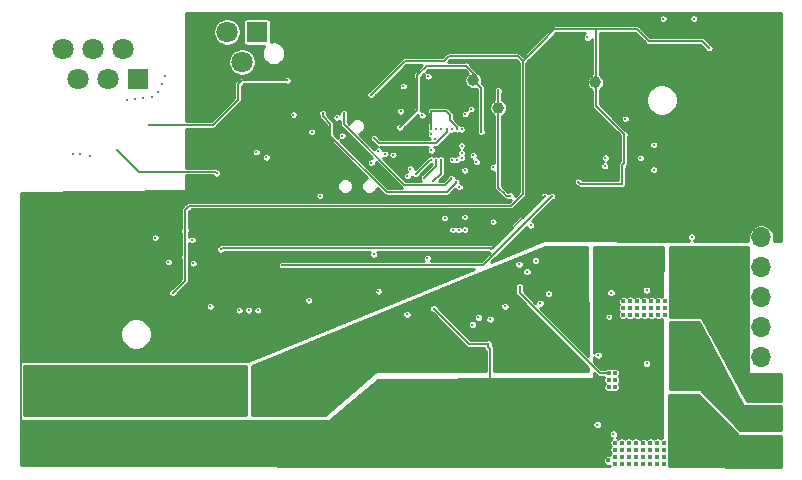
<source format=gbr>
G04 #@! TF.GenerationSoftware,KiCad,Pcbnew,5.1.5-52549c5~84~ubuntu18.04.1*
G04 #@! TF.CreationDate,2020-04-15T19:59:59+02:00*
G04 #@! TF.ProjectId,board,626f6172-642e-46b6-9963-61645f706362,rev?*
G04 #@! TF.SameCoordinates,Original*
G04 #@! TF.FileFunction,Copper,L4,Bot*
G04 #@! TF.FilePolarity,Positive*
%FSLAX46Y46*%
G04 Gerber Fmt 4.6, Leading zero omitted, Abs format (unit mm)*
G04 Created by KiCad (PCBNEW 5.1.5-52549c5~84~ubuntu18.04.1) date 2020-04-15 19:59:59*
%MOMM*%
%LPD*%
G04 APERTURE LIST*
%ADD10O,1.700000X1.700000*%
%ADD11R,1.700000X1.700000*%
%ADD12R,3.500000X2.000000*%
%ADD13R,6.000000X2.000000*%
%ADD14C,1.800000*%
%ADD15R,1.800000X1.800000*%
%ADD16C,1.000000*%
%ADD17C,0.400000*%
%ADD18C,0.254000*%
%ADD19C,0.800000*%
%ADD20C,0.152400*%
%ADD21C,0.254000*%
G04 APERTURE END LIST*
D10*
X156000000Y-119329200D03*
X156000000Y-121869200D03*
X156000000Y-124409200D03*
X156000000Y-126949200D03*
X156000000Y-129489200D03*
X156000000Y-132029200D03*
X156000000Y-134569200D03*
D11*
X156000000Y-137109200D03*
D12*
X105900000Y-132700000D03*
D13*
X96650000Y-132700000D03*
X96650000Y-136700000D03*
D12*
X105900000Y-136700000D03*
D14*
X96860000Y-103390000D03*
X98130000Y-105930000D03*
D15*
X103210000Y-105930000D03*
D14*
X101940000Y-103390000D03*
X100670000Y-105930000D03*
X99400000Y-103390000D03*
D15*
X113325000Y-101930000D03*
D14*
X112055000Y-104470000D03*
X110785000Y-101930000D03*
X109515000Y-104470000D03*
D16*
X141970000Y-106210000D03*
X133740000Y-108340000D03*
X131630000Y-106020000D03*
D17*
X129100000Y-127200000D03*
X128500000Y-127800000D03*
X124910000Y-127210000D03*
X126700000Y-127800000D03*
X129100000Y-129000000D03*
X129100000Y-127800000D03*
X128500000Y-127200000D03*
X124900000Y-129000000D03*
X126700000Y-128400000D03*
X126100000Y-127200000D03*
X126100000Y-129000000D03*
X124300000Y-127800000D03*
X126100000Y-128400000D03*
X126700000Y-127200000D03*
X123700000Y-127800000D03*
X126100000Y-127800000D03*
X127900000Y-127200000D03*
X124900000Y-127800000D03*
X127310000Y-127210000D03*
X124300000Y-128400000D03*
X127900000Y-129000000D03*
X127300000Y-127800000D03*
X123700000Y-128400000D03*
X125500000Y-129000000D03*
X125500000Y-127200000D03*
X123700000Y-127200000D03*
X124300000Y-129000000D03*
X127900000Y-127800000D03*
X127300000Y-129000000D03*
X125500000Y-128400000D03*
X128500000Y-128400000D03*
X128500000Y-129000000D03*
X123700000Y-129000000D03*
X124900000Y-128400000D03*
X129100000Y-128400000D03*
X127300000Y-128400000D03*
X127900000Y-128400000D03*
X125500000Y-127800000D03*
X126700000Y-129000000D03*
X124300000Y-127200000D03*
D18*
X141300000Y-102400000D03*
X141000000Y-120600000D03*
X117700000Y-124650000D03*
X123600000Y-123900000D03*
X127748000Y-121100000D03*
X129890000Y-118690000D03*
X133750000Y-106885000D03*
X111740000Y-106360000D03*
X115880000Y-106040000D03*
X125700000Y-106510000D03*
X136500000Y-118300000D03*
X133300000Y-118000000D03*
X104200000Y-109800000D03*
X134760000Y-115790000D03*
X130241169Y-110188832D03*
X126057511Y-114137511D03*
X130450000Y-115060000D03*
X128090000Y-108620000D03*
X129200000Y-117696400D03*
X150110013Y-119267519D03*
X129655000Y-108965000D03*
X128078831Y-110188831D03*
X147700000Y-100800000D03*
X126000000Y-125850000D03*
X130380000Y-118690000D03*
X143300000Y-124000000D03*
X131550000Y-126710000D03*
X146300000Y-123800000D03*
X133060000Y-126250000D03*
X137300000Y-124900000D03*
X146300000Y-130000000D03*
X142200000Y-129300000D03*
X138000000Y-124100000D03*
X136180000Y-122220000D03*
X142130025Y-135169975D03*
X136900000Y-121300000D03*
X143494805Y-135966469D03*
D17*
X126800000Y-136800000D03*
X128000000Y-136800000D03*
X124400000Y-137400000D03*
X128000000Y-136200000D03*
X126200000Y-136200000D03*
X125000000Y-136200000D03*
X124400000Y-136800000D03*
X128000000Y-137400000D03*
X128600000Y-137400000D03*
X126200000Y-136800000D03*
X125010000Y-135610000D03*
X128600000Y-136800000D03*
X124400000Y-136200000D03*
X127400000Y-136800000D03*
X125600000Y-135600000D03*
X126800000Y-137400000D03*
X125000000Y-136800000D03*
X129200000Y-135600000D03*
X126800000Y-135600000D03*
X126200000Y-137400000D03*
X123800000Y-137400000D03*
X128000000Y-135600000D03*
X128600000Y-135600000D03*
X123800000Y-135600000D03*
X128600000Y-136200000D03*
X126200000Y-135600000D03*
X127410000Y-135610000D03*
X127400000Y-136200000D03*
X129200000Y-136800000D03*
X123800000Y-136800000D03*
X125600000Y-137400000D03*
X125600000Y-136200000D03*
X123800000Y-136200000D03*
X125000000Y-137400000D03*
X127400000Y-137400000D03*
X125600000Y-136800000D03*
X124400000Y-135600000D03*
X126800000Y-136200000D03*
X129200000Y-137400000D03*
X129200000Y-136200000D03*
X129200000Y-138600000D03*
X128600000Y-138000000D03*
X123800000Y-138600000D03*
X124400000Y-138000000D03*
X126800000Y-138000000D03*
X125600000Y-138000000D03*
X128000000Y-138600000D03*
X123800000Y-138000000D03*
X126200000Y-138600000D03*
X126800000Y-138600000D03*
X128600000Y-138600000D03*
X125600000Y-138600000D03*
X125000000Y-138600000D03*
X126200000Y-138000000D03*
X128000000Y-138000000D03*
X125000000Y-138000000D03*
X127400000Y-138600000D03*
X129200000Y-138000000D03*
X127400000Y-138000000D03*
X124400000Y-138600000D03*
X126800000Y-134400000D03*
X128000000Y-134400000D03*
X124400000Y-135000000D03*
X128000000Y-133800000D03*
X126200000Y-133800000D03*
X125000000Y-133800000D03*
X124400000Y-134400000D03*
X128000000Y-135000000D03*
X128600000Y-135000000D03*
X126200000Y-134400000D03*
X125010000Y-133210000D03*
X128600000Y-134400000D03*
X124400000Y-133800000D03*
X127400000Y-134400000D03*
X125600000Y-133200000D03*
X126800000Y-135000000D03*
X125000000Y-134400000D03*
X129200000Y-133200000D03*
X126800000Y-133200000D03*
X126200000Y-135000000D03*
X123800000Y-135000000D03*
X128000000Y-133200000D03*
X128600000Y-133200000D03*
X123800000Y-133200000D03*
X128600000Y-133800000D03*
X126200000Y-133200000D03*
X127410000Y-133210000D03*
X127400000Y-133800000D03*
X129200000Y-134400000D03*
X123800000Y-134400000D03*
X125600000Y-135000000D03*
X125600000Y-133800000D03*
X123800000Y-133800000D03*
X125000000Y-135000000D03*
X127400000Y-135000000D03*
X125600000Y-134400000D03*
X124400000Y-133200000D03*
X126800000Y-133800000D03*
X129200000Y-135000000D03*
X129200000Y-133800000D03*
X146400000Y-127400000D03*
X144600000Y-127400000D03*
X144600000Y-128600000D03*
X144600000Y-128000000D03*
X146400000Y-129200000D03*
X145800000Y-129200000D03*
X145200000Y-126800000D03*
X145800000Y-126800000D03*
X145800000Y-128000000D03*
X145200000Y-129200000D03*
X145200000Y-127400000D03*
X144600000Y-126800000D03*
X145800000Y-127400000D03*
X145800000Y-128600000D03*
X145200000Y-128600000D03*
X145200000Y-128000000D03*
X146400000Y-126800000D03*
X146400000Y-128000000D03*
X144600000Y-129200000D03*
X146400000Y-128600000D03*
X146400000Y-133600000D03*
X144600000Y-133600000D03*
X144600000Y-134800000D03*
X144600000Y-134200000D03*
X145800000Y-135400000D03*
X145200000Y-133000000D03*
X145800000Y-133000000D03*
X145800000Y-134200000D03*
X145200000Y-135400000D03*
X145200000Y-133600000D03*
X144600000Y-133000000D03*
X145800000Y-133600000D03*
X145800000Y-134800000D03*
X145200000Y-134800000D03*
X145200000Y-134200000D03*
X146400000Y-133000000D03*
X146400000Y-134200000D03*
X144600000Y-135400000D03*
X146400000Y-134800000D03*
X144000000Y-128000000D03*
X144000000Y-129200000D03*
X144000000Y-126800000D03*
X144000000Y-128600000D03*
X144000000Y-127400000D03*
X144000000Y-121200000D03*
X144000000Y-122400000D03*
X144000000Y-121800000D03*
X144000000Y-120600000D03*
X144000000Y-123000000D03*
X144000000Y-134800000D03*
X144000000Y-133600000D03*
X144000000Y-135400000D03*
X144000000Y-133000000D03*
X144000000Y-134200000D03*
X146400000Y-121200000D03*
X146400000Y-121800000D03*
X146400000Y-122400000D03*
X146400000Y-123000000D03*
X145800000Y-123000000D03*
X145800000Y-122400000D03*
X145800000Y-121800000D03*
X145800000Y-121200000D03*
X145800000Y-120600000D03*
X145200000Y-120600000D03*
X145200000Y-121200000D03*
X145200000Y-121800000D03*
X145200000Y-122400000D03*
X145200000Y-123000000D03*
X144600000Y-123000000D03*
X144600000Y-120600000D03*
X144600000Y-121800000D03*
X144600000Y-121200000D03*
X144600000Y-122400000D03*
D19*
X100300000Y-135500000D03*
X101200000Y-135500000D03*
X102100000Y-135500000D03*
X103000000Y-135500000D03*
X100800000Y-136300000D03*
X101700000Y-136300000D03*
X102600000Y-136300000D03*
X103500000Y-136300000D03*
X100400000Y-137100000D03*
X101300000Y-137100000D03*
X102200000Y-137100000D03*
X103100000Y-137100000D03*
X100800000Y-137900000D03*
X101700000Y-137900000D03*
X102600000Y-137900000D03*
X103500000Y-137900000D03*
D17*
X146400000Y-120600000D03*
D18*
X133860000Y-102690000D03*
X135200000Y-108500000D03*
X134200000Y-110900000D03*
X135200000Y-112400000D03*
X140700000Y-105400000D03*
X134300000Y-125167399D03*
X132900000Y-128360000D03*
X128290000Y-125350000D03*
X145000000Y-116500000D03*
X126800000Y-117500000D03*
X137812500Y-101400000D03*
X135200000Y-101400000D03*
X107800000Y-117850000D03*
X113700000Y-110800000D03*
X124510000Y-115040000D03*
X121370000Y-117590000D03*
X140680000Y-108090000D03*
X132720000Y-105960000D03*
X129550000Y-111270000D03*
X124740000Y-110340000D03*
X126300000Y-110984399D03*
X93610000Y-128920000D03*
X120320000Y-113980000D03*
X116000000Y-119050000D03*
X126050000Y-108610000D03*
X131610000Y-112370000D03*
X130641169Y-112188831D03*
X133330000Y-113390000D03*
X107200000Y-118800000D03*
X107200000Y-120975000D03*
X144200000Y-114800000D03*
X140500000Y-114600000D03*
X135800000Y-104400000D03*
X151600000Y-103300000D03*
X122960000Y-107250000D03*
X106180000Y-124020000D03*
X146500000Y-102700000D03*
X107460000Y-116760000D03*
X144316448Y-113113552D03*
X144400000Y-110600000D03*
D17*
X149100000Y-124700000D03*
X149700000Y-125900000D03*
X149700000Y-124700000D03*
X149100000Y-125900000D03*
X149100000Y-125300000D03*
X149700000Y-125300000D03*
X150300000Y-125300000D03*
X150300000Y-125900000D03*
X150300000Y-124700000D03*
X151000000Y-124700000D03*
X151600000Y-125900000D03*
X151600000Y-124700000D03*
X151000000Y-125900000D03*
X151000000Y-125300000D03*
X151600000Y-125300000D03*
X152200000Y-125300000D03*
X152200000Y-125900000D03*
X152200000Y-124700000D03*
X151600000Y-122900000D03*
X152200000Y-124100000D03*
X152200000Y-122900000D03*
X151600000Y-124100000D03*
X151600000Y-123500000D03*
X152200000Y-123500000D03*
X152800000Y-123500000D03*
X152800000Y-124100000D03*
X152800000Y-122900000D03*
X152200000Y-126500000D03*
X152800000Y-127700000D03*
X152800000Y-126500000D03*
X152200000Y-127700000D03*
X152200000Y-127100000D03*
X152800000Y-127100000D03*
X153400000Y-127100000D03*
X153400000Y-127700000D03*
X153400000Y-126500000D03*
X152800000Y-124700000D03*
X153400000Y-125900000D03*
X153400000Y-124700000D03*
X152800000Y-125900000D03*
X152800000Y-125300000D03*
X153400000Y-125300000D03*
X154000000Y-125300000D03*
X154000000Y-125900000D03*
X154000000Y-124700000D03*
X151600000Y-121100000D03*
X152200000Y-121700000D03*
X152200000Y-122300000D03*
X152200000Y-121100000D03*
X151600000Y-122300000D03*
X152800000Y-122300000D03*
X152800000Y-121100000D03*
X151600000Y-121700000D03*
X152800000Y-121700000D03*
X153400000Y-122900000D03*
X154000000Y-124100000D03*
X153400000Y-124100000D03*
X153400000Y-123500000D03*
X153400000Y-121100000D03*
X153400000Y-122300000D03*
X153400000Y-121700000D03*
X154000000Y-126500000D03*
X154000000Y-127700000D03*
X154000000Y-127100000D03*
X151600000Y-126500000D03*
X152800000Y-128300000D03*
X153400000Y-128300000D03*
X154000000Y-128300000D03*
X152800000Y-128900000D03*
X153400000Y-128900000D03*
X154000000Y-128900000D03*
X154000000Y-129500000D03*
X153400000Y-129500000D03*
X154000000Y-130100000D03*
X153400000Y-130100000D03*
X154000000Y-130700000D03*
X154000000Y-131300000D03*
X144310000Y-124710000D03*
X144900000Y-125900000D03*
X144900000Y-125300000D03*
X145500000Y-124700000D03*
X144300000Y-125900000D03*
X144300000Y-125300000D03*
X145500000Y-125900000D03*
X146100000Y-124700000D03*
X144900000Y-124700000D03*
X146100000Y-125900000D03*
X145500000Y-125300000D03*
X146100000Y-125300000D03*
X146710000Y-124710000D03*
X147300000Y-125900000D03*
X147300000Y-125300000D03*
X147900000Y-124700000D03*
X146700000Y-125900000D03*
X146700000Y-125300000D03*
X147900000Y-125900000D03*
X148500000Y-124700000D03*
X147300000Y-124700000D03*
X148500000Y-125900000D03*
X147900000Y-125300000D03*
X148500000Y-125300000D03*
D18*
X132070000Y-126100000D03*
X143110000Y-126060000D03*
D17*
X149600000Y-132000000D03*
X150200000Y-130800000D03*
X149600000Y-130800000D03*
X150200000Y-132000000D03*
X149600000Y-131400000D03*
X150200000Y-131400000D03*
X152600000Y-132000000D03*
X152600000Y-131400000D03*
X152000000Y-132000000D03*
X152000000Y-131400000D03*
X152600000Y-130800000D03*
X152000000Y-130800000D03*
X150800000Y-132000000D03*
X151400000Y-130800000D03*
X150800000Y-130800000D03*
X151400000Y-132000000D03*
X150800000Y-131400000D03*
X151400000Y-131400000D03*
X152000000Y-130200000D03*
X152000000Y-129600000D03*
X151400000Y-129000000D03*
X151400000Y-129600000D03*
X151400000Y-130200000D03*
X152600000Y-133200000D03*
X153200000Y-133200000D03*
X152600000Y-132600000D03*
X153200000Y-132600000D03*
X153200000Y-132000000D03*
X152000000Y-132600000D03*
X153800000Y-134400000D03*
X153200000Y-134400000D03*
X153800000Y-133800000D03*
X153200000Y-133800000D03*
X153800000Y-133200000D03*
X143600000Y-132000000D03*
X143600000Y-131400000D03*
X148400000Y-130800000D03*
X148400000Y-132000000D03*
X149000000Y-130800000D03*
X143600000Y-130800000D03*
X149000000Y-132000000D03*
X148400000Y-131400000D03*
X149000000Y-131400000D03*
X143100000Y-131400000D03*
X143100000Y-132000000D03*
D18*
X135548036Y-123532076D03*
D17*
X143110000Y-130810000D03*
X149100000Y-137900000D03*
X150300000Y-137900000D03*
X149100000Y-138500000D03*
X148500000Y-137300000D03*
X149700000Y-138500000D03*
X149700000Y-137300000D03*
X150900000Y-137300000D03*
X151500000Y-138500000D03*
X149100000Y-136700000D03*
X149710000Y-136710000D03*
X151500000Y-137300000D03*
X148500000Y-138500000D03*
X149700000Y-137900000D03*
X148500000Y-137900000D03*
X150300000Y-138500000D03*
X151500000Y-137900000D03*
X150900000Y-136700000D03*
X150900000Y-137900000D03*
X151500000Y-136700000D03*
X150900000Y-138500000D03*
X149100000Y-137300000D03*
X150300000Y-136700000D03*
X148500000Y-136700000D03*
X150300000Y-137300000D03*
X152110000Y-136710000D03*
X153900000Y-137300000D03*
X152100000Y-138500000D03*
X153900000Y-137900000D03*
X153300000Y-136700000D03*
X153300000Y-138500000D03*
X153300000Y-137900000D03*
X153900000Y-136700000D03*
X153300000Y-137300000D03*
X152100000Y-137300000D03*
X152700000Y-138500000D03*
X152700000Y-136700000D03*
X152700000Y-137900000D03*
X152100000Y-137900000D03*
X152700000Y-137300000D03*
X153900000Y-138500000D03*
X153300000Y-136100000D03*
X151500000Y-136100000D03*
X151500000Y-135500000D03*
X152700000Y-135500000D03*
X152110000Y-135510000D03*
X152100000Y-136100000D03*
X152700000Y-136100000D03*
X151500000Y-134900000D03*
X152110000Y-134910000D03*
X151500000Y-134300000D03*
X143610000Y-136710000D03*
X144200000Y-137900000D03*
X144200000Y-137300000D03*
X144800000Y-136700000D03*
X143600000Y-137900000D03*
X143600000Y-137300000D03*
X144800000Y-137900000D03*
X145400000Y-136700000D03*
X144200000Y-136700000D03*
X145400000Y-137900000D03*
X144800000Y-137300000D03*
X145400000Y-137300000D03*
X143600000Y-138500000D03*
X145400000Y-138500000D03*
X144800000Y-138500000D03*
X144200000Y-138500000D03*
X146000000Y-137900000D03*
X147800000Y-137900000D03*
X147800000Y-138500000D03*
X147200000Y-137300000D03*
X147800000Y-136700000D03*
X146600000Y-136700000D03*
X146010000Y-136710000D03*
X147200000Y-138500000D03*
X146000000Y-137300000D03*
X147200000Y-137900000D03*
X146000000Y-138500000D03*
X146600000Y-138500000D03*
X146600000Y-137300000D03*
X147800000Y-137300000D03*
X147200000Y-136700000D03*
X146600000Y-137900000D03*
D18*
X135500000Y-121608700D03*
D17*
X143040000Y-138210000D03*
D18*
X102950000Y-107640000D03*
X102270000Y-107670000D03*
X103690000Y-107560000D03*
X104390000Y-107420000D03*
X104940000Y-106980000D03*
X105300000Y-106350000D03*
X105500000Y-105660000D03*
X145785000Y-112600000D03*
X142817600Y-112590000D03*
X142762409Y-113295191D03*
X146915000Y-113600000D03*
X105820000Y-121420000D03*
X107910000Y-121529400D03*
X146915000Y-111500000D03*
X144500000Y-109300000D03*
X109370000Y-125170000D03*
X130641168Y-111551169D03*
X115450000Y-121670000D03*
X138270000Y-115830000D03*
X110245000Y-120325000D03*
X137660000Y-115820000D03*
X123200000Y-120750000D03*
X130910000Y-118670000D03*
X101500000Y-111900000D03*
X109900000Y-113900000D03*
X114110000Y-112540000D03*
X126300000Y-113500000D03*
X113250000Y-112100000D03*
X124840000Y-112340000D03*
D19*
X100800000Y-133200000D03*
X101700000Y-133200000D03*
X102600000Y-133200000D03*
X103500000Y-133200000D03*
X100400000Y-130800000D03*
X101300000Y-130800000D03*
X102200000Y-130800000D03*
X103100000Y-130800000D03*
X100800000Y-131600000D03*
X101700000Y-131600000D03*
X102600000Y-131600000D03*
X103500000Y-131600000D03*
X100400000Y-132400000D03*
X101300000Y-132400000D03*
X102200000Y-132400000D03*
X103100000Y-132400000D03*
X100400000Y-134000000D03*
X101300000Y-134000000D03*
X102200000Y-134000000D03*
X103100000Y-134000000D03*
D18*
X131450000Y-108470000D03*
X98330000Y-112240000D03*
X104690000Y-119340000D03*
X107830000Y-119540000D03*
X128078831Y-112751168D03*
X126743959Y-113953959D03*
X128478831Y-112751168D03*
X127458552Y-114268552D03*
X128878831Y-112751168D03*
X128260000Y-114540000D03*
X126900000Y-105600000D03*
X131000000Y-104800000D03*
X125400000Y-110000000D03*
X132300000Y-110400000D03*
X118880000Y-108800000D03*
X130170000Y-114630000D03*
X120070000Y-109170000D03*
X129841168Y-112751169D03*
X120670000Y-108810000D03*
X129760000Y-114310000D03*
X118650000Y-115810000D03*
X129841168Y-110188831D03*
X127300000Y-109000000D03*
X116400000Y-108930000D03*
X128878831Y-110188831D03*
X127810000Y-105680000D03*
X97770000Y-112270000D03*
X130641169Y-110188832D03*
X130940000Y-108880000D03*
X99220000Y-112444400D03*
X113400000Y-125500000D03*
X124150000Y-112260000D03*
X112600000Y-125500000D03*
X123600000Y-112024400D03*
X111800000Y-125500000D03*
X128078831Y-111951169D03*
X120530000Y-110710000D03*
X117950000Y-110400000D03*
X128078831Y-110588831D03*
X129441169Y-110188831D03*
X123230000Y-110940000D03*
X123000000Y-113001600D03*
X128478831Y-110188832D03*
X128361807Y-110959400D03*
X125470000Y-108644400D03*
X130641169Y-112588832D03*
X131900000Y-112925599D03*
X150300000Y-100800000D03*
X130241168Y-112751169D03*
X130910000Y-113650000D03*
X130900000Y-117600000D03*
D20*
X133750000Y-106885000D02*
X133750000Y-115145000D01*
X111740000Y-106360000D02*
X112060000Y-106040000D01*
X112060000Y-106040000D02*
X115880000Y-106040000D01*
X107100000Y-109800000D02*
X107600000Y-109800000D01*
X104200000Y-109800000D02*
X107100000Y-109800000D01*
X111740000Y-107660000D02*
X111740000Y-106360000D01*
X107100000Y-109800000D02*
X109600000Y-109800000D01*
X109600000Y-109800000D02*
X111740000Y-107660000D01*
X134395000Y-115790000D02*
X134760000Y-115790000D01*
X134287500Y-115682500D02*
X134395000Y-115790000D01*
X133750000Y-115145000D02*
X134287500Y-115682500D01*
X130241169Y-110001564D02*
X130241169Y-110009227D01*
X130241169Y-110009227D02*
X130241169Y-110188832D01*
X128090000Y-108620000D02*
X129310000Y-108620000D01*
X129310000Y-108620000D02*
X129655000Y-108965000D01*
X128078831Y-109711169D02*
X128078831Y-110188831D01*
X128090000Y-109700000D02*
X128090000Y-108620000D01*
X128078831Y-109711169D02*
X128090000Y-109700000D01*
X129655000Y-109415395D02*
X130241169Y-110001564D01*
X129655000Y-108965000D02*
X129655000Y-109415395D01*
X102600000Y-135900000D02*
X102500000Y-135800000D01*
X132900000Y-128642842D02*
X133050000Y-128792842D01*
X132900000Y-128360000D02*
X132900000Y-128642842D01*
X133050000Y-128792842D02*
X133050000Y-131840000D01*
X96650000Y-136700000D02*
X94650000Y-136700000D01*
X94650000Y-136700000D02*
X93548399Y-135598399D01*
X131300000Y-128360000D02*
X132900000Y-128360000D01*
X128290000Y-125350000D02*
X131300000Y-128360000D01*
X96650000Y-135598400D02*
X96551600Y-135500000D01*
X96650000Y-136700000D02*
X96650000Y-135598400D01*
X93300000Y-129230000D02*
X93610000Y-128920000D01*
X93300000Y-129430000D02*
X93300000Y-129230000D01*
X93300000Y-129430000D02*
X93300000Y-129311601D01*
X93300000Y-135598399D02*
X93300000Y-129430000D01*
X107200000Y-119082842D02*
X107200000Y-120975000D01*
X107200000Y-118800000D02*
X107200000Y-119082842D01*
X144400000Y-113000000D02*
X144300000Y-113100000D01*
X144400000Y-110600000D02*
X144400000Y-113000000D01*
X144200000Y-113200000D02*
X144300000Y-113100000D01*
X144200000Y-114800000D02*
X144200000Y-113200000D01*
X140700000Y-114800000D02*
X144200000Y-114800000D01*
X140500000Y-114600000D02*
X140700000Y-114800000D01*
X137500000Y-102700000D02*
X135800000Y-104400000D01*
X151000000Y-102700000D02*
X151600000Y-103300000D01*
X134811370Y-116630000D02*
X110790000Y-116630000D01*
X135800000Y-104400000D02*
X135800000Y-115641370D01*
X135800000Y-115641370D02*
X134811370Y-116630000D01*
X107200000Y-120975000D02*
X107200000Y-123000000D01*
X107200000Y-123000000D02*
X106180000Y-124020000D01*
X107300000Y-118700000D02*
X107200000Y-118800000D01*
X145500000Y-101700000D02*
X146500000Y-102700000D01*
X137500000Y-102700000D02*
X138500000Y-101700000D01*
X142000000Y-101700000D02*
X142000000Y-108200000D01*
X142000000Y-101700000D02*
X145500000Y-101700000D01*
X142000000Y-108200000D02*
X144400000Y-110600000D01*
X138500000Y-101700000D02*
X142000000Y-101700000D01*
X146500000Y-102700000D02*
X151000000Y-102700000D01*
X110790000Y-116630000D02*
X108630000Y-116630000D01*
X108630000Y-116630000D02*
X107590000Y-116630000D01*
X107590000Y-116630000D02*
X107460000Y-116760000D01*
X107200000Y-117020000D02*
X107460000Y-116760000D01*
X107200000Y-118800000D02*
X107200000Y-117020000D01*
X122960000Y-107250000D02*
X125830000Y-104380000D01*
X129150000Y-104380000D02*
X129550000Y-103980000D01*
X125830000Y-104380000D02*
X129150000Y-104380000D01*
X135380000Y-103980000D02*
X135800000Y-104400000D01*
X129550000Y-103980000D02*
X135380000Y-103980000D01*
X142317262Y-130810000D02*
X143110000Y-130810000D01*
X135548036Y-123532076D02*
X135548036Y-124040774D01*
X135548036Y-124040774D02*
X142317262Y-130810000D01*
X132430000Y-121670000D02*
X138270000Y-115830000D01*
X115450000Y-121670000D02*
X132430000Y-121670000D01*
X133150000Y-120330000D02*
X137660000Y-115820000D01*
X137460001Y-116019999D02*
X137660000Y-115820000D01*
X133281999Y-120198001D02*
X137460001Y-116019999D01*
X110371999Y-120198001D02*
X133281999Y-120198001D01*
X110245000Y-120325000D02*
X110371999Y-120198001D01*
X109750000Y-113750000D02*
X109900000Y-113900000D01*
X103350000Y-113750000D02*
X109750000Y-113750000D01*
X101500000Y-111900000D02*
X103350000Y-113750000D01*
X96650000Y-130700000D02*
X94650000Y-130700000D01*
X127946750Y-112751168D02*
X128078831Y-112751168D01*
X126743959Y-113953959D02*
X127946750Y-112751168D01*
X128478831Y-113248273D02*
X128478831Y-112751168D01*
X127458552Y-114268552D02*
X128478831Y-113248273D01*
X128878831Y-113933813D02*
X128878831Y-112751168D01*
X128260000Y-114540000D02*
X128878831Y-113933813D01*
X126900000Y-105600000D02*
X127700000Y-104800000D01*
X127700000Y-104800000D02*
X131000000Y-104800000D01*
X131000000Y-104800000D02*
X131800000Y-105600000D01*
X126900000Y-108500000D02*
X126900000Y-105600000D01*
X125400000Y-110000000D02*
X126900000Y-108500000D01*
X132129999Y-106519999D02*
X132149999Y-106519999D01*
X131630000Y-106020000D02*
X132129999Y-106519999D01*
X132149999Y-106519999D02*
X132300000Y-106670000D01*
X132300000Y-106670000D02*
X132300000Y-110400000D01*
X118880000Y-109082842D02*
X119537158Y-109740000D01*
X118880000Y-108800000D02*
X118880000Y-109082842D01*
X124304271Y-115468601D02*
X129431399Y-115468601D01*
X119537158Y-109740000D02*
X119537158Y-110701488D01*
X119537158Y-110701488D02*
X124304271Y-115468601D01*
X129431399Y-115468601D02*
X130170000Y-114730000D01*
X130170000Y-114730000D02*
X130170000Y-114630000D01*
X120670000Y-108810000D02*
X120670000Y-109766190D01*
X125799411Y-114895601D02*
X129224399Y-114895601D01*
X120670000Y-109766190D02*
X125799411Y-114895601D01*
X129224399Y-114895601D02*
X129760000Y-114360000D01*
X129760000Y-114360000D02*
X129760000Y-114310000D01*
X129441169Y-110406328D02*
X128507498Y-111339999D01*
X129441169Y-110188831D02*
X129441169Y-110406328D01*
X128507498Y-111339999D02*
X124056777Y-111339999D01*
X123629999Y-111339999D02*
X124056777Y-111339999D01*
X123230000Y-110940000D02*
X123629999Y-111339999D01*
D21*
G36*
X136973000Y-138722710D02*
G01*
X93374597Y-138623283D01*
X93302955Y-134882194D01*
X119326551Y-134871755D01*
X119351326Y-134869305D01*
X119375148Y-134862068D01*
X119397100Y-134850323D01*
X119408035Y-134842126D01*
X123546354Y-131376830D01*
X136973000Y-131327468D01*
X136973000Y-138722710D01*
G37*
X136973000Y-138722710D02*
X93374597Y-138623283D01*
X93302955Y-134882194D01*
X119326551Y-134871755D01*
X119351326Y-134869305D01*
X119375148Y-134862068D01*
X119397100Y-134850323D01*
X119408035Y-134842126D01*
X123546354Y-131376830D01*
X136973000Y-131327468D01*
X136973000Y-138722710D01*
G36*
X112373000Y-130226869D02*
G01*
X112373000Y-134372868D01*
X93630200Y-134353476D01*
X93630200Y-130207477D01*
X112373000Y-130226869D01*
G37*
X112373000Y-130226869D02*
X112373000Y-134372868D01*
X93630200Y-134353476D01*
X93630200Y-130207477D01*
X112373000Y-130226869D01*
G36*
X157702804Y-119612747D02*
G01*
X157069478Y-119611489D01*
X157104000Y-119437935D01*
X157104000Y-119220465D01*
X157061574Y-119007175D01*
X156978352Y-118806260D01*
X156857533Y-118625441D01*
X156703759Y-118471667D01*
X156522940Y-118350848D01*
X156322025Y-118267626D01*
X156108735Y-118225200D01*
X155891265Y-118225200D01*
X155677975Y-118267626D01*
X155477060Y-118350848D01*
X155296241Y-118471667D01*
X155142467Y-118625441D01*
X155021648Y-118806260D01*
X154938426Y-119007175D01*
X154896000Y-119220465D01*
X154896000Y-119437935D01*
X154929676Y-119607237D01*
X150301135Y-119598039D01*
X150352886Y-119563461D01*
X150405955Y-119510392D01*
X150447650Y-119447990D01*
X150476371Y-119378652D01*
X150491013Y-119305044D01*
X150491013Y-119229994D01*
X150476371Y-119156386D01*
X150447650Y-119087048D01*
X150405955Y-119024646D01*
X150352886Y-118971577D01*
X150290484Y-118929882D01*
X150221146Y-118901161D01*
X150147538Y-118886519D01*
X150072488Y-118886519D01*
X149998880Y-118901161D01*
X149929542Y-118929882D01*
X149867140Y-118971577D01*
X149814071Y-119024646D01*
X149772376Y-119087048D01*
X149743655Y-119156386D01*
X149729013Y-119229994D01*
X149729013Y-119305044D01*
X149743655Y-119378652D01*
X149772376Y-119447990D01*
X149814071Y-119510392D01*
X149867140Y-119563461D01*
X149917751Y-119597277D01*
X137700252Y-119573000D01*
X137675471Y-119575391D01*
X137652188Y-119582344D01*
X133158513Y-121408459D01*
X136140144Y-118426829D01*
X136162363Y-118480471D01*
X136204058Y-118542873D01*
X136257127Y-118595942D01*
X136319529Y-118637637D01*
X136388867Y-118666358D01*
X136462475Y-118681000D01*
X136537525Y-118681000D01*
X136611133Y-118666358D01*
X136680471Y-118637637D01*
X136742873Y-118595942D01*
X136795942Y-118542873D01*
X136837637Y-118480471D01*
X136866358Y-118411133D01*
X136881000Y-118337525D01*
X136881000Y-118262475D01*
X136866358Y-118188867D01*
X136837637Y-118119529D01*
X136795942Y-118057127D01*
X136742873Y-118004058D01*
X136680471Y-117962363D01*
X136626830Y-117940144D01*
X138368004Y-116198970D01*
X138381133Y-116196358D01*
X138450471Y-116167637D01*
X138512873Y-116125942D01*
X138565942Y-116072873D01*
X138607637Y-116010471D01*
X138636358Y-115941133D01*
X138651000Y-115867525D01*
X138651000Y-115792475D01*
X138636358Y-115718867D01*
X138607637Y-115649529D01*
X138565942Y-115587127D01*
X138512873Y-115534058D01*
X138450471Y-115492363D01*
X138381133Y-115463642D01*
X138307525Y-115449000D01*
X138232475Y-115449000D01*
X138158867Y-115463642D01*
X138089529Y-115492363D01*
X138027127Y-115534058D01*
X137974058Y-115587127D01*
X137968341Y-115595683D01*
X137955942Y-115577127D01*
X137902873Y-115524058D01*
X137840471Y-115482363D01*
X137771133Y-115453642D01*
X137697525Y-115439000D01*
X137622475Y-115439000D01*
X137548867Y-115453642D01*
X137479529Y-115482363D01*
X137417127Y-115524058D01*
X137364058Y-115577127D01*
X137322363Y-115639529D01*
X137293642Y-115708867D01*
X137291030Y-115721996D01*
X133145227Y-119867801D01*
X110388214Y-119867801D01*
X110371999Y-119866204D01*
X110355784Y-119867801D01*
X110307269Y-119872579D01*
X110245026Y-119891461D01*
X110187662Y-119922122D01*
X110146136Y-119956201D01*
X110133867Y-119958642D01*
X110064529Y-119987363D01*
X110002127Y-120029058D01*
X109949058Y-120082127D01*
X109907363Y-120144529D01*
X109878642Y-120213867D01*
X109864000Y-120287475D01*
X109864000Y-120362525D01*
X109878642Y-120436133D01*
X109907363Y-120505471D01*
X109949058Y-120567873D01*
X110002127Y-120620942D01*
X110064529Y-120662637D01*
X110133867Y-120691358D01*
X110207475Y-120706000D01*
X110282525Y-120706000D01*
X110356133Y-120691358D01*
X110425471Y-120662637D01*
X110487873Y-120620942D01*
X110540942Y-120567873D01*
X110567450Y-120528201D01*
X122889977Y-120528201D01*
X122862363Y-120569529D01*
X122833642Y-120638867D01*
X122819000Y-120712475D01*
X122819000Y-120787525D01*
X122833642Y-120861133D01*
X122862363Y-120930471D01*
X122904058Y-120992873D01*
X122957127Y-121045942D01*
X123019529Y-121087637D01*
X123088867Y-121116358D01*
X123162475Y-121131000D01*
X123237525Y-121131000D01*
X123311133Y-121116358D01*
X123380471Y-121087637D01*
X123442873Y-121045942D01*
X123495942Y-120992873D01*
X123537637Y-120930471D01*
X123566358Y-120861133D01*
X123581000Y-120787525D01*
X123581000Y-120712475D01*
X123566358Y-120638867D01*
X123537637Y-120569529D01*
X123510023Y-120528201D01*
X132885499Y-120528201D01*
X132915385Y-120564615D01*
X132965663Y-120605879D01*
X133005732Y-120627295D01*
X132293228Y-121339800D01*
X128045995Y-121339800D01*
X128085637Y-121280471D01*
X128114358Y-121211133D01*
X128129000Y-121137525D01*
X128129000Y-121062475D01*
X128114358Y-120988867D01*
X128085637Y-120919529D01*
X128043942Y-120857127D01*
X127990873Y-120804058D01*
X127928471Y-120762363D01*
X127859133Y-120733642D01*
X127785525Y-120719000D01*
X127710475Y-120719000D01*
X127636867Y-120733642D01*
X127567529Y-120762363D01*
X127505127Y-120804058D01*
X127452058Y-120857127D01*
X127410363Y-120919529D01*
X127381642Y-120988867D01*
X127367000Y-121062475D01*
X127367000Y-121137525D01*
X127381642Y-121211133D01*
X127410363Y-121280471D01*
X127450005Y-121339800D01*
X115641601Y-121339800D01*
X115630471Y-121332363D01*
X115561133Y-121303642D01*
X115487525Y-121289000D01*
X115412475Y-121289000D01*
X115338867Y-121303642D01*
X115269529Y-121332363D01*
X115207127Y-121374058D01*
X115154058Y-121427127D01*
X115112363Y-121489529D01*
X115083642Y-121558867D01*
X115069000Y-121632475D01*
X115069000Y-121707525D01*
X115083642Y-121781133D01*
X115112363Y-121850471D01*
X115154058Y-121912873D01*
X115207127Y-121965942D01*
X115269529Y-122007637D01*
X115338867Y-122036358D01*
X115412475Y-122051000D01*
X115487525Y-122051000D01*
X115561133Y-122036358D01*
X115630471Y-122007637D01*
X115641601Y-122000200D01*
X131702366Y-122000200D01*
X112575245Y-129772974D01*
X93336912Y-129753131D01*
X93335264Y-127366643D01*
X101716000Y-127366643D01*
X101716000Y-127633357D01*
X101768034Y-127894947D01*
X101870101Y-128141359D01*
X102018280Y-128363124D01*
X102206876Y-128551720D01*
X102428641Y-128699899D01*
X102675053Y-128801966D01*
X102936643Y-128854000D01*
X103203357Y-128854000D01*
X103464947Y-128801966D01*
X103711359Y-128699899D01*
X103933124Y-128551720D01*
X104121720Y-128363124D01*
X104269899Y-128141359D01*
X104371966Y-127894947D01*
X104424000Y-127633357D01*
X104424000Y-127366643D01*
X104371966Y-127105053D01*
X104269899Y-126858641D01*
X104121720Y-126636876D01*
X103933124Y-126448280D01*
X103711359Y-126300101D01*
X103464947Y-126198034D01*
X103203357Y-126146000D01*
X102936643Y-126146000D01*
X102675053Y-126198034D01*
X102428641Y-126300101D01*
X102206876Y-126448280D01*
X102018280Y-126636876D01*
X101870101Y-126858641D01*
X101768034Y-127105053D01*
X101716000Y-127366643D01*
X93335264Y-127366643D01*
X93333722Y-125132475D01*
X108989000Y-125132475D01*
X108989000Y-125207525D01*
X109003642Y-125281133D01*
X109032363Y-125350471D01*
X109074058Y-125412873D01*
X109127127Y-125465942D01*
X109189529Y-125507637D01*
X109258867Y-125536358D01*
X109332475Y-125551000D01*
X109407525Y-125551000D01*
X109481133Y-125536358D01*
X109550471Y-125507637D01*
X109612873Y-125465942D01*
X109616340Y-125462475D01*
X111419000Y-125462475D01*
X111419000Y-125537525D01*
X111433642Y-125611133D01*
X111462363Y-125680471D01*
X111504058Y-125742873D01*
X111557127Y-125795942D01*
X111619529Y-125837637D01*
X111688867Y-125866358D01*
X111762475Y-125881000D01*
X111837525Y-125881000D01*
X111911133Y-125866358D01*
X111980471Y-125837637D01*
X112042873Y-125795942D01*
X112095942Y-125742873D01*
X112137637Y-125680471D01*
X112166358Y-125611133D01*
X112181000Y-125537525D01*
X112181000Y-125462475D01*
X112219000Y-125462475D01*
X112219000Y-125537525D01*
X112233642Y-125611133D01*
X112262363Y-125680471D01*
X112304058Y-125742873D01*
X112357127Y-125795942D01*
X112419529Y-125837637D01*
X112488867Y-125866358D01*
X112562475Y-125881000D01*
X112637525Y-125881000D01*
X112711133Y-125866358D01*
X112780471Y-125837637D01*
X112842873Y-125795942D01*
X112895942Y-125742873D01*
X112937637Y-125680471D01*
X112966358Y-125611133D01*
X112981000Y-125537525D01*
X112981000Y-125462475D01*
X113019000Y-125462475D01*
X113019000Y-125537525D01*
X113033642Y-125611133D01*
X113062363Y-125680471D01*
X113104058Y-125742873D01*
X113157127Y-125795942D01*
X113219529Y-125837637D01*
X113288867Y-125866358D01*
X113362475Y-125881000D01*
X113437525Y-125881000D01*
X113511133Y-125866358D01*
X113580471Y-125837637D01*
X113642873Y-125795942D01*
X113695942Y-125742873D01*
X113737637Y-125680471D01*
X113766358Y-125611133D01*
X113781000Y-125537525D01*
X113781000Y-125462475D01*
X113766358Y-125388867D01*
X113737637Y-125319529D01*
X113695942Y-125257127D01*
X113642873Y-125204058D01*
X113580471Y-125162363D01*
X113511133Y-125133642D01*
X113437525Y-125119000D01*
X113362475Y-125119000D01*
X113288867Y-125133642D01*
X113219529Y-125162363D01*
X113157127Y-125204058D01*
X113104058Y-125257127D01*
X113062363Y-125319529D01*
X113033642Y-125388867D01*
X113019000Y-125462475D01*
X112981000Y-125462475D01*
X112966358Y-125388867D01*
X112937637Y-125319529D01*
X112895942Y-125257127D01*
X112842873Y-125204058D01*
X112780471Y-125162363D01*
X112711133Y-125133642D01*
X112637525Y-125119000D01*
X112562475Y-125119000D01*
X112488867Y-125133642D01*
X112419529Y-125162363D01*
X112357127Y-125204058D01*
X112304058Y-125257127D01*
X112262363Y-125319529D01*
X112233642Y-125388867D01*
X112219000Y-125462475D01*
X112181000Y-125462475D01*
X112166358Y-125388867D01*
X112137637Y-125319529D01*
X112095942Y-125257127D01*
X112042873Y-125204058D01*
X111980471Y-125162363D01*
X111911133Y-125133642D01*
X111837525Y-125119000D01*
X111762475Y-125119000D01*
X111688867Y-125133642D01*
X111619529Y-125162363D01*
X111557127Y-125204058D01*
X111504058Y-125257127D01*
X111462363Y-125319529D01*
X111433642Y-125388867D01*
X111419000Y-125462475D01*
X109616340Y-125462475D01*
X109665942Y-125412873D01*
X109707637Y-125350471D01*
X109736358Y-125281133D01*
X109751000Y-125207525D01*
X109751000Y-125132475D01*
X109736358Y-125058867D01*
X109707637Y-124989529D01*
X109665942Y-124927127D01*
X109612873Y-124874058D01*
X109550471Y-124832363D01*
X109481133Y-124803642D01*
X109407525Y-124789000D01*
X109332475Y-124789000D01*
X109258867Y-124803642D01*
X109189529Y-124832363D01*
X109127127Y-124874058D01*
X109074058Y-124927127D01*
X109032363Y-124989529D01*
X109003642Y-125058867D01*
X108989000Y-125132475D01*
X93333722Y-125132475D01*
X93333363Y-124612475D01*
X117319000Y-124612475D01*
X117319000Y-124687525D01*
X117333642Y-124761133D01*
X117362363Y-124830471D01*
X117404058Y-124892873D01*
X117457127Y-124945942D01*
X117519529Y-124987637D01*
X117588867Y-125016358D01*
X117662475Y-125031000D01*
X117737525Y-125031000D01*
X117811133Y-125016358D01*
X117880471Y-124987637D01*
X117942873Y-124945942D01*
X117995942Y-124892873D01*
X118037637Y-124830471D01*
X118066358Y-124761133D01*
X118081000Y-124687525D01*
X118081000Y-124612475D01*
X118066358Y-124538867D01*
X118037637Y-124469529D01*
X117995942Y-124407127D01*
X117942873Y-124354058D01*
X117880471Y-124312363D01*
X117811133Y-124283642D01*
X117737525Y-124269000D01*
X117662475Y-124269000D01*
X117588867Y-124283642D01*
X117519529Y-124312363D01*
X117457127Y-124354058D01*
X117404058Y-124407127D01*
X117362363Y-124469529D01*
X117333642Y-124538867D01*
X117319000Y-124612475D01*
X93333363Y-124612475D01*
X93332928Y-123982475D01*
X105799000Y-123982475D01*
X105799000Y-124057525D01*
X105813642Y-124131133D01*
X105842363Y-124200471D01*
X105884058Y-124262873D01*
X105937127Y-124315942D01*
X105999529Y-124357637D01*
X106068867Y-124386358D01*
X106142475Y-124401000D01*
X106217525Y-124401000D01*
X106291133Y-124386358D01*
X106360471Y-124357637D01*
X106422873Y-124315942D01*
X106475942Y-124262873D01*
X106517637Y-124200471D01*
X106546358Y-124131133D01*
X106548970Y-124118002D01*
X106804497Y-123862475D01*
X123219000Y-123862475D01*
X123219000Y-123937525D01*
X123233642Y-124011133D01*
X123262363Y-124080471D01*
X123304058Y-124142873D01*
X123357127Y-124195942D01*
X123419529Y-124237637D01*
X123488867Y-124266358D01*
X123562475Y-124281000D01*
X123637525Y-124281000D01*
X123711133Y-124266358D01*
X123780471Y-124237637D01*
X123842873Y-124195942D01*
X123895942Y-124142873D01*
X123937637Y-124080471D01*
X123966358Y-124011133D01*
X123981000Y-123937525D01*
X123981000Y-123862475D01*
X123966358Y-123788867D01*
X123937637Y-123719529D01*
X123895942Y-123657127D01*
X123842873Y-123604058D01*
X123780471Y-123562363D01*
X123711133Y-123533642D01*
X123637525Y-123519000D01*
X123562475Y-123519000D01*
X123488867Y-123533642D01*
X123419529Y-123562363D01*
X123357127Y-123604058D01*
X123304058Y-123657127D01*
X123262363Y-123719529D01*
X123233642Y-123788867D01*
X123219000Y-123862475D01*
X106804497Y-123862475D01*
X107422018Y-123244955D01*
X107434616Y-123234616D01*
X107475879Y-123184337D01*
X107506540Y-123126973D01*
X107525422Y-123064730D01*
X107530200Y-123016215D01*
X107530200Y-123016213D01*
X107531797Y-123000000D01*
X107530200Y-122983787D01*
X107530200Y-121572958D01*
X107543642Y-121640533D01*
X107572363Y-121709871D01*
X107614058Y-121772273D01*
X107667127Y-121825342D01*
X107729529Y-121867037D01*
X107798867Y-121895758D01*
X107872475Y-121910400D01*
X107947525Y-121910400D01*
X108021133Y-121895758D01*
X108090471Y-121867037D01*
X108152873Y-121825342D01*
X108205942Y-121772273D01*
X108247637Y-121709871D01*
X108276358Y-121640533D01*
X108291000Y-121566925D01*
X108291000Y-121491875D01*
X108276358Y-121418267D01*
X108247637Y-121348929D01*
X108205942Y-121286527D01*
X108152873Y-121233458D01*
X108090471Y-121191763D01*
X108021133Y-121163042D01*
X107947525Y-121148400D01*
X107872475Y-121148400D01*
X107798867Y-121163042D01*
X107729529Y-121191763D01*
X107667127Y-121233458D01*
X107614058Y-121286527D01*
X107572363Y-121348929D01*
X107543642Y-121418267D01*
X107530200Y-121485842D01*
X107530200Y-121166601D01*
X107537637Y-121155471D01*
X107566358Y-121086133D01*
X107581000Y-121012525D01*
X107581000Y-120937475D01*
X107566358Y-120863867D01*
X107537637Y-120794529D01*
X107530200Y-120783399D01*
X107530200Y-119777099D01*
X107534058Y-119782873D01*
X107587127Y-119835942D01*
X107649529Y-119877637D01*
X107718867Y-119906358D01*
X107792475Y-119921000D01*
X107867525Y-119921000D01*
X107941133Y-119906358D01*
X108010471Y-119877637D01*
X108072873Y-119835942D01*
X108125942Y-119782873D01*
X108167637Y-119720471D01*
X108196358Y-119651133D01*
X108211000Y-119577525D01*
X108211000Y-119502475D01*
X108196358Y-119428867D01*
X108167637Y-119359529D01*
X108125942Y-119297127D01*
X108072873Y-119244058D01*
X108010471Y-119202363D01*
X107941133Y-119173642D01*
X107867525Y-119159000D01*
X107792475Y-119159000D01*
X107718867Y-119173642D01*
X107649529Y-119202363D01*
X107587127Y-119244058D01*
X107534058Y-119297127D01*
X107530200Y-119302901D01*
X107530200Y-118991601D01*
X107537637Y-118980471D01*
X107566358Y-118911133D01*
X107570348Y-118891076D01*
X107575878Y-118884337D01*
X107606539Y-118826973D01*
X107625421Y-118764731D01*
X107631796Y-118700001D01*
X107627116Y-118652475D01*
X129509000Y-118652475D01*
X129509000Y-118727525D01*
X129523642Y-118801133D01*
X129552363Y-118870471D01*
X129594058Y-118932873D01*
X129647127Y-118985942D01*
X129709529Y-119027637D01*
X129778867Y-119056358D01*
X129852475Y-119071000D01*
X129927525Y-119071000D01*
X130001133Y-119056358D01*
X130070471Y-119027637D01*
X130132873Y-118985942D01*
X130135000Y-118983815D01*
X130137127Y-118985942D01*
X130199529Y-119027637D01*
X130268867Y-119056358D01*
X130342475Y-119071000D01*
X130417525Y-119071000D01*
X130491133Y-119056358D01*
X130560471Y-119027637D01*
X130622873Y-118985942D01*
X130655000Y-118953815D01*
X130667127Y-118965942D01*
X130729529Y-119007637D01*
X130798867Y-119036358D01*
X130872475Y-119051000D01*
X130947525Y-119051000D01*
X131021133Y-119036358D01*
X131090471Y-119007637D01*
X131152873Y-118965942D01*
X131205942Y-118912873D01*
X131247637Y-118850471D01*
X131276358Y-118781133D01*
X131291000Y-118707525D01*
X131291000Y-118632475D01*
X131276358Y-118558867D01*
X131247637Y-118489529D01*
X131205942Y-118427127D01*
X131152873Y-118374058D01*
X131090471Y-118332363D01*
X131021133Y-118303642D01*
X130947525Y-118289000D01*
X130872475Y-118289000D01*
X130798867Y-118303642D01*
X130729529Y-118332363D01*
X130667127Y-118374058D01*
X130635000Y-118406185D01*
X130622873Y-118394058D01*
X130560471Y-118352363D01*
X130491133Y-118323642D01*
X130417525Y-118309000D01*
X130342475Y-118309000D01*
X130268867Y-118323642D01*
X130199529Y-118352363D01*
X130137127Y-118394058D01*
X130135000Y-118396185D01*
X130132873Y-118394058D01*
X130070471Y-118352363D01*
X130001133Y-118323642D01*
X129927525Y-118309000D01*
X129852475Y-118309000D01*
X129778867Y-118323642D01*
X129709529Y-118352363D01*
X129647127Y-118394058D01*
X129594058Y-118447127D01*
X129552363Y-118509529D01*
X129523642Y-118578867D01*
X129509000Y-118652475D01*
X107627116Y-118652475D01*
X107625421Y-118635271D01*
X107606539Y-118573028D01*
X107575878Y-118515664D01*
X107534615Y-118465385D01*
X107530200Y-118461762D01*
X107530200Y-117658875D01*
X128819000Y-117658875D01*
X128819000Y-117733925D01*
X128833642Y-117807533D01*
X128862363Y-117876871D01*
X128904058Y-117939273D01*
X128957127Y-117992342D01*
X129019529Y-118034037D01*
X129088867Y-118062758D01*
X129162475Y-118077400D01*
X129237525Y-118077400D01*
X129311133Y-118062758D01*
X129380471Y-118034037D01*
X129442873Y-117992342D01*
X129495942Y-117939273D01*
X129537637Y-117876871D01*
X129566358Y-117807533D01*
X129581000Y-117733925D01*
X129581000Y-117658875D01*
X129566358Y-117585267D01*
X129556918Y-117562475D01*
X130519000Y-117562475D01*
X130519000Y-117637525D01*
X130533642Y-117711133D01*
X130562363Y-117780471D01*
X130604058Y-117842873D01*
X130657127Y-117895942D01*
X130719529Y-117937637D01*
X130788867Y-117966358D01*
X130862475Y-117981000D01*
X130937525Y-117981000D01*
X131011133Y-117966358D01*
X131020507Y-117962475D01*
X132919000Y-117962475D01*
X132919000Y-118037525D01*
X132933642Y-118111133D01*
X132962363Y-118180471D01*
X133004058Y-118242873D01*
X133057127Y-118295942D01*
X133119529Y-118337637D01*
X133188867Y-118366358D01*
X133262475Y-118381000D01*
X133337525Y-118381000D01*
X133411133Y-118366358D01*
X133480471Y-118337637D01*
X133542873Y-118295942D01*
X133595942Y-118242873D01*
X133637637Y-118180471D01*
X133666358Y-118111133D01*
X133681000Y-118037525D01*
X133681000Y-117962475D01*
X133666358Y-117888867D01*
X133637637Y-117819529D01*
X133595942Y-117757127D01*
X133542873Y-117704058D01*
X133480471Y-117662363D01*
X133411133Y-117633642D01*
X133337525Y-117619000D01*
X133262475Y-117619000D01*
X133188867Y-117633642D01*
X133119529Y-117662363D01*
X133057127Y-117704058D01*
X133004058Y-117757127D01*
X132962363Y-117819529D01*
X132933642Y-117888867D01*
X132919000Y-117962475D01*
X131020507Y-117962475D01*
X131080471Y-117937637D01*
X131142873Y-117895942D01*
X131195942Y-117842873D01*
X131237637Y-117780471D01*
X131266358Y-117711133D01*
X131281000Y-117637525D01*
X131281000Y-117562475D01*
X131266358Y-117488867D01*
X131237637Y-117419529D01*
X131195942Y-117357127D01*
X131142873Y-117304058D01*
X131080471Y-117262363D01*
X131011133Y-117233642D01*
X130937525Y-117219000D01*
X130862475Y-117219000D01*
X130788867Y-117233642D01*
X130719529Y-117262363D01*
X130657127Y-117304058D01*
X130604058Y-117357127D01*
X130562363Y-117419529D01*
X130533642Y-117488867D01*
X130519000Y-117562475D01*
X129556918Y-117562475D01*
X129537637Y-117515929D01*
X129495942Y-117453527D01*
X129442873Y-117400458D01*
X129380471Y-117358763D01*
X129311133Y-117330042D01*
X129237525Y-117315400D01*
X129162475Y-117315400D01*
X129088867Y-117330042D01*
X129019529Y-117358763D01*
X128957127Y-117400458D01*
X128904058Y-117453527D01*
X128862363Y-117515929D01*
X128833642Y-117585267D01*
X128819000Y-117658875D01*
X107530200Y-117658875D01*
X107530200Y-117156772D01*
X107558003Y-117128970D01*
X107571133Y-117126358D01*
X107640471Y-117097637D01*
X107702873Y-117055942D01*
X107755942Y-117002873D01*
X107784455Y-116960200D01*
X134795157Y-116960200D01*
X134811370Y-116961797D01*
X134827583Y-116960200D01*
X134827585Y-116960200D01*
X134876100Y-116955422D01*
X134938343Y-116936540D01*
X134995707Y-116905879D01*
X135045986Y-116864616D01*
X135056329Y-116852013D01*
X136022018Y-115886325D01*
X136034616Y-115875986D01*
X136057973Y-115847525D01*
X136075879Y-115825708D01*
X136106540Y-115768344D01*
X136113888Y-115744120D01*
X136125422Y-115706100D01*
X136130200Y-115657585D01*
X136130200Y-115657583D01*
X136131797Y-115641370D01*
X136130200Y-115625157D01*
X136130200Y-113257666D01*
X142381409Y-113257666D01*
X142381409Y-113332716D01*
X142396051Y-113406324D01*
X142424772Y-113475662D01*
X142466467Y-113538064D01*
X142519536Y-113591133D01*
X142581938Y-113632828D01*
X142651276Y-113661549D01*
X142724884Y-113676191D01*
X142799934Y-113676191D01*
X142873542Y-113661549D01*
X142942880Y-113632828D01*
X143005282Y-113591133D01*
X143058351Y-113538064D01*
X143100046Y-113475662D01*
X143128767Y-113406324D01*
X143143409Y-113332716D01*
X143143409Y-113257666D01*
X143128767Y-113184058D01*
X143100046Y-113114720D01*
X143058351Y-113052318D01*
X143005282Y-112999249D01*
X142942880Y-112957554D01*
X142934363Y-112954026D01*
X142998071Y-112927637D01*
X143060473Y-112885942D01*
X143113542Y-112832873D01*
X143155237Y-112770471D01*
X143183958Y-112701133D01*
X143198600Y-112627525D01*
X143198600Y-112552475D01*
X143183958Y-112478867D01*
X143155237Y-112409529D01*
X143113542Y-112347127D01*
X143060473Y-112294058D01*
X142998071Y-112252363D01*
X142928733Y-112223642D01*
X142855125Y-112209000D01*
X142780075Y-112209000D01*
X142706467Y-112223642D01*
X142637129Y-112252363D01*
X142574727Y-112294058D01*
X142521658Y-112347127D01*
X142479963Y-112409529D01*
X142451242Y-112478867D01*
X142436600Y-112552475D01*
X142436600Y-112627525D01*
X142451242Y-112701133D01*
X142479963Y-112770471D01*
X142521658Y-112832873D01*
X142574727Y-112885942D01*
X142637129Y-112927637D01*
X142645646Y-112931165D01*
X142581938Y-112957554D01*
X142519536Y-112999249D01*
X142466467Y-113052318D01*
X142424772Y-113114720D01*
X142396051Y-113184058D01*
X142381409Y-113257666D01*
X136130200Y-113257666D01*
X136130200Y-104591601D01*
X136137637Y-104580471D01*
X136166358Y-104511133D01*
X136168970Y-104498002D01*
X137744952Y-102922021D01*
X137744956Y-102922016D01*
X138636773Y-102030200D01*
X141130803Y-102030200D01*
X141107498Y-102039853D01*
X141040935Y-102084329D01*
X140984329Y-102140935D01*
X140939853Y-102207498D01*
X140909218Y-102281458D01*
X140893600Y-102359973D01*
X140893600Y-102440027D01*
X140909218Y-102518542D01*
X140939853Y-102592502D01*
X140984329Y-102659065D01*
X141040935Y-102715671D01*
X141107498Y-102760147D01*
X141181458Y-102790782D01*
X141259973Y-102806400D01*
X141340027Y-102806400D01*
X141418542Y-102790782D01*
X141492502Y-102760147D01*
X141559065Y-102715671D01*
X141615671Y-102659065D01*
X141660147Y-102592502D01*
X141669800Y-102569197D01*
X141669801Y-105518223D01*
X141612847Y-105541814D01*
X141489353Y-105624330D01*
X141384330Y-105729353D01*
X141301814Y-105852847D01*
X141244976Y-105990066D01*
X141216000Y-106135738D01*
X141216000Y-106284262D01*
X141244976Y-106429934D01*
X141301814Y-106567153D01*
X141384330Y-106690647D01*
X141489353Y-106795670D01*
X141612847Y-106878186D01*
X141669801Y-106901777D01*
X141669801Y-108183777D01*
X141668203Y-108200000D01*
X141672045Y-108239000D01*
X141674579Y-108264730D01*
X141679928Y-108282363D01*
X141693461Y-108326973D01*
X141724121Y-108384337D01*
X141738229Y-108401527D01*
X141765385Y-108434616D01*
X141777983Y-108444955D01*
X144031030Y-110698003D01*
X144033642Y-110711133D01*
X144062363Y-110780471D01*
X144069800Y-110791602D01*
X144069801Y-112821384D01*
X144020506Y-112870679D01*
X143978811Y-112933081D01*
X143965454Y-112965327D01*
X143965385Y-112965384D01*
X143955048Y-112977980D01*
X143924121Y-113015663D01*
X143897896Y-113064730D01*
X143893461Y-113073027D01*
X143885279Y-113100000D01*
X143874579Y-113135271D01*
X143868203Y-113200000D01*
X143869801Y-113216223D01*
X143869800Y-114469800D01*
X140858460Y-114469800D01*
X140837637Y-114419529D01*
X140795942Y-114357127D01*
X140742873Y-114304058D01*
X140680471Y-114262363D01*
X140611133Y-114233642D01*
X140537525Y-114219000D01*
X140462475Y-114219000D01*
X140388867Y-114233642D01*
X140319529Y-114262363D01*
X140257127Y-114304058D01*
X140204058Y-114357127D01*
X140162363Y-114419529D01*
X140133642Y-114488867D01*
X140119000Y-114562475D01*
X140119000Y-114637525D01*
X140133642Y-114711133D01*
X140162363Y-114780471D01*
X140204058Y-114842873D01*
X140257127Y-114895942D01*
X140319529Y-114937637D01*
X140388867Y-114966358D01*
X140401998Y-114968970D01*
X140455041Y-115022013D01*
X140465384Y-115034616D01*
X140515663Y-115075879D01*
X140573027Y-115106540D01*
X140635270Y-115125422D01*
X140700000Y-115131797D01*
X140716215Y-115130200D01*
X144008399Y-115130200D01*
X144019529Y-115137637D01*
X144088867Y-115166358D01*
X144162475Y-115181000D01*
X144237525Y-115181000D01*
X144311133Y-115166358D01*
X144380471Y-115137637D01*
X144442873Y-115095942D01*
X144495942Y-115042873D01*
X144537637Y-114980471D01*
X144566358Y-114911133D01*
X144581000Y-114837525D01*
X144581000Y-114762475D01*
X144566358Y-114688867D01*
X144537637Y-114619529D01*
X144530200Y-114608399D01*
X144530200Y-113562475D01*
X146534000Y-113562475D01*
X146534000Y-113637525D01*
X146548642Y-113711133D01*
X146577363Y-113780471D01*
X146619058Y-113842873D01*
X146672127Y-113895942D01*
X146734529Y-113937637D01*
X146803867Y-113966358D01*
X146877475Y-113981000D01*
X146952525Y-113981000D01*
X147026133Y-113966358D01*
X147095471Y-113937637D01*
X147157873Y-113895942D01*
X147210942Y-113842873D01*
X147252637Y-113780471D01*
X147281358Y-113711133D01*
X147296000Y-113637525D01*
X147296000Y-113562475D01*
X147281358Y-113488867D01*
X147252637Y-113419529D01*
X147210942Y-113357127D01*
X147157873Y-113304058D01*
X147095471Y-113262363D01*
X147026133Y-113233642D01*
X146952525Y-113219000D01*
X146877475Y-113219000D01*
X146803867Y-113233642D01*
X146734529Y-113262363D01*
X146672127Y-113304058D01*
X146619058Y-113357127D01*
X146577363Y-113419529D01*
X146548642Y-113488867D01*
X146534000Y-113562475D01*
X144530200Y-113562475D01*
X144530200Y-113428952D01*
X144559321Y-113409494D01*
X144612390Y-113356425D01*
X144654085Y-113294023D01*
X144682806Y-113224685D01*
X144697448Y-113151077D01*
X144697448Y-113143983D01*
X144706540Y-113126973D01*
X144725422Y-113064730D01*
X144730200Y-113016215D01*
X144730200Y-113016206D01*
X144731796Y-113000001D01*
X144730200Y-112983796D01*
X144730200Y-112562475D01*
X145404000Y-112562475D01*
X145404000Y-112637525D01*
X145418642Y-112711133D01*
X145447363Y-112780471D01*
X145489058Y-112842873D01*
X145542127Y-112895942D01*
X145604529Y-112937637D01*
X145673867Y-112966358D01*
X145747475Y-112981000D01*
X145822525Y-112981000D01*
X145896133Y-112966358D01*
X145965471Y-112937637D01*
X146027873Y-112895942D01*
X146080942Y-112842873D01*
X146122637Y-112780471D01*
X146151358Y-112711133D01*
X146166000Y-112637525D01*
X146166000Y-112562475D01*
X146151358Y-112488867D01*
X146122637Y-112419529D01*
X146080942Y-112357127D01*
X146027873Y-112304058D01*
X145965471Y-112262363D01*
X145896133Y-112233642D01*
X145822525Y-112219000D01*
X145747475Y-112219000D01*
X145673867Y-112233642D01*
X145604529Y-112262363D01*
X145542127Y-112304058D01*
X145489058Y-112357127D01*
X145447363Y-112419529D01*
X145418642Y-112488867D01*
X145404000Y-112562475D01*
X144730200Y-112562475D01*
X144730200Y-111462475D01*
X146534000Y-111462475D01*
X146534000Y-111537525D01*
X146548642Y-111611133D01*
X146577363Y-111680471D01*
X146619058Y-111742873D01*
X146672127Y-111795942D01*
X146734529Y-111837637D01*
X146803867Y-111866358D01*
X146877475Y-111881000D01*
X146952525Y-111881000D01*
X147026133Y-111866358D01*
X147095471Y-111837637D01*
X147157873Y-111795942D01*
X147210942Y-111742873D01*
X147252637Y-111680471D01*
X147281358Y-111611133D01*
X147296000Y-111537525D01*
X147296000Y-111462475D01*
X147281358Y-111388867D01*
X147252637Y-111319529D01*
X147210942Y-111257127D01*
X147157873Y-111204058D01*
X147095471Y-111162363D01*
X147026133Y-111133642D01*
X146952525Y-111119000D01*
X146877475Y-111119000D01*
X146803867Y-111133642D01*
X146734529Y-111162363D01*
X146672127Y-111204058D01*
X146619058Y-111257127D01*
X146577363Y-111319529D01*
X146548642Y-111388867D01*
X146534000Y-111462475D01*
X144730200Y-111462475D01*
X144730200Y-110791601D01*
X144737637Y-110780471D01*
X144766358Y-110711133D01*
X144781000Y-110637525D01*
X144781000Y-110562475D01*
X144766358Y-110488867D01*
X144737637Y-110419529D01*
X144695942Y-110357127D01*
X144642873Y-110304058D01*
X144580471Y-110262363D01*
X144511133Y-110233642D01*
X144498003Y-110231030D01*
X143529448Y-109262475D01*
X144119000Y-109262475D01*
X144119000Y-109337525D01*
X144133642Y-109411133D01*
X144162363Y-109480471D01*
X144204058Y-109542873D01*
X144257127Y-109595942D01*
X144319529Y-109637637D01*
X144388867Y-109666358D01*
X144462475Y-109681000D01*
X144537525Y-109681000D01*
X144611133Y-109666358D01*
X144680471Y-109637637D01*
X144742873Y-109595942D01*
X144795942Y-109542873D01*
X144837637Y-109480471D01*
X144866358Y-109411133D01*
X144881000Y-109337525D01*
X144881000Y-109262475D01*
X144866358Y-109188867D01*
X144837637Y-109119529D01*
X144795942Y-109057127D01*
X144742873Y-109004058D01*
X144680471Y-108962363D01*
X144611133Y-108933642D01*
X144537525Y-108919000D01*
X144462475Y-108919000D01*
X144388867Y-108933642D01*
X144319529Y-108962363D01*
X144257127Y-109004058D01*
X144204058Y-109057127D01*
X144162363Y-109119529D01*
X144133642Y-109188867D01*
X144119000Y-109262475D01*
X143529448Y-109262475D01*
X142330200Y-108063228D01*
X142330200Y-107566643D01*
X146246000Y-107566643D01*
X146246000Y-107833357D01*
X146298034Y-108094947D01*
X146400101Y-108341359D01*
X146548280Y-108563124D01*
X146736876Y-108751720D01*
X146958641Y-108899899D01*
X147205053Y-109001966D01*
X147466643Y-109054000D01*
X147733357Y-109054000D01*
X147994947Y-109001966D01*
X148241359Y-108899899D01*
X148463124Y-108751720D01*
X148651720Y-108563124D01*
X148799899Y-108341359D01*
X148901966Y-108094947D01*
X148954000Y-107833357D01*
X148954000Y-107566643D01*
X148901966Y-107305053D01*
X148799899Y-107058641D01*
X148651720Y-106836876D01*
X148463124Y-106648280D01*
X148241359Y-106500101D01*
X147994947Y-106398034D01*
X147733357Y-106346000D01*
X147466643Y-106346000D01*
X147205053Y-106398034D01*
X146958641Y-106500101D01*
X146736876Y-106648280D01*
X146548280Y-106836876D01*
X146400101Y-107058641D01*
X146298034Y-107305053D01*
X146246000Y-107566643D01*
X142330200Y-107566643D01*
X142330200Y-106876150D01*
X142450647Y-106795670D01*
X142555670Y-106690647D01*
X142638186Y-106567153D01*
X142695024Y-106429934D01*
X142724000Y-106284262D01*
X142724000Y-106135738D01*
X142695024Y-105990066D01*
X142638186Y-105852847D01*
X142555670Y-105729353D01*
X142450647Y-105624330D01*
X142330200Y-105543850D01*
X142330200Y-102030200D01*
X145363228Y-102030200D01*
X146131030Y-102798003D01*
X146133642Y-102811133D01*
X146162363Y-102880471D01*
X146204058Y-102942873D01*
X146257127Y-102995942D01*
X146319529Y-103037637D01*
X146388867Y-103066358D01*
X146462475Y-103081000D01*
X146537525Y-103081000D01*
X146611133Y-103066358D01*
X146680471Y-103037637D01*
X146691601Y-103030200D01*
X150863228Y-103030200D01*
X151231030Y-103398004D01*
X151233642Y-103411133D01*
X151262363Y-103480471D01*
X151304058Y-103542873D01*
X151357127Y-103595942D01*
X151419529Y-103637637D01*
X151488867Y-103666358D01*
X151562475Y-103681000D01*
X151637525Y-103681000D01*
X151711133Y-103666358D01*
X151780471Y-103637637D01*
X151842873Y-103595942D01*
X151895942Y-103542873D01*
X151937637Y-103480471D01*
X151966358Y-103411133D01*
X151981000Y-103337525D01*
X151981000Y-103262475D01*
X151966358Y-103188867D01*
X151937637Y-103119529D01*
X151895942Y-103057127D01*
X151842873Y-103004058D01*
X151780471Y-102962363D01*
X151711133Y-102933642D01*
X151698004Y-102931030D01*
X151244959Y-102477987D01*
X151234616Y-102465384D01*
X151184337Y-102424121D01*
X151126973Y-102393460D01*
X151064730Y-102374578D01*
X151016215Y-102369800D01*
X151016213Y-102369800D01*
X151000000Y-102368203D01*
X150983787Y-102369800D01*
X146691601Y-102369800D01*
X146680471Y-102362363D01*
X146611133Y-102333642D01*
X146598003Y-102331030D01*
X145744959Y-101477987D01*
X145734616Y-101465384D01*
X145684337Y-101424121D01*
X145626973Y-101393460D01*
X145564730Y-101374578D01*
X145516215Y-101369800D01*
X145516213Y-101369800D01*
X145500000Y-101368203D01*
X145483787Y-101369800D01*
X142016215Y-101369800D01*
X142000000Y-101368203D01*
X141983785Y-101369800D01*
X138516215Y-101369800D01*
X138500000Y-101368203D01*
X138483785Y-101369800D01*
X138435270Y-101374578D01*
X138373027Y-101393460D01*
X138315663Y-101424121D01*
X138265384Y-101465384D01*
X138255045Y-101477982D01*
X137277984Y-102455044D01*
X137277979Y-102455048D01*
X135800000Y-103933028D01*
X135624959Y-103757987D01*
X135614616Y-103745384D01*
X135564337Y-103704121D01*
X135506973Y-103673460D01*
X135444730Y-103654578D01*
X135396215Y-103649800D01*
X135396213Y-103649800D01*
X135380000Y-103648203D01*
X135363787Y-103649800D01*
X129566204Y-103649800D01*
X129549999Y-103648204D01*
X129533794Y-103649800D01*
X129533785Y-103649800D01*
X129485270Y-103654578D01*
X129423027Y-103673460D01*
X129365663Y-103704121D01*
X129315384Y-103745384D01*
X129305049Y-103757977D01*
X129013227Y-104049800D01*
X125846213Y-104049800D01*
X125830000Y-104048203D01*
X125813787Y-104049800D01*
X125813785Y-104049800D01*
X125765270Y-104054578D01*
X125703027Y-104073460D01*
X125645662Y-104104121D01*
X125621742Y-104123753D01*
X125595384Y-104145384D01*
X125585047Y-104157980D01*
X122861998Y-106881030D01*
X122848867Y-106883642D01*
X122779529Y-106912363D01*
X122717127Y-106954058D01*
X122664058Y-107007127D01*
X122622363Y-107069529D01*
X122593642Y-107138867D01*
X122579000Y-107212475D01*
X122579000Y-107287525D01*
X122593642Y-107361133D01*
X122622363Y-107430471D01*
X122664058Y-107492873D01*
X122717127Y-107545942D01*
X122779529Y-107587637D01*
X122848867Y-107616358D01*
X122922475Y-107631000D01*
X122997525Y-107631000D01*
X123071133Y-107616358D01*
X123140471Y-107587637D01*
X123202873Y-107545942D01*
X123255942Y-107492873D01*
X123297637Y-107430471D01*
X123326358Y-107361133D01*
X123328970Y-107348002D01*
X124204497Y-106472475D01*
X125319000Y-106472475D01*
X125319000Y-106547525D01*
X125333642Y-106621133D01*
X125362363Y-106690471D01*
X125404058Y-106752873D01*
X125457127Y-106805942D01*
X125519529Y-106847637D01*
X125588867Y-106876358D01*
X125662475Y-106891000D01*
X125737525Y-106891000D01*
X125811133Y-106876358D01*
X125880471Y-106847637D01*
X125942873Y-106805942D01*
X125995942Y-106752873D01*
X126037637Y-106690471D01*
X126066358Y-106621133D01*
X126081000Y-106547525D01*
X126081000Y-106472475D01*
X126066358Y-106398867D01*
X126037637Y-106329529D01*
X125995942Y-106267127D01*
X125942873Y-106214058D01*
X125880471Y-106172363D01*
X125811133Y-106143642D01*
X125737525Y-106129000D01*
X125662475Y-106129000D01*
X125588867Y-106143642D01*
X125519529Y-106172363D01*
X125457127Y-106214058D01*
X125404058Y-106267127D01*
X125362363Y-106329529D01*
X125333642Y-106398867D01*
X125319000Y-106472475D01*
X124204497Y-106472475D01*
X125966773Y-104710200D01*
X127322827Y-104710200D01*
X126801998Y-105231030D01*
X126788867Y-105233642D01*
X126719529Y-105262363D01*
X126657127Y-105304058D01*
X126604058Y-105357127D01*
X126562363Y-105419529D01*
X126533642Y-105488867D01*
X126519000Y-105562475D01*
X126519000Y-105637525D01*
X126533642Y-105711133D01*
X126562363Y-105780471D01*
X126569801Y-105791603D01*
X126569800Y-108363226D01*
X125301998Y-109631030D01*
X125288867Y-109633642D01*
X125219529Y-109662363D01*
X125157127Y-109704058D01*
X125104058Y-109757127D01*
X125062363Y-109819529D01*
X125033642Y-109888867D01*
X125019000Y-109962475D01*
X125019000Y-110037525D01*
X125033642Y-110111133D01*
X125062363Y-110180471D01*
X125104058Y-110242873D01*
X125157127Y-110295942D01*
X125219529Y-110337637D01*
X125288867Y-110366358D01*
X125362475Y-110381000D01*
X125437525Y-110381000D01*
X125511133Y-110366358D01*
X125580471Y-110337637D01*
X125642873Y-110295942D01*
X125695942Y-110242873D01*
X125737637Y-110180471D01*
X125766358Y-110111133D01*
X125768970Y-110098002D01*
X126922601Y-108944373D01*
X126919000Y-108962475D01*
X126919000Y-109037525D01*
X126933642Y-109111133D01*
X126962363Y-109180471D01*
X127004058Y-109242873D01*
X127057127Y-109295942D01*
X127119529Y-109337637D01*
X127188867Y-109366358D01*
X127262475Y-109381000D01*
X127337525Y-109381000D01*
X127411133Y-109366358D01*
X127480471Y-109337637D01*
X127542873Y-109295942D01*
X127595942Y-109242873D01*
X127637637Y-109180471D01*
X127666358Y-109111133D01*
X127681000Y-109037525D01*
X127681000Y-108962475D01*
X127666358Y-108888867D01*
X127637637Y-108819529D01*
X127595942Y-108757127D01*
X127542873Y-108704058D01*
X127480471Y-108662363D01*
X127411133Y-108633642D01*
X127337525Y-108619000D01*
X127262475Y-108619000D01*
X127204654Y-108630502D01*
X127206540Y-108626973D01*
X127225422Y-108564730D01*
X127230200Y-108516215D01*
X127230200Y-108516206D01*
X127231796Y-108500001D01*
X127230200Y-108483796D01*
X127230200Y-105791601D01*
X127237637Y-105780471D01*
X127266358Y-105711133D01*
X127268970Y-105698002D01*
X127482269Y-105484704D01*
X127472363Y-105499529D01*
X127443642Y-105568867D01*
X127429000Y-105642475D01*
X127429000Y-105717525D01*
X127443642Y-105791133D01*
X127472363Y-105860471D01*
X127514058Y-105922873D01*
X127567127Y-105975942D01*
X127629529Y-106017637D01*
X127698867Y-106046358D01*
X127772475Y-106061000D01*
X127847525Y-106061000D01*
X127921133Y-106046358D01*
X127990471Y-106017637D01*
X128052873Y-105975942D01*
X128105942Y-105922873D01*
X128147637Y-105860471D01*
X128176358Y-105791133D01*
X128191000Y-105717525D01*
X128191000Y-105642475D01*
X128176358Y-105568867D01*
X128147637Y-105499529D01*
X128105942Y-105437127D01*
X128052873Y-105384058D01*
X127990471Y-105342363D01*
X127921133Y-105313642D01*
X127847525Y-105299000D01*
X127772475Y-105299000D01*
X127698867Y-105313642D01*
X127629529Y-105342363D01*
X127614704Y-105352269D01*
X127836773Y-105130200D01*
X130808399Y-105130200D01*
X130819529Y-105137637D01*
X130888867Y-105166358D01*
X130901998Y-105168970D01*
X131160146Y-105427118D01*
X131149353Y-105434330D01*
X131044330Y-105539353D01*
X130961814Y-105662847D01*
X130904976Y-105800066D01*
X130876000Y-105945738D01*
X130876000Y-106094262D01*
X130904976Y-106239934D01*
X130961814Y-106377153D01*
X131044330Y-106500647D01*
X131149353Y-106605670D01*
X131272847Y-106688186D01*
X131410066Y-106745024D01*
X131555738Y-106774000D01*
X131704262Y-106774000D01*
X131849934Y-106745024D01*
X131876886Y-106733860D01*
X131885049Y-106742022D01*
X131895383Y-106754615D01*
X131907975Y-106764949D01*
X131907977Y-106764951D01*
X131932858Y-106785370D01*
X131945662Y-106795878D01*
X131969800Y-106808780D01*
X131969801Y-110208397D01*
X131962363Y-110219529D01*
X131933642Y-110288867D01*
X131919000Y-110362475D01*
X131919000Y-110437525D01*
X131933642Y-110511133D01*
X131962363Y-110580471D01*
X132004058Y-110642873D01*
X132057127Y-110695942D01*
X132119529Y-110737637D01*
X132188867Y-110766358D01*
X132262475Y-110781000D01*
X132337525Y-110781000D01*
X132411133Y-110766358D01*
X132480471Y-110737637D01*
X132542873Y-110695942D01*
X132595942Y-110642873D01*
X132637637Y-110580471D01*
X132666358Y-110511133D01*
X132681000Y-110437525D01*
X132681000Y-110362475D01*
X132666358Y-110288867D01*
X132637637Y-110219529D01*
X132630200Y-110208399D01*
X132630200Y-106686204D01*
X132631796Y-106669999D01*
X132630200Y-106653794D01*
X132630200Y-106653785D01*
X132625422Y-106605270D01*
X132606540Y-106543027D01*
X132575879Y-106485663D01*
X132534616Y-106435384D01*
X132522019Y-106425046D01*
X132394958Y-106297985D01*
X132384615Y-106285383D01*
X132348482Y-106255729D01*
X132355024Y-106239934D01*
X132384000Y-106094262D01*
X132384000Y-105945738D01*
X132355024Y-105800066D01*
X132298186Y-105662847D01*
X132215670Y-105539353D01*
X132110647Y-105434330D01*
X132067585Y-105405557D01*
X132044952Y-105377979D01*
X131368970Y-104701998D01*
X131366358Y-104688867D01*
X131337637Y-104619529D01*
X131295942Y-104557127D01*
X131242873Y-104504058D01*
X131180471Y-104462363D01*
X131111133Y-104433642D01*
X131037525Y-104419000D01*
X130962475Y-104419000D01*
X130888867Y-104433642D01*
X130819529Y-104462363D01*
X130808399Y-104469800D01*
X129527173Y-104469800D01*
X129686773Y-104310200D01*
X135243228Y-104310200D01*
X135431030Y-104498003D01*
X135433642Y-104511133D01*
X135462363Y-104580471D01*
X135469800Y-104591601D01*
X135469801Y-115504596D01*
X135139542Y-115834856D01*
X135141000Y-115827525D01*
X135141000Y-115752475D01*
X135126358Y-115678867D01*
X135097637Y-115609529D01*
X135055942Y-115547127D01*
X135002873Y-115494058D01*
X134940471Y-115452363D01*
X134871133Y-115423642D01*
X134797525Y-115409000D01*
X134722475Y-115409000D01*
X134648867Y-115423642D01*
X134579529Y-115452363D01*
X134568399Y-115459800D01*
X134531773Y-115459800D01*
X134080200Y-115008228D01*
X134080200Y-109015208D01*
X134097153Y-109008186D01*
X134220647Y-108925670D01*
X134325670Y-108820647D01*
X134408186Y-108697153D01*
X134465024Y-108559934D01*
X134494000Y-108414262D01*
X134494000Y-108265738D01*
X134465024Y-108120066D01*
X134408186Y-107982847D01*
X134325670Y-107859353D01*
X134220647Y-107754330D01*
X134097153Y-107671814D01*
X134080200Y-107664792D01*
X134080200Y-107076601D01*
X134087637Y-107065471D01*
X134116358Y-106996133D01*
X134131000Y-106922525D01*
X134131000Y-106847475D01*
X134116358Y-106773867D01*
X134087637Y-106704529D01*
X134045942Y-106642127D01*
X133992873Y-106589058D01*
X133930471Y-106547363D01*
X133861133Y-106518642D01*
X133787525Y-106504000D01*
X133712475Y-106504000D01*
X133638867Y-106518642D01*
X133569529Y-106547363D01*
X133507127Y-106589058D01*
X133454058Y-106642127D01*
X133412363Y-106704529D01*
X133383642Y-106773867D01*
X133369000Y-106847475D01*
X133369000Y-106922525D01*
X133383642Y-106996133D01*
X133412363Y-107065471D01*
X133419800Y-107076601D01*
X133419800Y-107656508D01*
X133382847Y-107671814D01*
X133259353Y-107754330D01*
X133154330Y-107859353D01*
X133071814Y-107982847D01*
X133014976Y-108120066D01*
X132986000Y-108265738D01*
X132986000Y-108414262D01*
X133014976Y-108559934D01*
X133071814Y-108697153D01*
X133154330Y-108820647D01*
X133259353Y-108925670D01*
X133382847Y-109008186D01*
X133419800Y-109023493D01*
X133419801Y-113019399D01*
X133367525Y-113009000D01*
X133292475Y-113009000D01*
X133218867Y-113023642D01*
X133149529Y-113052363D01*
X133087127Y-113094058D01*
X133034058Y-113147127D01*
X132992363Y-113209529D01*
X132963642Y-113278867D01*
X132949000Y-113352475D01*
X132949000Y-113427525D01*
X132963642Y-113501133D01*
X132992363Y-113570471D01*
X133034058Y-113632873D01*
X133087127Y-113685942D01*
X133149529Y-113727637D01*
X133218867Y-113756358D01*
X133292475Y-113771000D01*
X133367525Y-113771000D01*
X133419801Y-113760601D01*
X133419801Y-115128777D01*
X133418203Y-115145000D01*
X133422904Y-115192722D01*
X133424579Y-115209730D01*
X133429939Y-115227398D01*
X133443461Y-115271973D01*
X133474121Y-115329337D01*
X133495956Y-115355942D01*
X133515385Y-115379616D01*
X133527982Y-115389954D01*
X134065479Y-115927452D01*
X134065485Y-115927457D01*
X134150041Y-116012013D01*
X134160384Y-116024616D01*
X134210663Y-116065879D01*
X134268027Y-116096540D01*
X134330270Y-116115422D01*
X134378785Y-116120200D01*
X134378787Y-116120200D01*
X134395000Y-116121797D01*
X134411213Y-116120200D01*
X134568399Y-116120200D01*
X134579529Y-116127637D01*
X134648867Y-116156358D01*
X134722475Y-116171000D01*
X134797525Y-116171000D01*
X134804856Y-116169542D01*
X134674598Y-116299800D01*
X107606215Y-116299800D01*
X107590000Y-116298203D01*
X107573785Y-116299800D01*
X107525270Y-116304578D01*
X107463027Y-116323460D01*
X107405663Y-116354121D01*
X107360271Y-116391374D01*
X107348867Y-116393642D01*
X107279529Y-116422363D01*
X107217127Y-116464058D01*
X107164058Y-116517127D01*
X107122363Y-116579529D01*
X107093642Y-116648867D01*
X107091030Y-116661997D01*
X106977982Y-116775046D01*
X106965385Y-116785384D01*
X106955048Y-116797980D01*
X106924121Y-116835663D01*
X106905163Y-116871133D01*
X106893461Y-116893027D01*
X106879069Y-116940471D01*
X106874579Y-116955271D01*
X106868203Y-117020000D01*
X106869801Y-117036223D01*
X106869800Y-118608398D01*
X106862363Y-118619529D01*
X106833642Y-118688867D01*
X106819000Y-118762475D01*
X106819000Y-118837525D01*
X106833642Y-118911133D01*
X106862363Y-118980471D01*
X106869800Y-118991601D01*
X106869800Y-119066628D01*
X106869801Y-120783397D01*
X106862363Y-120794529D01*
X106833642Y-120863867D01*
X106819000Y-120937475D01*
X106819000Y-121012525D01*
X106833642Y-121086133D01*
X106862363Y-121155471D01*
X106869800Y-121166602D01*
X106869801Y-122863226D01*
X106081998Y-123651030D01*
X106068867Y-123653642D01*
X105999529Y-123682363D01*
X105937127Y-123724058D01*
X105884058Y-123777127D01*
X105842363Y-123839529D01*
X105813642Y-123908867D01*
X105799000Y-123982475D01*
X93332928Y-123982475D01*
X93331132Y-121382475D01*
X105439000Y-121382475D01*
X105439000Y-121457525D01*
X105453642Y-121531133D01*
X105482363Y-121600471D01*
X105524058Y-121662873D01*
X105577127Y-121715942D01*
X105639529Y-121757637D01*
X105708867Y-121786358D01*
X105782475Y-121801000D01*
X105857525Y-121801000D01*
X105931133Y-121786358D01*
X106000471Y-121757637D01*
X106062873Y-121715942D01*
X106115942Y-121662873D01*
X106157637Y-121600471D01*
X106186358Y-121531133D01*
X106201000Y-121457525D01*
X106201000Y-121382475D01*
X106186358Y-121308867D01*
X106157637Y-121239529D01*
X106115942Y-121177127D01*
X106062873Y-121124058D01*
X106000471Y-121082363D01*
X105931133Y-121053642D01*
X105857525Y-121039000D01*
X105782475Y-121039000D01*
X105708867Y-121053642D01*
X105639529Y-121082363D01*
X105577127Y-121124058D01*
X105524058Y-121177127D01*
X105482363Y-121239529D01*
X105453642Y-121308867D01*
X105439000Y-121382475D01*
X93331132Y-121382475D01*
X93329695Y-119302475D01*
X104309000Y-119302475D01*
X104309000Y-119377525D01*
X104323642Y-119451133D01*
X104352363Y-119520471D01*
X104394058Y-119582873D01*
X104447127Y-119635942D01*
X104509529Y-119677637D01*
X104578867Y-119706358D01*
X104652475Y-119721000D01*
X104727525Y-119721000D01*
X104801133Y-119706358D01*
X104870471Y-119677637D01*
X104932873Y-119635942D01*
X104985942Y-119582873D01*
X105027637Y-119520471D01*
X105056358Y-119451133D01*
X105071000Y-119377525D01*
X105071000Y-119302475D01*
X105056358Y-119228867D01*
X105027637Y-119159529D01*
X104985942Y-119097127D01*
X104932873Y-119044058D01*
X104870471Y-119002363D01*
X104801133Y-118973642D01*
X104727525Y-118959000D01*
X104652475Y-118959000D01*
X104578867Y-118973642D01*
X104509529Y-119002363D01*
X104447127Y-119044058D01*
X104394058Y-119097127D01*
X104352363Y-119159529D01*
X104323642Y-119228867D01*
X104309000Y-119302475D01*
X93329695Y-119302475D01*
X93327258Y-115772475D01*
X118269000Y-115772475D01*
X118269000Y-115847525D01*
X118283642Y-115921133D01*
X118312363Y-115990471D01*
X118354058Y-116052873D01*
X118407127Y-116105942D01*
X118469529Y-116147637D01*
X118538867Y-116176358D01*
X118612475Y-116191000D01*
X118687525Y-116191000D01*
X118761133Y-116176358D01*
X118830471Y-116147637D01*
X118892873Y-116105942D01*
X118945942Y-116052873D01*
X118987637Y-115990471D01*
X119016358Y-115921133D01*
X119031000Y-115847525D01*
X119031000Y-115772475D01*
X119016358Y-115698867D01*
X118987637Y-115629529D01*
X118945942Y-115567127D01*
X118892873Y-115514058D01*
X118830471Y-115472363D01*
X118761133Y-115443642D01*
X118687525Y-115429000D01*
X118612475Y-115429000D01*
X118538867Y-115443642D01*
X118469529Y-115472363D01*
X118407127Y-115514058D01*
X118354058Y-115567127D01*
X118312363Y-115629529D01*
X118283642Y-115698867D01*
X118269000Y-115772475D01*
X93327258Y-115772475D01*
X93327087Y-115526096D01*
X107200907Y-115426997D01*
X107225666Y-115424380D01*
X107249438Y-115416983D01*
X107271310Y-115405090D01*
X107290442Y-115389159D01*
X107306098Y-115369801D01*
X107317677Y-115347761D01*
X107324734Y-115323886D01*
X107327000Y-115300000D01*
X107327000Y-114911204D01*
X120085500Y-114911204D01*
X120085500Y-115048796D01*
X120112343Y-115183745D01*
X120164997Y-115310864D01*
X120241439Y-115425268D01*
X120338732Y-115522561D01*
X120453136Y-115599003D01*
X120580255Y-115651657D01*
X120715204Y-115678500D01*
X120852796Y-115678500D01*
X120987745Y-115651657D01*
X121114864Y-115599003D01*
X121229268Y-115522561D01*
X121326561Y-115425268D01*
X121403003Y-115310864D01*
X121455657Y-115183745D01*
X121482500Y-115048796D01*
X121482500Y-114911204D01*
X121455657Y-114776255D01*
X121403003Y-114649136D01*
X121326561Y-114534732D01*
X121229268Y-114437439D01*
X121114864Y-114360997D01*
X120987745Y-114308343D01*
X120852796Y-114281500D01*
X120715204Y-114281500D01*
X120580255Y-114308343D01*
X120453136Y-114360997D01*
X120338732Y-114437439D01*
X120241439Y-114534732D01*
X120164997Y-114649136D01*
X120112343Y-114776255D01*
X120085500Y-114911204D01*
X107327000Y-114911204D01*
X107327000Y-114080200D01*
X109562251Y-114080200D01*
X109562363Y-114080471D01*
X109604058Y-114142873D01*
X109657127Y-114195942D01*
X109719529Y-114237637D01*
X109788867Y-114266358D01*
X109862475Y-114281000D01*
X109937525Y-114281000D01*
X110011133Y-114266358D01*
X110080471Y-114237637D01*
X110142873Y-114195942D01*
X110195942Y-114142873D01*
X110237637Y-114080471D01*
X110266358Y-114011133D01*
X110281000Y-113937525D01*
X110281000Y-113862475D01*
X110266358Y-113788867D01*
X110237637Y-113719529D01*
X110195942Y-113657127D01*
X110142873Y-113604058D01*
X110080471Y-113562363D01*
X110011133Y-113533642D01*
X109998002Y-113531030D01*
X109994959Y-113527987D01*
X109984616Y-113515384D01*
X109934337Y-113474121D01*
X109876973Y-113443460D01*
X109814730Y-113424578D01*
X109766215Y-113419800D01*
X109766213Y-113419800D01*
X109750000Y-113418203D01*
X109733787Y-113419800D01*
X107327000Y-113419800D01*
X107327000Y-112502475D01*
X113729000Y-112502475D01*
X113729000Y-112577525D01*
X113743642Y-112651133D01*
X113772363Y-112720471D01*
X113814058Y-112782873D01*
X113867127Y-112835942D01*
X113929529Y-112877637D01*
X113998867Y-112906358D01*
X114072475Y-112921000D01*
X114147525Y-112921000D01*
X114221133Y-112906358D01*
X114290471Y-112877637D01*
X114352873Y-112835942D01*
X114405942Y-112782873D01*
X114447637Y-112720471D01*
X114476358Y-112651133D01*
X114491000Y-112577525D01*
X114491000Y-112502475D01*
X114476358Y-112428867D01*
X114447637Y-112359529D01*
X114405942Y-112297127D01*
X114352873Y-112244058D01*
X114290471Y-112202363D01*
X114221133Y-112173642D01*
X114147525Y-112159000D01*
X114072475Y-112159000D01*
X113998867Y-112173642D01*
X113929529Y-112202363D01*
X113867127Y-112244058D01*
X113814058Y-112297127D01*
X113772363Y-112359529D01*
X113743642Y-112428867D01*
X113729000Y-112502475D01*
X107327000Y-112502475D01*
X107327000Y-112062475D01*
X112869000Y-112062475D01*
X112869000Y-112137525D01*
X112883642Y-112211133D01*
X112912363Y-112280471D01*
X112954058Y-112342873D01*
X113007127Y-112395942D01*
X113069529Y-112437637D01*
X113138867Y-112466358D01*
X113212475Y-112481000D01*
X113287525Y-112481000D01*
X113361133Y-112466358D01*
X113430471Y-112437637D01*
X113492873Y-112395942D01*
X113545942Y-112342873D01*
X113587637Y-112280471D01*
X113616358Y-112211133D01*
X113631000Y-112137525D01*
X113631000Y-112062475D01*
X113616358Y-111988867D01*
X113587637Y-111919529D01*
X113545942Y-111857127D01*
X113492873Y-111804058D01*
X113430471Y-111762363D01*
X113361133Y-111733642D01*
X113287525Y-111719000D01*
X113212475Y-111719000D01*
X113138867Y-111733642D01*
X113069529Y-111762363D01*
X113007127Y-111804058D01*
X112954058Y-111857127D01*
X112912363Y-111919529D01*
X112883642Y-111988867D01*
X112869000Y-112062475D01*
X107327000Y-112062475D01*
X107327000Y-110362475D01*
X117569000Y-110362475D01*
X117569000Y-110437525D01*
X117583642Y-110511133D01*
X117612363Y-110580471D01*
X117654058Y-110642873D01*
X117707127Y-110695942D01*
X117769529Y-110737637D01*
X117838867Y-110766358D01*
X117912475Y-110781000D01*
X117987525Y-110781000D01*
X118061133Y-110766358D01*
X118130471Y-110737637D01*
X118192873Y-110695942D01*
X118245942Y-110642873D01*
X118287637Y-110580471D01*
X118316358Y-110511133D01*
X118331000Y-110437525D01*
X118331000Y-110362475D01*
X118316358Y-110288867D01*
X118287637Y-110219529D01*
X118245942Y-110157127D01*
X118192873Y-110104058D01*
X118130471Y-110062363D01*
X118061133Y-110033642D01*
X117987525Y-110019000D01*
X117912475Y-110019000D01*
X117838867Y-110033642D01*
X117769529Y-110062363D01*
X117707127Y-110104058D01*
X117654058Y-110157127D01*
X117612363Y-110219529D01*
X117583642Y-110288867D01*
X117569000Y-110362475D01*
X107327000Y-110362475D01*
X107327000Y-110130200D01*
X109583787Y-110130200D01*
X109600000Y-110131797D01*
X109616213Y-110130200D01*
X109616215Y-110130200D01*
X109664730Y-110125422D01*
X109726973Y-110106540D01*
X109784337Y-110075879D01*
X109834616Y-110034616D01*
X109844959Y-110022013D01*
X110974497Y-108892475D01*
X116019000Y-108892475D01*
X116019000Y-108967525D01*
X116033642Y-109041133D01*
X116062363Y-109110471D01*
X116104058Y-109172873D01*
X116157127Y-109225942D01*
X116219529Y-109267637D01*
X116288867Y-109296358D01*
X116362475Y-109311000D01*
X116437525Y-109311000D01*
X116511133Y-109296358D01*
X116580471Y-109267637D01*
X116642873Y-109225942D01*
X116695942Y-109172873D01*
X116737637Y-109110471D01*
X116766358Y-109041133D01*
X116781000Y-108967525D01*
X116781000Y-108892475D01*
X116766358Y-108818867D01*
X116743000Y-108762475D01*
X118499000Y-108762475D01*
X118499000Y-108837525D01*
X118513642Y-108911133D01*
X118542363Y-108980471D01*
X118549800Y-108991601D01*
X118549800Y-109066629D01*
X118548203Y-109082842D01*
X118549800Y-109099055D01*
X118549800Y-109099057D01*
X118554578Y-109147572D01*
X118573460Y-109209815D01*
X118604121Y-109267179D01*
X118645385Y-109317458D01*
X118657982Y-109327796D01*
X119206958Y-109876773D01*
X119206959Y-110685265D01*
X119205361Y-110701488D01*
X119208342Y-110731750D01*
X119211737Y-110766218D01*
X119212673Y-110769302D01*
X119230619Y-110828461D01*
X119261279Y-110885825D01*
X119274944Y-110902475D01*
X119302543Y-110936104D01*
X119315141Y-110946443D01*
X122666292Y-114297594D01*
X122612255Y-114308343D01*
X122485136Y-114360997D01*
X122370732Y-114437439D01*
X122273439Y-114534732D01*
X122196997Y-114649136D01*
X122144343Y-114776255D01*
X122117500Y-114911204D01*
X122117500Y-115048796D01*
X122144343Y-115183745D01*
X122196997Y-115310864D01*
X122273439Y-115425268D01*
X122370732Y-115522561D01*
X122485136Y-115599003D01*
X122612255Y-115651657D01*
X122747204Y-115678500D01*
X122884796Y-115678500D01*
X123019745Y-115651657D01*
X123146864Y-115599003D01*
X123261268Y-115522561D01*
X123358561Y-115425268D01*
X123435003Y-115310864D01*
X123487657Y-115183745D01*
X123498406Y-115129708D01*
X124059316Y-115690619D01*
X124069655Y-115703217D01*
X124119934Y-115744480D01*
X124177298Y-115775141D01*
X124239541Y-115794023D01*
X124288056Y-115798801D01*
X124288058Y-115798801D01*
X124304271Y-115800398D01*
X124320484Y-115798801D01*
X129415186Y-115798801D01*
X129431399Y-115800398D01*
X129447612Y-115798801D01*
X129447614Y-115798801D01*
X129496129Y-115794023D01*
X129558372Y-115775141D01*
X129615736Y-115744480D01*
X129666015Y-115703217D01*
X129676358Y-115690614D01*
X130118026Y-115248947D01*
X130154058Y-115302873D01*
X130207127Y-115355942D01*
X130269529Y-115397637D01*
X130338867Y-115426358D01*
X130412475Y-115441000D01*
X130487525Y-115441000D01*
X130561133Y-115426358D01*
X130630471Y-115397637D01*
X130692873Y-115355942D01*
X130745942Y-115302873D01*
X130787637Y-115240471D01*
X130816358Y-115171133D01*
X130831000Y-115097525D01*
X130831000Y-115022475D01*
X130816358Y-114948867D01*
X130787637Y-114879529D01*
X130745942Y-114817127D01*
X130692873Y-114764058D01*
X130630471Y-114722363D01*
X130561133Y-114693642D01*
X130546388Y-114690709D01*
X130551000Y-114667525D01*
X130551000Y-114592475D01*
X130536358Y-114518867D01*
X130507637Y-114449529D01*
X130465942Y-114387127D01*
X130412873Y-114334058D01*
X130350471Y-114292363D01*
X130281133Y-114263642D01*
X130207525Y-114249000D01*
X130136330Y-114249000D01*
X130126358Y-114198867D01*
X130097637Y-114129529D01*
X130055942Y-114067127D01*
X130002873Y-114014058D01*
X129940471Y-113972363D01*
X129871133Y-113943642D01*
X129797525Y-113929000D01*
X129722475Y-113929000D01*
X129648867Y-113943642D01*
X129579529Y-113972363D01*
X129517127Y-114014058D01*
X129464058Y-114067127D01*
X129422363Y-114129529D01*
X129393642Y-114198867D01*
X129379000Y-114272475D01*
X129379000Y-114274027D01*
X129087627Y-114565401D01*
X128705937Y-114565401D01*
X129099538Y-114179844D01*
X129113447Y-114168429D01*
X129132968Y-114144643D01*
X129152793Y-114120988D01*
X129153620Y-114119478D01*
X129154710Y-114118150D01*
X129169234Y-114090977D01*
X129184044Y-114063943D01*
X129184560Y-114062304D01*
X129185371Y-114060786D01*
X129194328Y-114031260D01*
X129203567Y-114001898D01*
X129203753Y-114000192D01*
X129204253Y-113998543D01*
X129207277Y-113967834D01*
X129210610Y-113937238D01*
X129209031Y-113919311D01*
X129209031Y-113612475D01*
X130529000Y-113612475D01*
X130529000Y-113687525D01*
X130543642Y-113761133D01*
X130572363Y-113830471D01*
X130614058Y-113892873D01*
X130667127Y-113945942D01*
X130729529Y-113987637D01*
X130798867Y-114016358D01*
X130872475Y-114031000D01*
X130947525Y-114031000D01*
X131021133Y-114016358D01*
X131090471Y-113987637D01*
X131152873Y-113945942D01*
X131205942Y-113892873D01*
X131247637Y-113830471D01*
X131276358Y-113761133D01*
X131291000Y-113687525D01*
X131291000Y-113612475D01*
X131276358Y-113538867D01*
X131247637Y-113469529D01*
X131205942Y-113407127D01*
X131152873Y-113354058D01*
X131090471Y-113312363D01*
X131021133Y-113283642D01*
X130947525Y-113269000D01*
X130872475Y-113269000D01*
X130798867Y-113283642D01*
X130729529Y-113312363D01*
X130667127Y-113354058D01*
X130614058Y-113407127D01*
X130572363Y-113469529D01*
X130543642Y-113538867D01*
X130529000Y-113612475D01*
X129209031Y-113612475D01*
X129209031Y-112942769D01*
X129216468Y-112931639D01*
X129245189Y-112862301D01*
X129259831Y-112788693D01*
X129259831Y-112713644D01*
X129460168Y-112713644D01*
X129460168Y-112788694D01*
X129474810Y-112862302D01*
X129503531Y-112931640D01*
X129545226Y-112994042D01*
X129598295Y-113047111D01*
X129660697Y-113088806D01*
X129730035Y-113117527D01*
X129803643Y-113132169D01*
X129878693Y-113132169D01*
X129952301Y-113117527D01*
X130021639Y-113088806D01*
X130041168Y-113075757D01*
X130060697Y-113088806D01*
X130130035Y-113117527D01*
X130203643Y-113132169D01*
X130278693Y-113132169D01*
X130352301Y-113117527D01*
X130421639Y-113088806D01*
X130484041Y-113047111D01*
X130537110Y-112994042D01*
X130559194Y-112960990D01*
X130603644Y-112969832D01*
X130678694Y-112969832D01*
X130752302Y-112955190D01*
X130821640Y-112926469D01*
X130884042Y-112884774D01*
X130937111Y-112831705D01*
X130978806Y-112769303D01*
X131007527Y-112699965D01*
X131022169Y-112626357D01*
X131022169Y-112551307D01*
X131007527Y-112477699D01*
X130978806Y-112408361D01*
X130965757Y-112388832D01*
X130978806Y-112369302D01*
X130994060Y-112332475D01*
X131229000Y-112332475D01*
X131229000Y-112407525D01*
X131243642Y-112481133D01*
X131272363Y-112550471D01*
X131314058Y-112612873D01*
X131367127Y-112665942D01*
X131429529Y-112707637D01*
X131498867Y-112736358D01*
X131560886Y-112748695D01*
X131533642Y-112814466D01*
X131519000Y-112888074D01*
X131519000Y-112963124D01*
X131533642Y-113036732D01*
X131562363Y-113106070D01*
X131604058Y-113168472D01*
X131657127Y-113221541D01*
X131719529Y-113263236D01*
X131788867Y-113291957D01*
X131862475Y-113306599D01*
X131937525Y-113306599D01*
X132011133Y-113291957D01*
X132080471Y-113263236D01*
X132142873Y-113221541D01*
X132195942Y-113168472D01*
X132237637Y-113106070D01*
X132266358Y-113036732D01*
X132281000Y-112963124D01*
X132281000Y-112888074D01*
X132266358Y-112814466D01*
X132237637Y-112745128D01*
X132195942Y-112682726D01*
X132142873Y-112629657D01*
X132080471Y-112587962D01*
X132011133Y-112559241D01*
X131949114Y-112546904D01*
X131976358Y-112481133D01*
X131991000Y-112407525D01*
X131991000Y-112332475D01*
X131976358Y-112258867D01*
X131947637Y-112189529D01*
X131905942Y-112127127D01*
X131852873Y-112074058D01*
X131790471Y-112032363D01*
X131721133Y-112003642D01*
X131647525Y-111989000D01*
X131572475Y-111989000D01*
X131498867Y-112003642D01*
X131429529Y-112032363D01*
X131367127Y-112074058D01*
X131314058Y-112127127D01*
X131272363Y-112189529D01*
X131243642Y-112258867D01*
X131229000Y-112332475D01*
X130994060Y-112332475D01*
X131007527Y-112299964D01*
X131022169Y-112226356D01*
X131022169Y-112151306D01*
X131007527Y-112077698D01*
X130978806Y-112008360D01*
X130937111Y-111945958D01*
X130884042Y-111892889D01*
X130849785Y-111870000D01*
X130884041Y-111847111D01*
X130937110Y-111794042D01*
X130978805Y-111731640D01*
X131007526Y-111662302D01*
X131022168Y-111588694D01*
X131022168Y-111513644D01*
X131007526Y-111440036D01*
X130978805Y-111370698D01*
X130937110Y-111308296D01*
X130884041Y-111255227D01*
X130821639Y-111213532D01*
X130752301Y-111184811D01*
X130678693Y-111170169D01*
X130603643Y-111170169D01*
X130530035Y-111184811D01*
X130460697Y-111213532D01*
X130398295Y-111255227D01*
X130345226Y-111308296D01*
X130303531Y-111370698D01*
X130274810Y-111440036D01*
X130260168Y-111513644D01*
X130260168Y-111588694D01*
X130274810Y-111662302D01*
X130303531Y-111731640D01*
X130345226Y-111794042D01*
X130398295Y-111847111D01*
X130432552Y-111870000D01*
X130398296Y-111892889D01*
X130345227Y-111945958D01*
X130303532Y-112008360D01*
X130274811Y-112077698D01*
X130260169Y-112151306D01*
X130260169Y-112226356D01*
X130274811Y-112299964D01*
X130303532Y-112369302D01*
X130308008Y-112376000D01*
X130278693Y-112370169D01*
X130203643Y-112370169D01*
X130130035Y-112384811D01*
X130060697Y-112413532D01*
X130041168Y-112426581D01*
X130021639Y-112413532D01*
X129952301Y-112384811D01*
X129878693Y-112370169D01*
X129803643Y-112370169D01*
X129730035Y-112384811D01*
X129660697Y-112413532D01*
X129598295Y-112455227D01*
X129545226Y-112508296D01*
X129503531Y-112570698D01*
X129474810Y-112640036D01*
X129460168Y-112713644D01*
X129259831Y-112713644D01*
X129259831Y-112713643D01*
X129245189Y-112640035D01*
X129216468Y-112570697D01*
X129174773Y-112508295D01*
X129121704Y-112455226D01*
X129059302Y-112413531D01*
X128989964Y-112384810D01*
X128916356Y-112370168D01*
X128841306Y-112370168D01*
X128767698Y-112384810D01*
X128698360Y-112413531D01*
X128678831Y-112426580D01*
X128659302Y-112413531D01*
X128589964Y-112384810D01*
X128516356Y-112370168D01*
X128441306Y-112370168D01*
X128367698Y-112384810D01*
X128298360Y-112413531D01*
X128278831Y-112426580D01*
X128259302Y-112413531D01*
X128189964Y-112384810D01*
X128116356Y-112370168D01*
X128041306Y-112370168D01*
X127967698Y-112384810D01*
X127898360Y-112413531D01*
X127878464Y-112426825D01*
X127819777Y-112444628D01*
X127762413Y-112475289D01*
X127758053Y-112478867D01*
X127729287Y-112502475D01*
X127712134Y-112516552D01*
X127701800Y-112529144D01*
X126677916Y-113553030D01*
X126681000Y-113537525D01*
X126681000Y-113462475D01*
X126666358Y-113388867D01*
X126637637Y-113319529D01*
X126595942Y-113257127D01*
X126542873Y-113204058D01*
X126480471Y-113162363D01*
X126411133Y-113133642D01*
X126337525Y-113119000D01*
X126262475Y-113119000D01*
X126188867Y-113133642D01*
X126119529Y-113162363D01*
X126057127Y-113204058D01*
X126004058Y-113257127D01*
X125962363Y-113319529D01*
X125933642Y-113388867D01*
X125919000Y-113462475D01*
X125919000Y-113537525D01*
X125933642Y-113611133D01*
X125962363Y-113680471D01*
X126004058Y-113742873D01*
X126018076Y-113756891D01*
X125946378Y-113771153D01*
X125877040Y-113799874D01*
X125814638Y-113841569D01*
X125761569Y-113894638D01*
X125719874Y-113957040D01*
X125691153Y-114026378D01*
X125676511Y-114099986D01*
X125676511Y-114175036D01*
X125691153Y-114248644D01*
X125719874Y-114317982D01*
X125761569Y-114380384D01*
X125814638Y-114433453D01*
X125877040Y-114475148D01*
X125946378Y-114503869D01*
X126019986Y-114518511D01*
X126095036Y-114518511D01*
X126168644Y-114503869D01*
X126237982Y-114475148D01*
X126300384Y-114433453D01*
X126353453Y-114380384D01*
X126395148Y-114317982D01*
X126423869Y-114248644D01*
X126437351Y-114180869D01*
X126448017Y-114196832D01*
X126501086Y-114249901D01*
X126563488Y-114291596D01*
X126632826Y-114320317D01*
X126706434Y-114334959D01*
X126781484Y-114334959D01*
X126855092Y-114320317D01*
X126924430Y-114291596D01*
X126986832Y-114249901D01*
X127039901Y-114196832D01*
X127081596Y-114134430D01*
X127110317Y-114065092D01*
X127112929Y-114051961D01*
X128034148Y-113130744D01*
X128041306Y-113132168D01*
X128116356Y-113132168D01*
X128130844Y-113129286D01*
X127360550Y-113899582D01*
X127347419Y-113902194D01*
X127278081Y-113930915D01*
X127215679Y-113972610D01*
X127162610Y-114025679D01*
X127120915Y-114088081D01*
X127092194Y-114157419D01*
X127077552Y-114231027D01*
X127077552Y-114306077D01*
X127092194Y-114379685D01*
X127120915Y-114449023D01*
X127162610Y-114511425D01*
X127215679Y-114564494D01*
X127217036Y-114565401D01*
X125936184Y-114565401D01*
X123966186Y-112595403D01*
X123969529Y-112597637D01*
X124038867Y-112626358D01*
X124112475Y-112641000D01*
X124187525Y-112641000D01*
X124261133Y-112626358D01*
X124330471Y-112597637D01*
X124392873Y-112555942D01*
X124445942Y-112502873D01*
X124476271Y-112457481D01*
X124502363Y-112520471D01*
X124544058Y-112582873D01*
X124597127Y-112635942D01*
X124659529Y-112677637D01*
X124728867Y-112706358D01*
X124802475Y-112721000D01*
X124877525Y-112721000D01*
X124951133Y-112706358D01*
X125020471Y-112677637D01*
X125082873Y-112635942D01*
X125135942Y-112582873D01*
X125177637Y-112520471D01*
X125206358Y-112451133D01*
X125221000Y-112377525D01*
X125221000Y-112302475D01*
X125206358Y-112228867D01*
X125177637Y-112159529D01*
X125135942Y-112097127D01*
X125082873Y-112044058D01*
X125020471Y-112002363D01*
X124951133Y-111973642D01*
X124877525Y-111959000D01*
X124802475Y-111959000D01*
X124728867Y-111973642D01*
X124659529Y-112002363D01*
X124597127Y-112044058D01*
X124544058Y-112097127D01*
X124513729Y-112142519D01*
X124487637Y-112079529D01*
X124445942Y-112017127D01*
X124392873Y-111964058D01*
X124330471Y-111922363D01*
X124261133Y-111893642D01*
X124187525Y-111879000D01*
X124112475Y-111879000D01*
X124038867Y-111893642D01*
X123969529Y-111922363D01*
X123968327Y-111923166D01*
X123966358Y-111913267D01*
X123937637Y-111843929D01*
X123895942Y-111781527D01*
X123842873Y-111728458D01*
X123780471Y-111686763D01*
X123740482Y-111670199D01*
X127820986Y-111670199D01*
X127782889Y-111708296D01*
X127741194Y-111770698D01*
X127712473Y-111840036D01*
X127697831Y-111913644D01*
X127697831Y-111988694D01*
X127712473Y-112062302D01*
X127741194Y-112131640D01*
X127782889Y-112194042D01*
X127835958Y-112247111D01*
X127898360Y-112288806D01*
X127967698Y-112317527D01*
X128041306Y-112332169D01*
X128116356Y-112332169D01*
X128189964Y-112317527D01*
X128259302Y-112288806D01*
X128321704Y-112247111D01*
X128374773Y-112194042D01*
X128416468Y-112131640D01*
X128445189Y-112062302D01*
X128459831Y-111988694D01*
X128459831Y-111913644D01*
X128445189Y-111840036D01*
X128416468Y-111770698D01*
X128374773Y-111708296D01*
X128336676Y-111670199D01*
X128491285Y-111670199D01*
X128507498Y-111671796D01*
X128523711Y-111670199D01*
X128523713Y-111670199D01*
X128572228Y-111665421D01*
X128634471Y-111646539D01*
X128691835Y-111615878D01*
X128742114Y-111574615D01*
X128752457Y-111562012D01*
X129663193Y-110651278D01*
X129675785Y-110640944D01*
X129691527Y-110621763D01*
X129717047Y-110590666D01*
X129720430Y-110584337D01*
X129735436Y-110556263D01*
X129803643Y-110569831D01*
X129878693Y-110569831D01*
X129952301Y-110555189D01*
X130021639Y-110526468D01*
X130041168Y-110513420D01*
X130060698Y-110526469D01*
X130130036Y-110555190D01*
X130203644Y-110569832D01*
X130278694Y-110569832D01*
X130352302Y-110555190D01*
X130421640Y-110526469D01*
X130441169Y-110513420D01*
X130460698Y-110526469D01*
X130530036Y-110555190D01*
X130603644Y-110569832D01*
X130678694Y-110569832D01*
X130752302Y-110555190D01*
X130821640Y-110526469D01*
X130884042Y-110484774D01*
X130937111Y-110431705D01*
X130978806Y-110369303D01*
X131007527Y-110299965D01*
X131022169Y-110226357D01*
X131022169Y-110151307D01*
X131007527Y-110077699D01*
X130978806Y-110008361D01*
X130937111Y-109945959D01*
X130884042Y-109892890D01*
X130821640Y-109851195D01*
X130752302Y-109822474D01*
X130678694Y-109807832D01*
X130603644Y-109807832D01*
X130530036Y-109822474D01*
X130521699Y-109825927D01*
X130517048Y-109817226D01*
X130486121Y-109779542D01*
X130486119Y-109779540D01*
X130475785Y-109766948D01*
X130463194Y-109756615D01*
X129985200Y-109278623D01*
X129985200Y-109156601D01*
X129992637Y-109145471D01*
X130021358Y-109076133D01*
X130036000Y-109002525D01*
X130036000Y-108927475D01*
X130021358Y-108853867D01*
X130016640Y-108842475D01*
X130559000Y-108842475D01*
X130559000Y-108917525D01*
X130573642Y-108991133D01*
X130602363Y-109060471D01*
X130644058Y-109122873D01*
X130697127Y-109175942D01*
X130759529Y-109217637D01*
X130828867Y-109246358D01*
X130902475Y-109261000D01*
X130977525Y-109261000D01*
X131051133Y-109246358D01*
X131120471Y-109217637D01*
X131182873Y-109175942D01*
X131235942Y-109122873D01*
X131277637Y-109060471D01*
X131306358Y-108991133D01*
X131321000Y-108917525D01*
X131321000Y-108842475D01*
X131318070Y-108827743D01*
X131338867Y-108836358D01*
X131412475Y-108851000D01*
X131487525Y-108851000D01*
X131561133Y-108836358D01*
X131630471Y-108807637D01*
X131692873Y-108765942D01*
X131745942Y-108712873D01*
X131787637Y-108650471D01*
X131816358Y-108581133D01*
X131831000Y-108507525D01*
X131831000Y-108432475D01*
X131816358Y-108358867D01*
X131787637Y-108289529D01*
X131745942Y-108227127D01*
X131692873Y-108174058D01*
X131630471Y-108132363D01*
X131561133Y-108103642D01*
X131487525Y-108089000D01*
X131412475Y-108089000D01*
X131338867Y-108103642D01*
X131269529Y-108132363D01*
X131207127Y-108174058D01*
X131154058Y-108227127D01*
X131112363Y-108289529D01*
X131083642Y-108358867D01*
X131069000Y-108432475D01*
X131069000Y-108507525D01*
X131071930Y-108522257D01*
X131051133Y-108513642D01*
X130977525Y-108499000D01*
X130902475Y-108499000D01*
X130828867Y-108513642D01*
X130759529Y-108542363D01*
X130697127Y-108584058D01*
X130644058Y-108637127D01*
X130602363Y-108699529D01*
X130573642Y-108768867D01*
X130559000Y-108842475D01*
X130016640Y-108842475D01*
X129992637Y-108784529D01*
X129950942Y-108722127D01*
X129897873Y-108669058D01*
X129835471Y-108627363D01*
X129766133Y-108598642D01*
X129753003Y-108596030D01*
X129554959Y-108397987D01*
X129544616Y-108385384D01*
X129494337Y-108344121D01*
X129436973Y-108313460D01*
X129374730Y-108294578D01*
X129326215Y-108289800D01*
X129326213Y-108289800D01*
X129310000Y-108288203D01*
X129293787Y-108289800D01*
X128281601Y-108289800D01*
X128270471Y-108282363D01*
X128201133Y-108253642D01*
X128127525Y-108239000D01*
X128052475Y-108239000D01*
X127978867Y-108253642D01*
X127909529Y-108282363D01*
X127847127Y-108324058D01*
X127794058Y-108377127D01*
X127752363Y-108439529D01*
X127723642Y-108508867D01*
X127709000Y-108582475D01*
X127709000Y-108657525D01*
X127723642Y-108731133D01*
X127752363Y-108800471D01*
X127759801Y-108811603D01*
X127759800Y-109625372D01*
X127753409Y-109646440D01*
X127749729Y-109683805D01*
X127747034Y-109711169D01*
X127748631Y-109727382D01*
X127748632Y-109997229D01*
X127741194Y-110008360D01*
X127712473Y-110077698D01*
X127697831Y-110151306D01*
X127697831Y-110226356D01*
X127712473Y-110299964D01*
X127741194Y-110369302D01*
X127754243Y-110388831D01*
X127741194Y-110408360D01*
X127712473Y-110477698D01*
X127697831Y-110551306D01*
X127697831Y-110626356D01*
X127712473Y-110699964D01*
X127741194Y-110769302D01*
X127782889Y-110831704D01*
X127835958Y-110884773D01*
X127898360Y-110926468D01*
X127967698Y-110955189D01*
X127980807Y-110957797D01*
X127980807Y-110996925D01*
X127983368Y-111009799D01*
X123766772Y-111009799D01*
X123598970Y-110841998D01*
X123596358Y-110828867D01*
X123567637Y-110759529D01*
X123525942Y-110697127D01*
X123472873Y-110644058D01*
X123410471Y-110602363D01*
X123341133Y-110573642D01*
X123267525Y-110559000D01*
X123192475Y-110559000D01*
X123118867Y-110573642D01*
X123049529Y-110602363D01*
X122987127Y-110644058D01*
X122934058Y-110697127D01*
X122892363Y-110759529D01*
X122863642Y-110828867D01*
X122849000Y-110902475D01*
X122849000Y-110977525D01*
X122863642Y-111051133D01*
X122892363Y-111120471D01*
X122934058Y-111182873D01*
X122987127Y-111235942D01*
X123049529Y-111277637D01*
X123118867Y-111306358D01*
X123131998Y-111308970D01*
X123385044Y-111562017D01*
X123395383Y-111574615D01*
X123418347Y-111593461D01*
X123445661Y-111615878D01*
X123476322Y-111632266D01*
X123503026Y-111646539D01*
X123520320Y-111651785D01*
X123488867Y-111658042D01*
X123419529Y-111686763D01*
X123357127Y-111728458D01*
X123304058Y-111781527D01*
X123262363Y-111843929D01*
X123248406Y-111877624D01*
X121952610Y-110581828D01*
X122003745Y-110571657D01*
X122130864Y-110519003D01*
X122245268Y-110442561D01*
X122342561Y-110345268D01*
X122419003Y-110230864D01*
X122471657Y-110103745D01*
X122498500Y-109968796D01*
X122498500Y-109831204D01*
X122471657Y-109696255D01*
X122419003Y-109569136D01*
X122342561Y-109454732D01*
X122245268Y-109357439D01*
X122130864Y-109280997D01*
X122003745Y-109228343D01*
X121868796Y-109201500D01*
X121731204Y-109201500D01*
X121596255Y-109228343D01*
X121469136Y-109280997D01*
X121354732Y-109357439D01*
X121257439Y-109454732D01*
X121180997Y-109569136D01*
X121128343Y-109696255D01*
X121118172Y-109747390D01*
X121000200Y-109629418D01*
X121000200Y-109001601D01*
X121007637Y-108990471D01*
X121036358Y-108921133D01*
X121051000Y-108847525D01*
X121051000Y-108772475D01*
X121036358Y-108698867D01*
X121007637Y-108629529D01*
X120992501Y-108606875D01*
X125089000Y-108606875D01*
X125089000Y-108681925D01*
X125103642Y-108755533D01*
X125132363Y-108824871D01*
X125174058Y-108887273D01*
X125227127Y-108940342D01*
X125289529Y-108982037D01*
X125358867Y-109010758D01*
X125432475Y-109025400D01*
X125507525Y-109025400D01*
X125581133Y-109010758D01*
X125650471Y-108982037D01*
X125712873Y-108940342D01*
X125765942Y-108887273D01*
X125807637Y-108824871D01*
X125836358Y-108755533D01*
X125851000Y-108681925D01*
X125851000Y-108606875D01*
X125836358Y-108533267D01*
X125807637Y-108463929D01*
X125765942Y-108401527D01*
X125712873Y-108348458D01*
X125650471Y-108306763D01*
X125581133Y-108278042D01*
X125507525Y-108263400D01*
X125432475Y-108263400D01*
X125358867Y-108278042D01*
X125289529Y-108306763D01*
X125227127Y-108348458D01*
X125174058Y-108401527D01*
X125132363Y-108463929D01*
X125103642Y-108533267D01*
X125089000Y-108606875D01*
X120992501Y-108606875D01*
X120965942Y-108567127D01*
X120912873Y-108514058D01*
X120850471Y-108472363D01*
X120781133Y-108443642D01*
X120707525Y-108429000D01*
X120632475Y-108429000D01*
X120558867Y-108443642D01*
X120489529Y-108472363D01*
X120427127Y-108514058D01*
X120374058Y-108567127D01*
X120332363Y-108629529D01*
X120303642Y-108698867D01*
X120289000Y-108772475D01*
X120289000Y-108847525D01*
X120291428Y-108859729D01*
X120250471Y-108832363D01*
X120181133Y-108803642D01*
X120107525Y-108789000D01*
X120032475Y-108789000D01*
X119958867Y-108803642D01*
X119889529Y-108832363D01*
X119827127Y-108874058D01*
X119774058Y-108927127D01*
X119732363Y-108989529D01*
X119703642Y-109058867D01*
X119689000Y-109132475D01*
X119689000Y-109207525D01*
X119703642Y-109281133D01*
X119732363Y-109350471D01*
X119774058Y-109412873D01*
X119827127Y-109465942D01*
X119889529Y-109507637D01*
X119958867Y-109536358D01*
X120032475Y-109551000D01*
X120107525Y-109551000D01*
X120181133Y-109536358D01*
X120250471Y-109507637D01*
X120312873Y-109465942D01*
X120339801Y-109439014D01*
X120339801Y-109749967D01*
X120338203Y-109766190D01*
X120343457Y-109819529D01*
X120344579Y-109830920D01*
X120350730Y-109851195D01*
X120363461Y-109893163D01*
X120394121Y-109950527D01*
X120403927Y-109962475D01*
X120435385Y-110000806D01*
X120447983Y-110011145D01*
X123062382Y-112625545D01*
X123037525Y-112620600D01*
X122962475Y-112620600D01*
X122888867Y-112635242D01*
X122819529Y-112663963D01*
X122757127Y-112705658D01*
X122704058Y-112758727D01*
X122662363Y-112821129D01*
X122633642Y-112890467D01*
X122619000Y-112964075D01*
X122619000Y-113039125D01*
X122633642Y-113112733D01*
X122662363Y-113182071D01*
X122704058Y-113244473D01*
X122757127Y-113297542D01*
X122819529Y-113339237D01*
X122888867Y-113367958D01*
X122962475Y-113382600D01*
X123037525Y-113382600D01*
X123111133Y-113367958D01*
X123180471Y-113339237D01*
X123242873Y-113297542D01*
X123295942Y-113244473D01*
X123337637Y-113182071D01*
X123366358Y-113112733D01*
X123381000Y-113039125D01*
X123381000Y-112964075D01*
X123376055Y-112939218D01*
X125554456Y-115117619D01*
X125564795Y-115130217D01*
X125574767Y-115138401D01*
X124441044Y-115138401D01*
X120350810Y-111048167D01*
X120418867Y-111076358D01*
X120492475Y-111091000D01*
X120567525Y-111091000D01*
X120641133Y-111076358D01*
X120710471Y-111047637D01*
X120772873Y-111005942D01*
X120825942Y-110952873D01*
X120867637Y-110890471D01*
X120896358Y-110821133D01*
X120911000Y-110747525D01*
X120911000Y-110672475D01*
X120896358Y-110598867D01*
X120867637Y-110529529D01*
X120825942Y-110467127D01*
X120772873Y-110414058D01*
X120710471Y-110372363D01*
X120641133Y-110343642D01*
X120567525Y-110329000D01*
X120492475Y-110329000D01*
X120418867Y-110343642D01*
X120349529Y-110372363D01*
X120287127Y-110414058D01*
X120234058Y-110467127D01*
X120192363Y-110529529D01*
X120163642Y-110598867D01*
X120149000Y-110672475D01*
X120149000Y-110747525D01*
X120163642Y-110821133D01*
X120191833Y-110889191D01*
X119867358Y-110564716D01*
X119867358Y-109756215D01*
X119868955Y-109740000D01*
X119862580Y-109675270D01*
X119843698Y-109613027D01*
X119813037Y-109555663D01*
X119793268Y-109531575D01*
X119771774Y-109505384D01*
X119759177Y-109495046D01*
X119225535Y-108961404D01*
X119246358Y-108911133D01*
X119261000Y-108837525D01*
X119261000Y-108762475D01*
X119246358Y-108688867D01*
X119217637Y-108619529D01*
X119175942Y-108557127D01*
X119122873Y-108504058D01*
X119060471Y-108462363D01*
X118991133Y-108433642D01*
X118917525Y-108419000D01*
X118842475Y-108419000D01*
X118768867Y-108433642D01*
X118699529Y-108462363D01*
X118637127Y-108504058D01*
X118584058Y-108557127D01*
X118542363Y-108619529D01*
X118513642Y-108688867D01*
X118499000Y-108762475D01*
X116743000Y-108762475D01*
X116737637Y-108749529D01*
X116695942Y-108687127D01*
X116642873Y-108634058D01*
X116580471Y-108592363D01*
X116511133Y-108563642D01*
X116437525Y-108549000D01*
X116362475Y-108549000D01*
X116288867Y-108563642D01*
X116219529Y-108592363D01*
X116157127Y-108634058D01*
X116104058Y-108687127D01*
X116062363Y-108749529D01*
X116033642Y-108818867D01*
X116019000Y-108892475D01*
X110974497Y-108892475D01*
X111962019Y-107904954D01*
X111974616Y-107894616D01*
X112006355Y-107855942D01*
X112015879Y-107844338D01*
X112038041Y-107802873D01*
X112046540Y-107786973D01*
X112065422Y-107724730D01*
X112070200Y-107676215D01*
X112070200Y-107676214D01*
X112071797Y-107660001D01*
X112070200Y-107643788D01*
X112070200Y-106551601D01*
X112077637Y-106540471D01*
X112106358Y-106471133D01*
X112108970Y-106458003D01*
X112196773Y-106370200D01*
X115688399Y-106370200D01*
X115699529Y-106377637D01*
X115768867Y-106406358D01*
X115842475Y-106421000D01*
X115917525Y-106421000D01*
X115991133Y-106406358D01*
X116060471Y-106377637D01*
X116122873Y-106335942D01*
X116175942Y-106282873D01*
X116217637Y-106220471D01*
X116246358Y-106151133D01*
X116261000Y-106077525D01*
X116261000Y-106002475D01*
X116246358Y-105928867D01*
X116217637Y-105859529D01*
X116175942Y-105797127D01*
X116122873Y-105744058D01*
X116060471Y-105702363D01*
X115991133Y-105673642D01*
X115917525Y-105659000D01*
X115842475Y-105659000D01*
X115768867Y-105673642D01*
X115699529Y-105702363D01*
X115688399Y-105709800D01*
X112076204Y-105709800D01*
X112059999Y-105708204D01*
X112043794Y-105709800D01*
X112043785Y-105709800D01*
X111995270Y-105714578D01*
X111933027Y-105733460D01*
X111875663Y-105764121D01*
X111875661Y-105764122D01*
X111875662Y-105764122D01*
X111855741Y-105780471D01*
X111825384Y-105805384D01*
X111815049Y-105817977D01*
X111641997Y-105991030D01*
X111628867Y-105993642D01*
X111559529Y-106022363D01*
X111497127Y-106064058D01*
X111444058Y-106117127D01*
X111402363Y-106179529D01*
X111373642Y-106248867D01*
X111359000Y-106322475D01*
X111359000Y-106397525D01*
X111373642Y-106471133D01*
X111402363Y-106540471D01*
X111409801Y-106551603D01*
X111409800Y-107523227D01*
X109463228Y-109469800D01*
X107327000Y-109469800D01*
X107327000Y-104356341D01*
X110901000Y-104356341D01*
X110901000Y-104583659D01*
X110945347Y-104806609D01*
X111032338Y-105016624D01*
X111158629Y-105205632D01*
X111319368Y-105366371D01*
X111508376Y-105492662D01*
X111718391Y-105579653D01*
X111941341Y-105624000D01*
X112168659Y-105624000D01*
X112391609Y-105579653D01*
X112601624Y-105492662D01*
X112790632Y-105366371D01*
X112951371Y-105205632D01*
X113077662Y-105016624D01*
X113164653Y-104806609D01*
X113209000Y-104583659D01*
X113209000Y-104356341D01*
X113164653Y-104133391D01*
X113077662Y-103923376D01*
X112951371Y-103734368D01*
X112790632Y-103573629D01*
X112601624Y-103447338D01*
X112391609Y-103360347D01*
X112168659Y-103316000D01*
X111941341Y-103316000D01*
X111718391Y-103360347D01*
X111508376Y-103447338D01*
X111319368Y-103573629D01*
X111158629Y-103734368D01*
X111032338Y-103923376D01*
X110945347Y-104133391D01*
X110901000Y-104356341D01*
X107327000Y-104356341D01*
X107327000Y-101816341D01*
X109631000Y-101816341D01*
X109631000Y-102043659D01*
X109675347Y-102266609D01*
X109762338Y-102476624D01*
X109888629Y-102665632D01*
X110049368Y-102826371D01*
X110238376Y-102952662D01*
X110448391Y-103039653D01*
X110671341Y-103084000D01*
X110898659Y-103084000D01*
X111121609Y-103039653D01*
X111331624Y-102952662D01*
X111520632Y-102826371D01*
X111681371Y-102665632D01*
X111807662Y-102476624D01*
X111894653Y-102266609D01*
X111939000Y-102043659D01*
X111939000Y-101816341D01*
X111894653Y-101593391D01*
X111807662Y-101383376D01*
X111681371Y-101194368D01*
X111520632Y-101033629D01*
X111515201Y-101030000D01*
X112169772Y-101030000D01*
X112169772Y-102830000D01*
X112174676Y-102879793D01*
X112189200Y-102927672D01*
X112212786Y-102971797D01*
X112244527Y-103010473D01*
X112283203Y-103042214D01*
X112327328Y-103065800D01*
X112375207Y-103080324D01*
X112425000Y-103085228D01*
X113949832Y-103085228D01*
X113945104Y-103089956D01*
X113835223Y-103254404D01*
X113759535Y-103437129D01*
X113720950Y-103631110D01*
X113720950Y-103828890D01*
X113759535Y-104022871D01*
X113835223Y-104205596D01*
X113945104Y-104370044D01*
X114084956Y-104509896D01*
X114249404Y-104619777D01*
X114432129Y-104695465D01*
X114626110Y-104734050D01*
X114823890Y-104734050D01*
X115017871Y-104695465D01*
X115200596Y-104619777D01*
X115365044Y-104509896D01*
X115504896Y-104370044D01*
X115614777Y-104205596D01*
X115690465Y-104022871D01*
X115729050Y-103828890D01*
X115729050Y-103631110D01*
X115690465Y-103437129D01*
X115614777Y-103254404D01*
X115504896Y-103089956D01*
X115365044Y-102950104D01*
X115200596Y-102840223D01*
X115017871Y-102764535D01*
X114823890Y-102725950D01*
X114626110Y-102725950D01*
X114480228Y-102754968D01*
X114480228Y-101030000D01*
X114475324Y-100980207D01*
X114460800Y-100932328D01*
X114437214Y-100888203D01*
X114405473Y-100849527D01*
X114366797Y-100817786D01*
X114322672Y-100794200D01*
X114274793Y-100779676D01*
X114225000Y-100774772D01*
X112425000Y-100774772D01*
X112375207Y-100779676D01*
X112327328Y-100794200D01*
X112283203Y-100817786D01*
X112244527Y-100849527D01*
X112212786Y-100888203D01*
X112189200Y-100932328D01*
X112174676Y-100980207D01*
X112169772Y-101030000D01*
X111515201Y-101030000D01*
X111331624Y-100907338D01*
X111121609Y-100820347D01*
X110898659Y-100776000D01*
X110671341Y-100776000D01*
X110448391Y-100820347D01*
X110238376Y-100907338D01*
X110049368Y-101033629D01*
X109888629Y-101194368D01*
X109762338Y-101383376D01*
X109675347Y-101593391D01*
X109631000Y-101816341D01*
X107327000Y-101816341D01*
X107327000Y-100762475D01*
X147319000Y-100762475D01*
X147319000Y-100837525D01*
X147333642Y-100911133D01*
X147362363Y-100980471D01*
X147404058Y-101042873D01*
X147457127Y-101095942D01*
X147519529Y-101137637D01*
X147588867Y-101166358D01*
X147662475Y-101181000D01*
X147737525Y-101181000D01*
X147811133Y-101166358D01*
X147880471Y-101137637D01*
X147942873Y-101095942D01*
X147995942Y-101042873D01*
X148037637Y-100980471D01*
X148066358Y-100911133D01*
X148081000Y-100837525D01*
X148081000Y-100762475D01*
X149919000Y-100762475D01*
X149919000Y-100837525D01*
X149933642Y-100911133D01*
X149962363Y-100980471D01*
X150004058Y-101042873D01*
X150057127Y-101095942D01*
X150119529Y-101137637D01*
X150188867Y-101166358D01*
X150262475Y-101181000D01*
X150337525Y-101181000D01*
X150411133Y-101166358D01*
X150480471Y-101137637D01*
X150542873Y-101095942D01*
X150595942Y-101042873D01*
X150637637Y-100980471D01*
X150666358Y-100911133D01*
X150681000Y-100837525D01*
X150681000Y-100762475D01*
X150666358Y-100688867D01*
X150637637Y-100619529D01*
X150595942Y-100557127D01*
X150542873Y-100504058D01*
X150480471Y-100462363D01*
X150411133Y-100433642D01*
X150337525Y-100419000D01*
X150262475Y-100419000D01*
X150188867Y-100433642D01*
X150119529Y-100462363D01*
X150057127Y-100504058D01*
X150004058Y-100557127D01*
X149962363Y-100619529D01*
X149933642Y-100688867D01*
X149919000Y-100762475D01*
X148081000Y-100762475D01*
X148066358Y-100688867D01*
X148037637Y-100619529D01*
X147995942Y-100557127D01*
X147942873Y-100504058D01*
X147880471Y-100462363D01*
X147811133Y-100433642D01*
X147737525Y-100419000D01*
X147662475Y-100419000D01*
X147588867Y-100433642D01*
X147519529Y-100462363D01*
X147457127Y-100504058D01*
X147404058Y-100557127D01*
X147362363Y-100619529D01*
X147333642Y-100688867D01*
X147319000Y-100762475D01*
X107327000Y-100762475D01*
X107327000Y-100327000D01*
X157673195Y-100327000D01*
X157702804Y-119612747D01*
G37*
X157702804Y-119612747D02*
X157069478Y-119611489D01*
X157104000Y-119437935D01*
X157104000Y-119220465D01*
X157061574Y-119007175D01*
X156978352Y-118806260D01*
X156857533Y-118625441D01*
X156703759Y-118471667D01*
X156522940Y-118350848D01*
X156322025Y-118267626D01*
X156108735Y-118225200D01*
X155891265Y-118225200D01*
X155677975Y-118267626D01*
X155477060Y-118350848D01*
X155296241Y-118471667D01*
X155142467Y-118625441D01*
X155021648Y-118806260D01*
X154938426Y-119007175D01*
X154896000Y-119220465D01*
X154896000Y-119437935D01*
X154929676Y-119607237D01*
X150301135Y-119598039D01*
X150352886Y-119563461D01*
X150405955Y-119510392D01*
X150447650Y-119447990D01*
X150476371Y-119378652D01*
X150491013Y-119305044D01*
X150491013Y-119229994D01*
X150476371Y-119156386D01*
X150447650Y-119087048D01*
X150405955Y-119024646D01*
X150352886Y-118971577D01*
X150290484Y-118929882D01*
X150221146Y-118901161D01*
X150147538Y-118886519D01*
X150072488Y-118886519D01*
X149998880Y-118901161D01*
X149929542Y-118929882D01*
X149867140Y-118971577D01*
X149814071Y-119024646D01*
X149772376Y-119087048D01*
X149743655Y-119156386D01*
X149729013Y-119229994D01*
X149729013Y-119305044D01*
X149743655Y-119378652D01*
X149772376Y-119447990D01*
X149814071Y-119510392D01*
X149867140Y-119563461D01*
X149917751Y-119597277D01*
X137700252Y-119573000D01*
X137675471Y-119575391D01*
X137652188Y-119582344D01*
X133158513Y-121408459D01*
X136140144Y-118426829D01*
X136162363Y-118480471D01*
X136204058Y-118542873D01*
X136257127Y-118595942D01*
X136319529Y-118637637D01*
X136388867Y-118666358D01*
X136462475Y-118681000D01*
X136537525Y-118681000D01*
X136611133Y-118666358D01*
X136680471Y-118637637D01*
X136742873Y-118595942D01*
X136795942Y-118542873D01*
X136837637Y-118480471D01*
X136866358Y-118411133D01*
X136881000Y-118337525D01*
X136881000Y-118262475D01*
X136866358Y-118188867D01*
X136837637Y-118119529D01*
X136795942Y-118057127D01*
X136742873Y-118004058D01*
X136680471Y-117962363D01*
X136626830Y-117940144D01*
X138368004Y-116198970D01*
X138381133Y-116196358D01*
X138450471Y-116167637D01*
X138512873Y-116125942D01*
X138565942Y-116072873D01*
X138607637Y-116010471D01*
X138636358Y-115941133D01*
X138651000Y-115867525D01*
X138651000Y-115792475D01*
X138636358Y-115718867D01*
X138607637Y-115649529D01*
X138565942Y-115587127D01*
X138512873Y-115534058D01*
X138450471Y-115492363D01*
X138381133Y-115463642D01*
X138307525Y-115449000D01*
X138232475Y-115449000D01*
X138158867Y-115463642D01*
X138089529Y-115492363D01*
X138027127Y-115534058D01*
X137974058Y-115587127D01*
X137968341Y-115595683D01*
X137955942Y-115577127D01*
X137902873Y-115524058D01*
X137840471Y-115482363D01*
X137771133Y-115453642D01*
X137697525Y-115439000D01*
X137622475Y-115439000D01*
X137548867Y-115453642D01*
X137479529Y-115482363D01*
X137417127Y-115524058D01*
X137364058Y-115577127D01*
X137322363Y-115639529D01*
X137293642Y-115708867D01*
X137291030Y-115721996D01*
X133145227Y-119867801D01*
X110388214Y-119867801D01*
X110371999Y-119866204D01*
X110355784Y-119867801D01*
X110307269Y-119872579D01*
X110245026Y-119891461D01*
X110187662Y-119922122D01*
X110146136Y-119956201D01*
X110133867Y-119958642D01*
X110064529Y-119987363D01*
X110002127Y-120029058D01*
X109949058Y-120082127D01*
X109907363Y-120144529D01*
X109878642Y-120213867D01*
X109864000Y-120287475D01*
X109864000Y-120362525D01*
X109878642Y-120436133D01*
X109907363Y-120505471D01*
X109949058Y-120567873D01*
X110002127Y-120620942D01*
X110064529Y-120662637D01*
X110133867Y-120691358D01*
X110207475Y-120706000D01*
X110282525Y-120706000D01*
X110356133Y-120691358D01*
X110425471Y-120662637D01*
X110487873Y-120620942D01*
X110540942Y-120567873D01*
X110567450Y-120528201D01*
X122889977Y-120528201D01*
X122862363Y-120569529D01*
X122833642Y-120638867D01*
X122819000Y-120712475D01*
X122819000Y-120787525D01*
X122833642Y-120861133D01*
X122862363Y-120930471D01*
X122904058Y-120992873D01*
X122957127Y-121045942D01*
X123019529Y-121087637D01*
X123088867Y-121116358D01*
X123162475Y-121131000D01*
X123237525Y-121131000D01*
X123311133Y-121116358D01*
X123380471Y-121087637D01*
X123442873Y-121045942D01*
X123495942Y-120992873D01*
X123537637Y-120930471D01*
X123566358Y-120861133D01*
X123581000Y-120787525D01*
X123581000Y-120712475D01*
X123566358Y-120638867D01*
X123537637Y-120569529D01*
X123510023Y-120528201D01*
X132885499Y-120528201D01*
X132915385Y-120564615D01*
X132965663Y-120605879D01*
X133005732Y-120627295D01*
X132293228Y-121339800D01*
X128045995Y-121339800D01*
X128085637Y-121280471D01*
X128114358Y-121211133D01*
X128129000Y-121137525D01*
X128129000Y-121062475D01*
X128114358Y-120988867D01*
X128085637Y-120919529D01*
X128043942Y-120857127D01*
X127990873Y-120804058D01*
X127928471Y-120762363D01*
X127859133Y-120733642D01*
X127785525Y-120719000D01*
X127710475Y-120719000D01*
X127636867Y-120733642D01*
X127567529Y-120762363D01*
X127505127Y-120804058D01*
X127452058Y-120857127D01*
X127410363Y-120919529D01*
X127381642Y-120988867D01*
X127367000Y-121062475D01*
X127367000Y-121137525D01*
X127381642Y-121211133D01*
X127410363Y-121280471D01*
X127450005Y-121339800D01*
X115641601Y-121339800D01*
X115630471Y-121332363D01*
X115561133Y-121303642D01*
X115487525Y-121289000D01*
X115412475Y-121289000D01*
X115338867Y-121303642D01*
X115269529Y-121332363D01*
X115207127Y-121374058D01*
X115154058Y-121427127D01*
X115112363Y-121489529D01*
X115083642Y-121558867D01*
X115069000Y-121632475D01*
X115069000Y-121707525D01*
X115083642Y-121781133D01*
X115112363Y-121850471D01*
X115154058Y-121912873D01*
X115207127Y-121965942D01*
X115269529Y-122007637D01*
X115338867Y-122036358D01*
X115412475Y-122051000D01*
X115487525Y-122051000D01*
X115561133Y-122036358D01*
X115630471Y-122007637D01*
X115641601Y-122000200D01*
X131702366Y-122000200D01*
X112575245Y-129772974D01*
X93336912Y-129753131D01*
X93335264Y-127366643D01*
X101716000Y-127366643D01*
X101716000Y-127633357D01*
X101768034Y-127894947D01*
X101870101Y-128141359D01*
X102018280Y-128363124D01*
X102206876Y-128551720D01*
X102428641Y-128699899D01*
X102675053Y-128801966D01*
X102936643Y-128854000D01*
X103203357Y-128854000D01*
X103464947Y-128801966D01*
X103711359Y-128699899D01*
X103933124Y-128551720D01*
X104121720Y-128363124D01*
X104269899Y-128141359D01*
X104371966Y-127894947D01*
X104424000Y-127633357D01*
X104424000Y-127366643D01*
X104371966Y-127105053D01*
X104269899Y-126858641D01*
X104121720Y-126636876D01*
X103933124Y-126448280D01*
X103711359Y-126300101D01*
X103464947Y-126198034D01*
X103203357Y-126146000D01*
X102936643Y-126146000D01*
X102675053Y-126198034D01*
X102428641Y-126300101D01*
X102206876Y-126448280D01*
X102018280Y-126636876D01*
X101870101Y-126858641D01*
X101768034Y-127105053D01*
X101716000Y-127366643D01*
X93335264Y-127366643D01*
X93333722Y-125132475D01*
X108989000Y-125132475D01*
X108989000Y-125207525D01*
X109003642Y-125281133D01*
X109032363Y-125350471D01*
X109074058Y-125412873D01*
X109127127Y-125465942D01*
X109189529Y-125507637D01*
X109258867Y-125536358D01*
X109332475Y-125551000D01*
X109407525Y-125551000D01*
X109481133Y-125536358D01*
X109550471Y-125507637D01*
X109612873Y-125465942D01*
X109616340Y-125462475D01*
X111419000Y-125462475D01*
X111419000Y-125537525D01*
X111433642Y-125611133D01*
X111462363Y-125680471D01*
X111504058Y-125742873D01*
X111557127Y-125795942D01*
X111619529Y-125837637D01*
X111688867Y-125866358D01*
X111762475Y-125881000D01*
X111837525Y-125881000D01*
X111911133Y-125866358D01*
X111980471Y-125837637D01*
X112042873Y-125795942D01*
X112095942Y-125742873D01*
X112137637Y-125680471D01*
X112166358Y-125611133D01*
X112181000Y-125537525D01*
X112181000Y-125462475D01*
X112219000Y-125462475D01*
X112219000Y-125537525D01*
X112233642Y-125611133D01*
X112262363Y-125680471D01*
X112304058Y-125742873D01*
X112357127Y-125795942D01*
X112419529Y-125837637D01*
X112488867Y-125866358D01*
X112562475Y-125881000D01*
X112637525Y-125881000D01*
X112711133Y-125866358D01*
X112780471Y-125837637D01*
X112842873Y-125795942D01*
X112895942Y-125742873D01*
X112937637Y-125680471D01*
X112966358Y-125611133D01*
X112981000Y-125537525D01*
X112981000Y-125462475D01*
X113019000Y-125462475D01*
X113019000Y-125537525D01*
X113033642Y-125611133D01*
X113062363Y-125680471D01*
X113104058Y-125742873D01*
X113157127Y-125795942D01*
X113219529Y-125837637D01*
X113288867Y-125866358D01*
X113362475Y-125881000D01*
X113437525Y-125881000D01*
X113511133Y-125866358D01*
X113580471Y-125837637D01*
X113642873Y-125795942D01*
X113695942Y-125742873D01*
X113737637Y-125680471D01*
X113766358Y-125611133D01*
X113781000Y-125537525D01*
X113781000Y-125462475D01*
X113766358Y-125388867D01*
X113737637Y-125319529D01*
X113695942Y-125257127D01*
X113642873Y-125204058D01*
X113580471Y-125162363D01*
X113511133Y-125133642D01*
X113437525Y-125119000D01*
X113362475Y-125119000D01*
X113288867Y-125133642D01*
X113219529Y-125162363D01*
X113157127Y-125204058D01*
X113104058Y-125257127D01*
X113062363Y-125319529D01*
X113033642Y-125388867D01*
X113019000Y-125462475D01*
X112981000Y-125462475D01*
X112966358Y-125388867D01*
X112937637Y-125319529D01*
X112895942Y-125257127D01*
X112842873Y-125204058D01*
X112780471Y-125162363D01*
X112711133Y-125133642D01*
X112637525Y-125119000D01*
X112562475Y-125119000D01*
X112488867Y-125133642D01*
X112419529Y-125162363D01*
X112357127Y-125204058D01*
X112304058Y-125257127D01*
X112262363Y-125319529D01*
X112233642Y-125388867D01*
X112219000Y-125462475D01*
X112181000Y-125462475D01*
X112166358Y-125388867D01*
X112137637Y-125319529D01*
X112095942Y-125257127D01*
X112042873Y-125204058D01*
X111980471Y-125162363D01*
X111911133Y-125133642D01*
X111837525Y-125119000D01*
X111762475Y-125119000D01*
X111688867Y-125133642D01*
X111619529Y-125162363D01*
X111557127Y-125204058D01*
X111504058Y-125257127D01*
X111462363Y-125319529D01*
X111433642Y-125388867D01*
X111419000Y-125462475D01*
X109616340Y-125462475D01*
X109665942Y-125412873D01*
X109707637Y-125350471D01*
X109736358Y-125281133D01*
X109751000Y-125207525D01*
X109751000Y-125132475D01*
X109736358Y-125058867D01*
X109707637Y-124989529D01*
X109665942Y-124927127D01*
X109612873Y-124874058D01*
X109550471Y-124832363D01*
X109481133Y-124803642D01*
X109407525Y-124789000D01*
X109332475Y-124789000D01*
X109258867Y-124803642D01*
X109189529Y-124832363D01*
X109127127Y-124874058D01*
X109074058Y-124927127D01*
X109032363Y-124989529D01*
X109003642Y-125058867D01*
X108989000Y-125132475D01*
X93333722Y-125132475D01*
X93333363Y-124612475D01*
X117319000Y-124612475D01*
X117319000Y-124687525D01*
X117333642Y-124761133D01*
X117362363Y-124830471D01*
X117404058Y-124892873D01*
X117457127Y-124945942D01*
X117519529Y-124987637D01*
X117588867Y-125016358D01*
X117662475Y-125031000D01*
X117737525Y-125031000D01*
X117811133Y-125016358D01*
X117880471Y-124987637D01*
X117942873Y-124945942D01*
X117995942Y-124892873D01*
X118037637Y-124830471D01*
X118066358Y-124761133D01*
X118081000Y-124687525D01*
X118081000Y-124612475D01*
X118066358Y-124538867D01*
X118037637Y-124469529D01*
X117995942Y-124407127D01*
X117942873Y-124354058D01*
X117880471Y-124312363D01*
X117811133Y-124283642D01*
X117737525Y-124269000D01*
X117662475Y-124269000D01*
X117588867Y-124283642D01*
X117519529Y-124312363D01*
X117457127Y-124354058D01*
X117404058Y-124407127D01*
X117362363Y-124469529D01*
X117333642Y-124538867D01*
X117319000Y-124612475D01*
X93333363Y-124612475D01*
X93332928Y-123982475D01*
X105799000Y-123982475D01*
X105799000Y-124057525D01*
X105813642Y-124131133D01*
X105842363Y-124200471D01*
X105884058Y-124262873D01*
X105937127Y-124315942D01*
X105999529Y-124357637D01*
X106068867Y-124386358D01*
X106142475Y-124401000D01*
X106217525Y-124401000D01*
X106291133Y-124386358D01*
X106360471Y-124357637D01*
X106422873Y-124315942D01*
X106475942Y-124262873D01*
X106517637Y-124200471D01*
X106546358Y-124131133D01*
X106548970Y-124118002D01*
X106804497Y-123862475D01*
X123219000Y-123862475D01*
X123219000Y-123937525D01*
X123233642Y-124011133D01*
X123262363Y-124080471D01*
X123304058Y-124142873D01*
X123357127Y-124195942D01*
X123419529Y-124237637D01*
X123488867Y-124266358D01*
X123562475Y-124281000D01*
X123637525Y-124281000D01*
X123711133Y-124266358D01*
X123780471Y-124237637D01*
X123842873Y-124195942D01*
X123895942Y-124142873D01*
X123937637Y-124080471D01*
X123966358Y-124011133D01*
X123981000Y-123937525D01*
X123981000Y-123862475D01*
X123966358Y-123788867D01*
X123937637Y-123719529D01*
X123895942Y-123657127D01*
X123842873Y-123604058D01*
X123780471Y-123562363D01*
X123711133Y-123533642D01*
X123637525Y-123519000D01*
X123562475Y-123519000D01*
X123488867Y-123533642D01*
X123419529Y-123562363D01*
X123357127Y-123604058D01*
X123304058Y-123657127D01*
X123262363Y-123719529D01*
X123233642Y-123788867D01*
X123219000Y-123862475D01*
X106804497Y-123862475D01*
X107422018Y-123244955D01*
X107434616Y-123234616D01*
X107475879Y-123184337D01*
X107506540Y-123126973D01*
X107525422Y-123064730D01*
X107530200Y-123016215D01*
X107530200Y-123016213D01*
X107531797Y-123000000D01*
X107530200Y-122983787D01*
X107530200Y-121572958D01*
X107543642Y-121640533D01*
X107572363Y-121709871D01*
X107614058Y-121772273D01*
X107667127Y-121825342D01*
X107729529Y-121867037D01*
X107798867Y-121895758D01*
X107872475Y-121910400D01*
X107947525Y-121910400D01*
X108021133Y-121895758D01*
X108090471Y-121867037D01*
X108152873Y-121825342D01*
X108205942Y-121772273D01*
X108247637Y-121709871D01*
X108276358Y-121640533D01*
X108291000Y-121566925D01*
X108291000Y-121491875D01*
X108276358Y-121418267D01*
X108247637Y-121348929D01*
X108205942Y-121286527D01*
X108152873Y-121233458D01*
X108090471Y-121191763D01*
X108021133Y-121163042D01*
X107947525Y-121148400D01*
X107872475Y-121148400D01*
X107798867Y-121163042D01*
X107729529Y-121191763D01*
X107667127Y-121233458D01*
X107614058Y-121286527D01*
X107572363Y-121348929D01*
X107543642Y-121418267D01*
X107530200Y-121485842D01*
X107530200Y-121166601D01*
X107537637Y-121155471D01*
X107566358Y-121086133D01*
X107581000Y-121012525D01*
X107581000Y-120937475D01*
X107566358Y-120863867D01*
X107537637Y-120794529D01*
X107530200Y-120783399D01*
X107530200Y-119777099D01*
X107534058Y-119782873D01*
X107587127Y-119835942D01*
X107649529Y-119877637D01*
X107718867Y-119906358D01*
X107792475Y-119921000D01*
X107867525Y-119921000D01*
X107941133Y-119906358D01*
X108010471Y-119877637D01*
X108072873Y-119835942D01*
X108125942Y-119782873D01*
X108167637Y-119720471D01*
X108196358Y-119651133D01*
X108211000Y-119577525D01*
X108211000Y-119502475D01*
X108196358Y-119428867D01*
X108167637Y-119359529D01*
X108125942Y-119297127D01*
X108072873Y-119244058D01*
X108010471Y-119202363D01*
X107941133Y-119173642D01*
X107867525Y-119159000D01*
X107792475Y-119159000D01*
X107718867Y-119173642D01*
X107649529Y-119202363D01*
X107587127Y-119244058D01*
X107534058Y-119297127D01*
X107530200Y-119302901D01*
X107530200Y-118991601D01*
X107537637Y-118980471D01*
X107566358Y-118911133D01*
X107570348Y-118891076D01*
X107575878Y-118884337D01*
X107606539Y-118826973D01*
X107625421Y-118764731D01*
X107631796Y-118700001D01*
X107627116Y-118652475D01*
X129509000Y-118652475D01*
X129509000Y-118727525D01*
X129523642Y-118801133D01*
X129552363Y-118870471D01*
X129594058Y-118932873D01*
X129647127Y-118985942D01*
X129709529Y-119027637D01*
X129778867Y-119056358D01*
X129852475Y-119071000D01*
X129927525Y-119071000D01*
X130001133Y-119056358D01*
X130070471Y-119027637D01*
X130132873Y-118985942D01*
X130135000Y-118983815D01*
X130137127Y-118985942D01*
X130199529Y-119027637D01*
X130268867Y-119056358D01*
X130342475Y-119071000D01*
X130417525Y-119071000D01*
X130491133Y-119056358D01*
X130560471Y-119027637D01*
X130622873Y-118985942D01*
X130655000Y-118953815D01*
X130667127Y-118965942D01*
X130729529Y-119007637D01*
X130798867Y-119036358D01*
X130872475Y-119051000D01*
X130947525Y-119051000D01*
X131021133Y-119036358D01*
X131090471Y-119007637D01*
X131152873Y-118965942D01*
X131205942Y-118912873D01*
X131247637Y-118850471D01*
X131276358Y-118781133D01*
X131291000Y-118707525D01*
X131291000Y-118632475D01*
X131276358Y-118558867D01*
X131247637Y-118489529D01*
X131205942Y-118427127D01*
X131152873Y-118374058D01*
X131090471Y-118332363D01*
X131021133Y-118303642D01*
X130947525Y-118289000D01*
X130872475Y-118289000D01*
X130798867Y-118303642D01*
X130729529Y-118332363D01*
X130667127Y-118374058D01*
X130635000Y-118406185D01*
X130622873Y-118394058D01*
X130560471Y-118352363D01*
X130491133Y-118323642D01*
X130417525Y-118309000D01*
X130342475Y-118309000D01*
X130268867Y-118323642D01*
X130199529Y-118352363D01*
X130137127Y-118394058D01*
X130135000Y-118396185D01*
X130132873Y-118394058D01*
X130070471Y-118352363D01*
X130001133Y-118323642D01*
X129927525Y-118309000D01*
X129852475Y-118309000D01*
X129778867Y-118323642D01*
X129709529Y-118352363D01*
X129647127Y-118394058D01*
X129594058Y-118447127D01*
X129552363Y-118509529D01*
X129523642Y-118578867D01*
X129509000Y-118652475D01*
X107627116Y-118652475D01*
X107625421Y-118635271D01*
X107606539Y-118573028D01*
X107575878Y-118515664D01*
X107534615Y-118465385D01*
X107530200Y-118461762D01*
X107530200Y-117658875D01*
X128819000Y-117658875D01*
X128819000Y-117733925D01*
X128833642Y-117807533D01*
X128862363Y-117876871D01*
X128904058Y-117939273D01*
X128957127Y-117992342D01*
X129019529Y-118034037D01*
X129088867Y-118062758D01*
X129162475Y-118077400D01*
X129237525Y-118077400D01*
X129311133Y-118062758D01*
X129380471Y-118034037D01*
X129442873Y-117992342D01*
X129495942Y-117939273D01*
X129537637Y-117876871D01*
X129566358Y-117807533D01*
X129581000Y-117733925D01*
X129581000Y-117658875D01*
X129566358Y-117585267D01*
X129556918Y-117562475D01*
X130519000Y-117562475D01*
X130519000Y-117637525D01*
X130533642Y-117711133D01*
X130562363Y-117780471D01*
X130604058Y-117842873D01*
X130657127Y-117895942D01*
X130719529Y-117937637D01*
X130788867Y-117966358D01*
X130862475Y-117981000D01*
X130937525Y-117981000D01*
X131011133Y-117966358D01*
X131020507Y-117962475D01*
X132919000Y-117962475D01*
X132919000Y-118037525D01*
X132933642Y-118111133D01*
X132962363Y-118180471D01*
X133004058Y-118242873D01*
X133057127Y-118295942D01*
X133119529Y-118337637D01*
X133188867Y-118366358D01*
X133262475Y-118381000D01*
X133337525Y-118381000D01*
X133411133Y-118366358D01*
X133480471Y-118337637D01*
X133542873Y-118295942D01*
X133595942Y-118242873D01*
X133637637Y-118180471D01*
X133666358Y-118111133D01*
X133681000Y-118037525D01*
X133681000Y-117962475D01*
X133666358Y-117888867D01*
X133637637Y-117819529D01*
X133595942Y-117757127D01*
X133542873Y-117704058D01*
X133480471Y-117662363D01*
X133411133Y-117633642D01*
X133337525Y-117619000D01*
X133262475Y-117619000D01*
X133188867Y-117633642D01*
X133119529Y-117662363D01*
X133057127Y-117704058D01*
X133004058Y-117757127D01*
X132962363Y-117819529D01*
X132933642Y-117888867D01*
X132919000Y-117962475D01*
X131020507Y-117962475D01*
X131080471Y-117937637D01*
X131142873Y-117895942D01*
X131195942Y-117842873D01*
X131237637Y-117780471D01*
X131266358Y-117711133D01*
X131281000Y-117637525D01*
X131281000Y-117562475D01*
X131266358Y-117488867D01*
X131237637Y-117419529D01*
X131195942Y-117357127D01*
X131142873Y-117304058D01*
X131080471Y-117262363D01*
X131011133Y-117233642D01*
X130937525Y-117219000D01*
X130862475Y-117219000D01*
X130788867Y-117233642D01*
X130719529Y-117262363D01*
X130657127Y-117304058D01*
X130604058Y-117357127D01*
X130562363Y-117419529D01*
X130533642Y-117488867D01*
X130519000Y-117562475D01*
X129556918Y-117562475D01*
X129537637Y-117515929D01*
X129495942Y-117453527D01*
X129442873Y-117400458D01*
X129380471Y-117358763D01*
X129311133Y-117330042D01*
X129237525Y-117315400D01*
X129162475Y-117315400D01*
X129088867Y-117330042D01*
X129019529Y-117358763D01*
X128957127Y-117400458D01*
X128904058Y-117453527D01*
X128862363Y-117515929D01*
X128833642Y-117585267D01*
X128819000Y-117658875D01*
X107530200Y-117658875D01*
X107530200Y-117156772D01*
X107558003Y-117128970D01*
X107571133Y-117126358D01*
X107640471Y-117097637D01*
X107702873Y-117055942D01*
X107755942Y-117002873D01*
X107784455Y-116960200D01*
X134795157Y-116960200D01*
X134811370Y-116961797D01*
X134827583Y-116960200D01*
X134827585Y-116960200D01*
X134876100Y-116955422D01*
X134938343Y-116936540D01*
X134995707Y-116905879D01*
X135045986Y-116864616D01*
X135056329Y-116852013D01*
X136022018Y-115886325D01*
X136034616Y-115875986D01*
X136057973Y-115847525D01*
X136075879Y-115825708D01*
X136106540Y-115768344D01*
X136113888Y-115744120D01*
X136125422Y-115706100D01*
X136130200Y-115657585D01*
X136130200Y-115657583D01*
X136131797Y-115641370D01*
X136130200Y-115625157D01*
X136130200Y-113257666D01*
X142381409Y-113257666D01*
X142381409Y-113332716D01*
X142396051Y-113406324D01*
X142424772Y-113475662D01*
X142466467Y-113538064D01*
X142519536Y-113591133D01*
X142581938Y-113632828D01*
X142651276Y-113661549D01*
X142724884Y-113676191D01*
X142799934Y-113676191D01*
X142873542Y-113661549D01*
X142942880Y-113632828D01*
X143005282Y-113591133D01*
X143058351Y-113538064D01*
X143100046Y-113475662D01*
X143128767Y-113406324D01*
X143143409Y-113332716D01*
X143143409Y-113257666D01*
X143128767Y-113184058D01*
X143100046Y-113114720D01*
X143058351Y-113052318D01*
X143005282Y-112999249D01*
X142942880Y-112957554D01*
X142934363Y-112954026D01*
X142998071Y-112927637D01*
X143060473Y-112885942D01*
X143113542Y-112832873D01*
X143155237Y-112770471D01*
X143183958Y-112701133D01*
X143198600Y-112627525D01*
X143198600Y-112552475D01*
X143183958Y-112478867D01*
X143155237Y-112409529D01*
X143113542Y-112347127D01*
X143060473Y-112294058D01*
X142998071Y-112252363D01*
X142928733Y-112223642D01*
X142855125Y-112209000D01*
X142780075Y-112209000D01*
X142706467Y-112223642D01*
X142637129Y-112252363D01*
X142574727Y-112294058D01*
X142521658Y-112347127D01*
X142479963Y-112409529D01*
X142451242Y-112478867D01*
X142436600Y-112552475D01*
X142436600Y-112627525D01*
X142451242Y-112701133D01*
X142479963Y-112770471D01*
X142521658Y-112832873D01*
X142574727Y-112885942D01*
X142637129Y-112927637D01*
X142645646Y-112931165D01*
X142581938Y-112957554D01*
X142519536Y-112999249D01*
X142466467Y-113052318D01*
X142424772Y-113114720D01*
X142396051Y-113184058D01*
X142381409Y-113257666D01*
X136130200Y-113257666D01*
X136130200Y-104591601D01*
X136137637Y-104580471D01*
X136166358Y-104511133D01*
X136168970Y-104498002D01*
X137744952Y-102922021D01*
X137744956Y-102922016D01*
X138636773Y-102030200D01*
X141130803Y-102030200D01*
X141107498Y-102039853D01*
X141040935Y-102084329D01*
X140984329Y-102140935D01*
X140939853Y-102207498D01*
X140909218Y-102281458D01*
X140893600Y-102359973D01*
X140893600Y-102440027D01*
X140909218Y-102518542D01*
X140939853Y-102592502D01*
X140984329Y-102659065D01*
X141040935Y-102715671D01*
X141107498Y-102760147D01*
X141181458Y-102790782D01*
X141259973Y-102806400D01*
X141340027Y-102806400D01*
X141418542Y-102790782D01*
X141492502Y-102760147D01*
X141559065Y-102715671D01*
X141615671Y-102659065D01*
X141660147Y-102592502D01*
X141669800Y-102569197D01*
X141669801Y-105518223D01*
X141612847Y-105541814D01*
X141489353Y-105624330D01*
X141384330Y-105729353D01*
X141301814Y-105852847D01*
X141244976Y-105990066D01*
X141216000Y-106135738D01*
X141216000Y-106284262D01*
X141244976Y-106429934D01*
X141301814Y-106567153D01*
X141384330Y-106690647D01*
X141489353Y-106795670D01*
X141612847Y-106878186D01*
X141669801Y-106901777D01*
X141669801Y-108183777D01*
X141668203Y-108200000D01*
X141672045Y-108239000D01*
X141674579Y-108264730D01*
X141679928Y-108282363D01*
X141693461Y-108326973D01*
X141724121Y-108384337D01*
X141738229Y-108401527D01*
X141765385Y-108434616D01*
X141777983Y-108444955D01*
X144031030Y-110698003D01*
X144033642Y-110711133D01*
X144062363Y-110780471D01*
X144069800Y-110791602D01*
X144069801Y-112821384D01*
X144020506Y-112870679D01*
X143978811Y-112933081D01*
X143965454Y-112965327D01*
X143965385Y-112965384D01*
X143955048Y-112977980D01*
X143924121Y-113015663D01*
X143897896Y-113064730D01*
X143893461Y-113073027D01*
X143885279Y-113100000D01*
X143874579Y-113135271D01*
X143868203Y-113200000D01*
X143869801Y-113216223D01*
X143869800Y-114469800D01*
X140858460Y-114469800D01*
X140837637Y-114419529D01*
X140795942Y-114357127D01*
X140742873Y-114304058D01*
X140680471Y-114262363D01*
X140611133Y-114233642D01*
X140537525Y-114219000D01*
X140462475Y-114219000D01*
X140388867Y-114233642D01*
X140319529Y-114262363D01*
X140257127Y-114304058D01*
X140204058Y-114357127D01*
X140162363Y-114419529D01*
X140133642Y-114488867D01*
X140119000Y-114562475D01*
X140119000Y-114637525D01*
X140133642Y-114711133D01*
X140162363Y-114780471D01*
X140204058Y-114842873D01*
X140257127Y-114895942D01*
X140319529Y-114937637D01*
X140388867Y-114966358D01*
X140401998Y-114968970D01*
X140455041Y-115022013D01*
X140465384Y-115034616D01*
X140515663Y-115075879D01*
X140573027Y-115106540D01*
X140635270Y-115125422D01*
X140700000Y-115131797D01*
X140716215Y-115130200D01*
X144008399Y-115130200D01*
X144019529Y-115137637D01*
X144088867Y-115166358D01*
X144162475Y-115181000D01*
X144237525Y-115181000D01*
X144311133Y-115166358D01*
X144380471Y-115137637D01*
X144442873Y-115095942D01*
X144495942Y-115042873D01*
X144537637Y-114980471D01*
X144566358Y-114911133D01*
X144581000Y-114837525D01*
X144581000Y-114762475D01*
X144566358Y-114688867D01*
X144537637Y-114619529D01*
X144530200Y-114608399D01*
X144530200Y-113562475D01*
X146534000Y-113562475D01*
X146534000Y-113637525D01*
X146548642Y-113711133D01*
X146577363Y-113780471D01*
X146619058Y-113842873D01*
X146672127Y-113895942D01*
X146734529Y-113937637D01*
X146803867Y-113966358D01*
X146877475Y-113981000D01*
X146952525Y-113981000D01*
X147026133Y-113966358D01*
X147095471Y-113937637D01*
X147157873Y-113895942D01*
X147210942Y-113842873D01*
X147252637Y-113780471D01*
X147281358Y-113711133D01*
X147296000Y-113637525D01*
X147296000Y-113562475D01*
X147281358Y-113488867D01*
X147252637Y-113419529D01*
X147210942Y-113357127D01*
X147157873Y-113304058D01*
X147095471Y-113262363D01*
X147026133Y-113233642D01*
X146952525Y-113219000D01*
X146877475Y-113219000D01*
X146803867Y-113233642D01*
X146734529Y-113262363D01*
X146672127Y-113304058D01*
X146619058Y-113357127D01*
X146577363Y-113419529D01*
X146548642Y-113488867D01*
X146534000Y-113562475D01*
X144530200Y-113562475D01*
X144530200Y-113428952D01*
X144559321Y-113409494D01*
X144612390Y-113356425D01*
X144654085Y-113294023D01*
X144682806Y-113224685D01*
X144697448Y-113151077D01*
X144697448Y-113143983D01*
X144706540Y-113126973D01*
X144725422Y-113064730D01*
X144730200Y-113016215D01*
X144730200Y-113016206D01*
X144731796Y-113000001D01*
X144730200Y-112983796D01*
X144730200Y-112562475D01*
X145404000Y-112562475D01*
X145404000Y-112637525D01*
X145418642Y-112711133D01*
X145447363Y-112780471D01*
X145489058Y-112842873D01*
X145542127Y-112895942D01*
X145604529Y-112937637D01*
X145673867Y-112966358D01*
X145747475Y-112981000D01*
X145822525Y-112981000D01*
X145896133Y-112966358D01*
X145965471Y-112937637D01*
X146027873Y-112895942D01*
X146080942Y-112842873D01*
X146122637Y-112780471D01*
X146151358Y-112711133D01*
X146166000Y-112637525D01*
X146166000Y-112562475D01*
X146151358Y-112488867D01*
X146122637Y-112419529D01*
X146080942Y-112357127D01*
X146027873Y-112304058D01*
X145965471Y-112262363D01*
X145896133Y-112233642D01*
X145822525Y-112219000D01*
X145747475Y-112219000D01*
X145673867Y-112233642D01*
X145604529Y-112262363D01*
X145542127Y-112304058D01*
X145489058Y-112357127D01*
X145447363Y-112419529D01*
X145418642Y-112488867D01*
X145404000Y-112562475D01*
X144730200Y-112562475D01*
X144730200Y-111462475D01*
X146534000Y-111462475D01*
X146534000Y-111537525D01*
X146548642Y-111611133D01*
X146577363Y-111680471D01*
X146619058Y-111742873D01*
X146672127Y-111795942D01*
X146734529Y-111837637D01*
X146803867Y-111866358D01*
X146877475Y-111881000D01*
X146952525Y-111881000D01*
X147026133Y-111866358D01*
X147095471Y-111837637D01*
X147157873Y-111795942D01*
X147210942Y-111742873D01*
X147252637Y-111680471D01*
X147281358Y-111611133D01*
X147296000Y-111537525D01*
X147296000Y-111462475D01*
X147281358Y-111388867D01*
X147252637Y-111319529D01*
X147210942Y-111257127D01*
X147157873Y-111204058D01*
X147095471Y-111162363D01*
X147026133Y-111133642D01*
X146952525Y-111119000D01*
X146877475Y-111119000D01*
X146803867Y-111133642D01*
X146734529Y-111162363D01*
X146672127Y-111204058D01*
X146619058Y-111257127D01*
X146577363Y-111319529D01*
X146548642Y-111388867D01*
X146534000Y-111462475D01*
X144730200Y-111462475D01*
X144730200Y-110791601D01*
X144737637Y-110780471D01*
X144766358Y-110711133D01*
X144781000Y-110637525D01*
X144781000Y-110562475D01*
X144766358Y-110488867D01*
X144737637Y-110419529D01*
X144695942Y-110357127D01*
X144642873Y-110304058D01*
X144580471Y-110262363D01*
X144511133Y-110233642D01*
X144498003Y-110231030D01*
X143529448Y-109262475D01*
X144119000Y-109262475D01*
X144119000Y-109337525D01*
X144133642Y-109411133D01*
X144162363Y-109480471D01*
X144204058Y-109542873D01*
X144257127Y-109595942D01*
X144319529Y-109637637D01*
X144388867Y-109666358D01*
X144462475Y-109681000D01*
X144537525Y-109681000D01*
X144611133Y-109666358D01*
X144680471Y-109637637D01*
X144742873Y-109595942D01*
X144795942Y-109542873D01*
X144837637Y-109480471D01*
X144866358Y-109411133D01*
X144881000Y-109337525D01*
X144881000Y-109262475D01*
X144866358Y-109188867D01*
X144837637Y-109119529D01*
X144795942Y-109057127D01*
X144742873Y-109004058D01*
X144680471Y-108962363D01*
X144611133Y-108933642D01*
X144537525Y-108919000D01*
X144462475Y-108919000D01*
X144388867Y-108933642D01*
X144319529Y-108962363D01*
X144257127Y-109004058D01*
X144204058Y-109057127D01*
X144162363Y-109119529D01*
X144133642Y-109188867D01*
X144119000Y-109262475D01*
X143529448Y-109262475D01*
X142330200Y-108063228D01*
X142330200Y-107566643D01*
X146246000Y-107566643D01*
X146246000Y-107833357D01*
X146298034Y-108094947D01*
X146400101Y-108341359D01*
X146548280Y-108563124D01*
X146736876Y-108751720D01*
X146958641Y-108899899D01*
X147205053Y-109001966D01*
X147466643Y-109054000D01*
X147733357Y-109054000D01*
X147994947Y-109001966D01*
X148241359Y-108899899D01*
X148463124Y-108751720D01*
X148651720Y-108563124D01*
X148799899Y-108341359D01*
X148901966Y-108094947D01*
X148954000Y-107833357D01*
X148954000Y-107566643D01*
X148901966Y-107305053D01*
X148799899Y-107058641D01*
X148651720Y-106836876D01*
X148463124Y-106648280D01*
X148241359Y-106500101D01*
X147994947Y-106398034D01*
X147733357Y-106346000D01*
X147466643Y-106346000D01*
X147205053Y-106398034D01*
X146958641Y-106500101D01*
X146736876Y-106648280D01*
X146548280Y-106836876D01*
X146400101Y-107058641D01*
X146298034Y-107305053D01*
X146246000Y-107566643D01*
X142330200Y-107566643D01*
X142330200Y-106876150D01*
X142450647Y-106795670D01*
X142555670Y-106690647D01*
X142638186Y-106567153D01*
X142695024Y-106429934D01*
X142724000Y-106284262D01*
X142724000Y-106135738D01*
X142695024Y-105990066D01*
X142638186Y-105852847D01*
X142555670Y-105729353D01*
X142450647Y-105624330D01*
X142330200Y-105543850D01*
X142330200Y-102030200D01*
X145363228Y-102030200D01*
X146131030Y-102798003D01*
X146133642Y-102811133D01*
X146162363Y-102880471D01*
X146204058Y-102942873D01*
X146257127Y-102995942D01*
X146319529Y-103037637D01*
X146388867Y-103066358D01*
X146462475Y-103081000D01*
X146537525Y-103081000D01*
X146611133Y-103066358D01*
X146680471Y-103037637D01*
X146691601Y-103030200D01*
X150863228Y-103030200D01*
X151231030Y-103398004D01*
X151233642Y-103411133D01*
X151262363Y-103480471D01*
X151304058Y-103542873D01*
X151357127Y-103595942D01*
X151419529Y-103637637D01*
X151488867Y-103666358D01*
X151562475Y-103681000D01*
X151637525Y-103681000D01*
X151711133Y-103666358D01*
X151780471Y-103637637D01*
X151842873Y-103595942D01*
X151895942Y-103542873D01*
X151937637Y-103480471D01*
X151966358Y-103411133D01*
X151981000Y-103337525D01*
X151981000Y-103262475D01*
X151966358Y-103188867D01*
X151937637Y-103119529D01*
X151895942Y-103057127D01*
X151842873Y-103004058D01*
X151780471Y-102962363D01*
X151711133Y-102933642D01*
X151698004Y-102931030D01*
X151244959Y-102477987D01*
X151234616Y-102465384D01*
X151184337Y-102424121D01*
X151126973Y-102393460D01*
X151064730Y-102374578D01*
X151016215Y-102369800D01*
X151016213Y-102369800D01*
X151000000Y-102368203D01*
X150983787Y-102369800D01*
X146691601Y-102369800D01*
X146680471Y-102362363D01*
X146611133Y-102333642D01*
X146598003Y-102331030D01*
X145744959Y-101477987D01*
X145734616Y-101465384D01*
X145684337Y-101424121D01*
X145626973Y-101393460D01*
X145564730Y-101374578D01*
X145516215Y-101369800D01*
X145516213Y-101369800D01*
X145500000Y-101368203D01*
X145483787Y-101369800D01*
X142016215Y-101369800D01*
X142000000Y-101368203D01*
X141983785Y-101369800D01*
X138516215Y-101369800D01*
X138500000Y-101368203D01*
X138483785Y-101369800D01*
X138435270Y-101374578D01*
X138373027Y-101393460D01*
X138315663Y-101424121D01*
X138265384Y-101465384D01*
X138255045Y-101477982D01*
X137277984Y-102455044D01*
X137277979Y-102455048D01*
X135800000Y-103933028D01*
X135624959Y-103757987D01*
X135614616Y-103745384D01*
X135564337Y-103704121D01*
X135506973Y-103673460D01*
X135444730Y-103654578D01*
X135396215Y-103649800D01*
X135396213Y-103649800D01*
X135380000Y-103648203D01*
X135363787Y-103649800D01*
X129566204Y-103649800D01*
X129549999Y-103648204D01*
X129533794Y-103649800D01*
X129533785Y-103649800D01*
X129485270Y-103654578D01*
X129423027Y-103673460D01*
X129365663Y-103704121D01*
X129315384Y-103745384D01*
X129305049Y-103757977D01*
X129013227Y-104049800D01*
X125846213Y-104049800D01*
X125830000Y-104048203D01*
X125813787Y-104049800D01*
X125813785Y-104049800D01*
X125765270Y-104054578D01*
X125703027Y-104073460D01*
X125645662Y-104104121D01*
X125621742Y-104123753D01*
X125595384Y-104145384D01*
X125585047Y-104157980D01*
X122861998Y-106881030D01*
X122848867Y-106883642D01*
X122779529Y-106912363D01*
X122717127Y-106954058D01*
X122664058Y-107007127D01*
X122622363Y-107069529D01*
X122593642Y-107138867D01*
X122579000Y-107212475D01*
X122579000Y-107287525D01*
X122593642Y-107361133D01*
X122622363Y-107430471D01*
X122664058Y-107492873D01*
X122717127Y-107545942D01*
X122779529Y-107587637D01*
X122848867Y-107616358D01*
X122922475Y-107631000D01*
X122997525Y-107631000D01*
X123071133Y-107616358D01*
X123140471Y-107587637D01*
X123202873Y-107545942D01*
X123255942Y-107492873D01*
X123297637Y-107430471D01*
X123326358Y-107361133D01*
X123328970Y-107348002D01*
X124204497Y-106472475D01*
X125319000Y-106472475D01*
X125319000Y-106547525D01*
X125333642Y-106621133D01*
X125362363Y-106690471D01*
X125404058Y-106752873D01*
X125457127Y-106805942D01*
X125519529Y-106847637D01*
X125588867Y-106876358D01*
X125662475Y-106891000D01*
X125737525Y-106891000D01*
X125811133Y-106876358D01*
X125880471Y-106847637D01*
X125942873Y-106805942D01*
X125995942Y-106752873D01*
X126037637Y-106690471D01*
X126066358Y-106621133D01*
X126081000Y-106547525D01*
X126081000Y-106472475D01*
X126066358Y-106398867D01*
X126037637Y-106329529D01*
X125995942Y-106267127D01*
X125942873Y-106214058D01*
X125880471Y-106172363D01*
X125811133Y-106143642D01*
X125737525Y-106129000D01*
X125662475Y-106129000D01*
X125588867Y-106143642D01*
X125519529Y-106172363D01*
X125457127Y-106214058D01*
X125404058Y-106267127D01*
X125362363Y-106329529D01*
X125333642Y-106398867D01*
X125319000Y-106472475D01*
X124204497Y-106472475D01*
X125966773Y-104710200D01*
X127322827Y-104710200D01*
X126801998Y-105231030D01*
X126788867Y-105233642D01*
X126719529Y-105262363D01*
X126657127Y-105304058D01*
X126604058Y-105357127D01*
X126562363Y-105419529D01*
X126533642Y-105488867D01*
X126519000Y-105562475D01*
X126519000Y-105637525D01*
X126533642Y-105711133D01*
X126562363Y-105780471D01*
X126569801Y-105791603D01*
X126569800Y-108363226D01*
X125301998Y-109631030D01*
X125288867Y-109633642D01*
X125219529Y-109662363D01*
X125157127Y-109704058D01*
X125104058Y-109757127D01*
X125062363Y-109819529D01*
X125033642Y-109888867D01*
X125019000Y-109962475D01*
X125019000Y-110037525D01*
X125033642Y-110111133D01*
X125062363Y-110180471D01*
X125104058Y-110242873D01*
X125157127Y-110295942D01*
X125219529Y-110337637D01*
X125288867Y-110366358D01*
X125362475Y-110381000D01*
X125437525Y-110381000D01*
X125511133Y-110366358D01*
X125580471Y-110337637D01*
X125642873Y-110295942D01*
X125695942Y-110242873D01*
X125737637Y-110180471D01*
X125766358Y-110111133D01*
X125768970Y-110098002D01*
X126922601Y-108944373D01*
X126919000Y-108962475D01*
X126919000Y-109037525D01*
X126933642Y-109111133D01*
X126962363Y-109180471D01*
X127004058Y-109242873D01*
X127057127Y-109295942D01*
X127119529Y-109337637D01*
X127188867Y-109366358D01*
X127262475Y-109381000D01*
X127337525Y-109381000D01*
X127411133Y-109366358D01*
X127480471Y-109337637D01*
X127542873Y-109295942D01*
X127595942Y-109242873D01*
X127637637Y-109180471D01*
X127666358Y-109111133D01*
X127681000Y-109037525D01*
X127681000Y-108962475D01*
X127666358Y-108888867D01*
X127637637Y-108819529D01*
X127595942Y-108757127D01*
X127542873Y-108704058D01*
X127480471Y-108662363D01*
X127411133Y-108633642D01*
X127337525Y-108619000D01*
X127262475Y-108619000D01*
X127204654Y-108630502D01*
X127206540Y-108626973D01*
X127225422Y-108564730D01*
X127230200Y-108516215D01*
X127230200Y-108516206D01*
X127231796Y-108500001D01*
X127230200Y-108483796D01*
X127230200Y-105791601D01*
X127237637Y-105780471D01*
X127266358Y-105711133D01*
X127268970Y-105698002D01*
X127482269Y-105484704D01*
X127472363Y-105499529D01*
X127443642Y-105568867D01*
X127429000Y-105642475D01*
X127429000Y-105717525D01*
X127443642Y-105791133D01*
X127472363Y-105860471D01*
X127514058Y-105922873D01*
X127567127Y-105975942D01*
X127629529Y-106017637D01*
X127698867Y-106046358D01*
X127772475Y-106061000D01*
X127847525Y-106061000D01*
X127921133Y-106046358D01*
X127990471Y-106017637D01*
X128052873Y-105975942D01*
X128105942Y-105922873D01*
X128147637Y-105860471D01*
X128176358Y-105791133D01*
X128191000Y-105717525D01*
X128191000Y-105642475D01*
X128176358Y-105568867D01*
X128147637Y-105499529D01*
X128105942Y-105437127D01*
X128052873Y-105384058D01*
X127990471Y-105342363D01*
X127921133Y-105313642D01*
X127847525Y-105299000D01*
X127772475Y-105299000D01*
X127698867Y-105313642D01*
X127629529Y-105342363D01*
X127614704Y-105352269D01*
X127836773Y-105130200D01*
X130808399Y-105130200D01*
X130819529Y-105137637D01*
X130888867Y-105166358D01*
X130901998Y-105168970D01*
X131160146Y-105427118D01*
X131149353Y-105434330D01*
X131044330Y-105539353D01*
X130961814Y-105662847D01*
X130904976Y-105800066D01*
X130876000Y-105945738D01*
X130876000Y-106094262D01*
X130904976Y-106239934D01*
X130961814Y-106377153D01*
X131044330Y-106500647D01*
X131149353Y-106605670D01*
X131272847Y-106688186D01*
X131410066Y-106745024D01*
X131555738Y-106774000D01*
X131704262Y-106774000D01*
X131849934Y-106745024D01*
X131876886Y-106733860D01*
X131885049Y-106742022D01*
X131895383Y-106754615D01*
X131907975Y-106764949D01*
X131907977Y-106764951D01*
X131932858Y-106785370D01*
X131945662Y-106795878D01*
X131969800Y-106808780D01*
X131969801Y-110208397D01*
X131962363Y-110219529D01*
X131933642Y-110288867D01*
X131919000Y-110362475D01*
X131919000Y-110437525D01*
X131933642Y-110511133D01*
X131962363Y-110580471D01*
X132004058Y-110642873D01*
X132057127Y-110695942D01*
X132119529Y-110737637D01*
X132188867Y-110766358D01*
X132262475Y-110781000D01*
X132337525Y-110781000D01*
X132411133Y-110766358D01*
X132480471Y-110737637D01*
X132542873Y-110695942D01*
X132595942Y-110642873D01*
X132637637Y-110580471D01*
X132666358Y-110511133D01*
X132681000Y-110437525D01*
X132681000Y-110362475D01*
X132666358Y-110288867D01*
X132637637Y-110219529D01*
X132630200Y-110208399D01*
X132630200Y-106686204D01*
X132631796Y-106669999D01*
X132630200Y-106653794D01*
X132630200Y-106653785D01*
X132625422Y-106605270D01*
X132606540Y-106543027D01*
X132575879Y-106485663D01*
X132534616Y-106435384D01*
X132522019Y-106425046D01*
X132394958Y-106297985D01*
X132384615Y-106285383D01*
X132348482Y-106255729D01*
X132355024Y-106239934D01*
X132384000Y-106094262D01*
X132384000Y-105945738D01*
X132355024Y-105800066D01*
X132298186Y-105662847D01*
X132215670Y-105539353D01*
X132110647Y-105434330D01*
X132067585Y-105405557D01*
X132044952Y-105377979D01*
X131368970Y-104701998D01*
X131366358Y-104688867D01*
X131337637Y-104619529D01*
X131295942Y-104557127D01*
X131242873Y-104504058D01*
X131180471Y-104462363D01*
X131111133Y-104433642D01*
X131037525Y-104419000D01*
X130962475Y-104419000D01*
X130888867Y-104433642D01*
X130819529Y-104462363D01*
X130808399Y-104469800D01*
X129527173Y-104469800D01*
X129686773Y-104310200D01*
X135243228Y-104310200D01*
X135431030Y-104498003D01*
X135433642Y-104511133D01*
X135462363Y-104580471D01*
X135469800Y-104591601D01*
X135469801Y-115504596D01*
X135139542Y-115834856D01*
X135141000Y-115827525D01*
X135141000Y-115752475D01*
X135126358Y-115678867D01*
X135097637Y-115609529D01*
X135055942Y-115547127D01*
X135002873Y-115494058D01*
X134940471Y-115452363D01*
X134871133Y-115423642D01*
X134797525Y-115409000D01*
X134722475Y-115409000D01*
X134648867Y-115423642D01*
X134579529Y-115452363D01*
X134568399Y-115459800D01*
X134531773Y-115459800D01*
X134080200Y-115008228D01*
X134080200Y-109015208D01*
X134097153Y-109008186D01*
X134220647Y-108925670D01*
X134325670Y-108820647D01*
X134408186Y-108697153D01*
X134465024Y-108559934D01*
X134494000Y-108414262D01*
X134494000Y-108265738D01*
X134465024Y-108120066D01*
X134408186Y-107982847D01*
X134325670Y-107859353D01*
X134220647Y-107754330D01*
X134097153Y-107671814D01*
X134080200Y-107664792D01*
X134080200Y-107076601D01*
X134087637Y-107065471D01*
X134116358Y-106996133D01*
X134131000Y-106922525D01*
X134131000Y-106847475D01*
X134116358Y-106773867D01*
X134087637Y-106704529D01*
X134045942Y-106642127D01*
X133992873Y-106589058D01*
X133930471Y-106547363D01*
X133861133Y-106518642D01*
X133787525Y-106504000D01*
X133712475Y-106504000D01*
X133638867Y-106518642D01*
X133569529Y-106547363D01*
X133507127Y-106589058D01*
X133454058Y-106642127D01*
X133412363Y-106704529D01*
X133383642Y-106773867D01*
X133369000Y-106847475D01*
X133369000Y-106922525D01*
X133383642Y-106996133D01*
X133412363Y-107065471D01*
X133419800Y-107076601D01*
X133419800Y-107656508D01*
X133382847Y-107671814D01*
X133259353Y-107754330D01*
X133154330Y-107859353D01*
X133071814Y-107982847D01*
X133014976Y-108120066D01*
X132986000Y-108265738D01*
X132986000Y-108414262D01*
X133014976Y-108559934D01*
X133071814Y-108697153D01*
X133154330Y-108820647D01*
X133259353Y-108925670D01*
X133382847Y-109008186D01*
X133419800Y-109023493D01*
X133419801Y-113019399D01*
X133367525Y-113009000D01*
X133292475Y-113009000D01*
X133218867Y-113023642D01*
X133149529Y-113052363D01*
X133087127Y-113094058D01*
X133034058Y-113147127D01*
X132992363Y-113209529D01*
X132963642Y-113278867D01*
X132949000Y-113352475D01*
X132949000Y-113427525D01*
X132963642Y-113501133D01*
X132992363Y-113570471D01*
X133034058Y-113632873D01*
X133087127Y-113685942D01*
X133149529Y-113727637D01*
X133218867Y-113756358D01*
X133292475Y-113771000D01*
X133367525Y-113771000D01*
X133419801Y-113760601D01*
X133419801Y-115128777D01*
X133418203Y-115145000D01*
X133422904Y-115192722D01*
X133424579Y-115209730D01*
X133429939Y-115227398D01*
X133443461Y-115271973D01*
X133474121Y-115329337D01*
X133495956Y-115355942D01*
X133515385Y-115379616D01*
X133527982Y-115389954D01*
X134065479Y-115927452D01*
X134065485Y-115927457D01*
X134150041Y-116012013D01*
X134160384Y-116024616D01*
X134210663Y-116065879D01*
X134268027Y-116096540D01*
X134330270Y-116115422D01*
X134378785Y-116120200D01*
X134378787Y-116120200D01*
X134395000Y-116121797D01*
X134411213Y-116120200D01*
X134568399Y-116120200D01*
X134579529Y-116127637D01*
X134648867Y-116156358D01*
X134722475Y-116171000D01*
X134797525Y-116171000D01*
X134804856Y-116169542D01*
X134674598Y-116299800D01*
X107606215Y-116299800D01*
X107590000Y-116298203D01*
X107573785Y-116299800D01*
X107525270Y-116304578D01*
X107463027Y-116323460D01*
X107405663Y-116354121D01*
X107360271Y-116391374D01*
X107348867Y-116393642D01*
X107279529Y-116422363D01*
X107217127Y-116464058D01*
X107164058Y-116517127D01*
X107122363Y-116579529D01*
X107093642Y-116648867D01*
X107091030Y-116661997D01*
X106977982Y-116775046D01*
X106965385Y-116785384D01*
X106955048Y-116797980D01*
X106924121Y-116835663D01*
X106905163Y-116871133D01*
X106893461Y-116893027D01*
X106879069Y-116940471D01*
X106874579Y-116955271D01*
X106868203Y-117020000D01*
X106869801Y-117036223D01*
X106869800Y-118608398D01*
X106862363Y-118619529D01*
X106833642Y-118688867D01*
X106819000Y-118762475D01*
X106819000Y-118837525D01*
X106833642Y-118911133D01*
X106862363Y-118980471D01*
X106869800Y-118991601D01*
X106869800Y-119066628D01*
X106869801Y-120783397D01*
X106862363Y-120794529D01*
X106833642Y-120863867D01*
X106819000Y-120937475D01*
X106819000Y-121012525D01*
X106833642Y-121086133D01*
X106862363Y-121155471D01*
X106869800Y-121166602D01*
X106869801Y-122863226D01*
X106081998Y-123651030D01*
X106068867Y-123653642D01*
X105999529Y-123682363D01*
X105937127Y-123724058D01*
X105884058Y-123777127D01*
X105842363Y-123839529D01*
X105813642Y-123908867D01*
X105799000Y-123982475D01*
X93332928Y-123982475D01*
X93331132Y-121382475D01*
X105439000Y-121382475D01*
X105439000Y-121457525D01*
X105453642Y-121531133D01*
X105482363Y-121600471D01*
X105524058Y-121662873D01*
X105577127Y-121715942D01*
X105639529Y-121757637D01*
X105708867Y-121786358D01*
X105782475Y-121801000D01*
X105857525Y-121801000D01*
X105931133Y-121786358D01*
X106000471Y-121757637D01*
X106062873Y-121715942D01*
X106115942Y-121662873D01*
X106157637Y-121600471D01*
X106186358Y-121531133D01*
X106201000Y-121457525D01*
X106201000Y-121382475D01*
X106186358Y-121308867D01*
X106157637Y-121239529D01*
X106115942Y-121177127D01*
X106062873Y-121124058D01*
X106000471Y-121082363D01*
X105931133Y-121053642D01*
X105857525Y-121039000D01*
X105782475Y-121039000D01*
X105708867Y-121053642D01*
X105639529Y-121082363D01*
X105577127Y-121124058D01*
X105524058Y-121177127D01*
X105482363Y-121239529D01*
X105453642Y-121308867D01*
X105439000Y-121382475D01*
X93331132Y-121382475D01*
X93329695Y-119302475D01*
X104309000Y-119302475D01*
X104309000Y-119377525D01*
X104323642Y-119451133D01*
X104352363Y-119520471D01*
X104394058Y-119582873D01*
X104447127Y-119635942D01*
X104509529Y-119677637D01*
X104578867Y-119706358D01*
X104652475Y-119721000D01*
X104727525Y-119721000D01*
X104801133Y-119706358D01*
X104870471Y-119677637D01*
X104932873Y-119635942D01*
X104985942Y-119582873D01*
X105027637Y-119520471D01*
X105056358Y-119451133D01*
X105071000Y-119377525D01*
X105071000Y-119302475D01*
X105056358Y-119228867D01*
X105027637Y-119159529D01*
X104985942Y-119097127D01*
X104932873Y-119044058D01*
X104870471Y-119002363D01*
X104801133Y-118973642D01*
X104727525Y-118959000D01*
X104652475Y-118959000D01*
X104578867Y-118973642D01*
X104509529Y-119002363D01*
X104447127Y-119044058D01*
X104394058Y-119097127D01*
X104352363Y-119159529D01*
X104323642Y-119228867D01*
X104309000Y-119302475D01*
X93329695Y-119302475D01*
X93327258Y-115772475D01*
X118269000Y-115772475D01*
X118269000Y-115847525D01*
X118283642Y-115921133D01*
X118312363Y-115990471D01*
X118354058Y-116052873D01*
X118407127Y-116105942D01*
X118469529Y-116147637D01*
X118538867Y-116176358D01*
X118612475Y-116191000D01*
X118687525Y-116191000D01*
X118761133Y-116176358D01*
X118830471Y-116147637D01*
X118892873Y-116105942D01*
X118945942Y-116052873D01*
X118987637Y-115990471D01*
X119016358Y-115921133D01*
X119031000Y-115847525D01*
X119031000Y-115772475D01*
X119016358Y-115698867D01*
X118987637Y-115629529D01*
X118945942Y-115567127D01*
X118892873Y-115514058D01*
X118830471Y-115472363D01*
X118761133Y-115443642D01*
X118687525Y-115429000D01*
X118612475Y-115429000D01*
X118538867Y-115443642D01*
X118469529Y-115472363D01*
X118407127Y-115514058D01*
X118354058Y-115567127D01*
X118312363Y-115629529D01*
X118283642Y-115698867D01*
X118269000Y-115772475D01*
X93327258Y-115772475D01*
X93327087Y-115526096D01*
X107200907Y-115426997D01*
X107225666Y-115424380D01*
X107249438Y-115416983D01*
X107271310Y-115405090D01*
X107290442Y-115389159D01*
X107306098Y-115369801D01*
X107317677Y-115347761D01*
X107324734Y-115323886D01*
X107327000Y-115300000D01*
X107327000Y-114911204D01*
X120085500Y-114911204D01*
X120085500Y-115048796D01*
X120112343Y-115183745D01*
X120164997Y-115310864D01*
X120241439Y-115425268D01*
X120338732Y-115522561D01*
X120453136Y-115599003D01*
X120580255Y-115651657D01*
X120715204Y-115678500D01*
X120852796Y-115678500D01*
X120987745Y-115651657D01*
X121114864Y-115599003D01*
X121229268Y-115522561D01*
X121326561Y-115425268D01*
X121403003Y-115310864D01*
X121455657Y-115183745D01*
X121482500Y-115048796D01*
X121482500Y-114911204D01*
X121455657Y-114776255D01*
X121403003Y-114649136D01*
X121326561Y-114534732D01*
X121229268Y-114437439D01*
X121114864Y-114360997D01*
X120987745Y-114308343D01*
X120852796Y-114281500D01*
X120715204Y-114281500D01*
X120580255Y-114308343D01*
X120453136Y-114360997D01*
X120338732Y-114437439D01*
X120241439Y-114534732D01*
X120164997Y-114649136D01*
X120112343Y-114776255D01*
X120085500Y-114911204D01*
X107327000Y-114911204D01*
X107327000Y-114080200D01*
X109562251Y-114080200D01*
X109562363Y-114080471D01*
X109604058Y-114142873D01*
X109657127Y-114195942D01*
X109719529Y-114237637D01*
X109788867Y-114266358D01*
X109862475Y-114281000D01*
X109937525Y-114281000D01*
X110011133Y-114266358D01*
X110080471Y-114237637D01*
X110142873Y-114195942D01*
X110195942Y-114142873D01*
X110237637Y-114080471D01*
X110266358Y-114011133D01*
X110281000Y-113937525D01*
X110281000Y-113862475D01*
X110266358Y-113788867D01*
X110237637Y-113719529D01*
X110195942Y-113657127D01*
X110142873Y-113604058D01*
X110080471Y-113562363D01*
X110011133Y-113533642D01*
X109998002Y-113531030D01*
X109994959Y-113527987D01*
X109984616Y-113515384D01*
X109934337Y-113474121D01*
X109876973Y-113443460D01*
X109814730Y-113424578D01*
X109766215Y-113419800D01*
X109766213Y-113419800D01*
X109750000Y-113418203D01*
X109733787Y-113419800D01*
X107327000Y-113419800D01*
X107327000Y-112502475D01*
X113729000Y-112502475D01*
X113729000Y-112577525D01*
X113743642Y-112651133D01*
X113772363Y-112720471D01*
X113814058Y-112782873D01*
X113867127Y-112835942D01*
X113929529Y-112877637D01*
X113998867Y-112906358D01*
X114072475Y-112921000D01*
X114147525Y-112921000D01*
X114221133Y-112906358D01*
X114290471Y-112877637D01*
X114352873Y-112835942D01*
X114405942Y-112782873D01*
X114447637Y-112720471D01*
X114476358Y-112651133D01*
X114491000Y-112577525D01*
X114491000Y-112502475D01*
X114476358Y-112428867D01*
X114447637Y-112359529D01*
X114405942Y-112297127D01*
X114352873Y-112244058D01*
X114290471Y-112202363D01*
X114221133Y-112173642D01*
X114147525Y-112159000D01*
X114072475Y-112159000D01*
X113998867Y-112173642D01*
X113929529Y-112202363D01*
X113867127Y-112244058D01*
X113814058Y-112297127D01*
X113772363Y-112359529D01*
X113743642Y-112428867D01*
X113729000Y-112502475D01*
X107327000Y-112502475D01*
X107327000Y-112062475D01*
X112869000Y-112062475D01*
X112869000Y-112137525D01*
X112883642Y-112211133D01*
X112912363Y-112280471D01*
X112954058Y-112342873D01*
X113007127Y-112395942D01*
X113069529Y-112437637D01*
X113138867Y-112466358D01*
X113212475Y-112481000D01*
X113287525Y-112481000D01*
X113361133Y-112466358D01*
X113430471Y-112437637D01*
X113492873Y-112395942D01*
X113545942Y-112342873D01*
X113587637Y-112280471D01*
X113616358Y-112211133D01*
X113631000Y-112137525D01*
X113631000Y-112062475D01*
X113616358Y-111988867D01*
X113587637Y-111919529D01*
X113545942Y-111857127D01*
X113492873Y-111804058D01*
X113430471Y-111762363D01*
X113361133Y-111733642D01*
X113287525Y-111719000D01*
X113212475Y-111719000D01*
X113138867Y-111733642D01*
X113069529Y-111762363D01*
X113007127Y-111804058D01*
X112954058Y-111857127D01*
X112912363Y-111919529D01*
X112883642Y-111988867D01*
X112869000Y-112062475D01*
X107327000Y-112062475D01*
X107327000Y-110362475D01*
X117569000Y-110362475D01*
X117569000Y-110437525D01*
X117583642Y-110511133D01*
X117612363Y-110580471D01*
X117654058Y-110642873D01*
X117707127Y-110695942D01*
X117769529Y-110737637D01*
X117838867Y-110766358D01*
X117912475Y-110781000D01*
X117987525Y-110781000D01*
X118061133Y-110766358D01*
X118130471Y-110737637D01*
X118192873Y-110695942D01*
X118245942Y-110642873D01*
X118287637Y-110580471D01*
X118316358Y-110511133D01*
X118331000Y-110437525D01*
X118331000Y-110362475D01*
X118316358Y-110288867D01*
X118287637Y-110219529D01*
X118245942Y-110157127D01*
X118192873Y-110104058D01*
X118130471Y-110062363D01*
X118061133Y-110033642D01*
X117987525Y-110019000D01*
X117912475Y-110019000D01*
X117838867Y-110033642D01*
X117769529Y-110062363D01*
X117707127Y-110104058D01*
X117654058Y-110157127D01*
X117612363Y-110219529D01*
X117583642Y-110288867D01*
X117569000Y-110362475D01*
X107327000Y-110362475D01*
X107327000Y-110130200D01*
X109583787Y-110130200D01*
X109600000Y-110131797D01*
X109616213Y-110130200D01*
X109616215Y-110130200D01*
X109664730Y-110125422D01*
X109726973Y-110106540D01*
X109784337Y-110075879D01*
X109834616Y-110034616D01*
X109844959Y-110022013D01*
X110974497Y-108892475D01*
X116019000Y-108892475D01*
X116019000Y-108967525D01*
X116033642Y-109041133D01*
X116062363Y-109110471D01*
X116104058Y-109172873D01*
X116157127Y-109225942D01*
X116219529Y-109267637D01*
X116288867Y-109296358D01*
X116362475Y-109311000D01*
X116437525Y-109311000D01*
X116511133Y-109296358D01*
X116580471Y-109267637D01*
X116642873Y-109225942D01*
X116695942Y-109172873D01*
X116737637Y-109110471D01*
X116766358Y-109041133D01*
X116781000Y-108967525D01*
X116781000Y-108892475D01*
X116766358Y-108818867D01*
X116743000Y-108762475D01*
X118499000Y-108762475D01*
X118499000Y-108837525D01*
X118513642Y-108911133D01*
X118542363Y-108980471D01*
X118549800Y-108991601D01*
X118549800Y-109066629D01*
X118548203Y-109082842D01*
X118549800Y-109099055D01*
X118549800Y-109099057D01*
X118554578Y-109147572D01*
X118573460Y-109209815D01*
X118604121Y-109267179D01*
X118645385Y-109317458D01*
X118657982Y-109327796D01*
X119206958Y-109876773D01*
X119206959Y-110685265D01*
X119205361Y-110701488D01*
X119208342Y-110731750D01*
X119211737Y-110766218D01*
X119212673Y-110769302D01*
X119230619Y-110828461D01*
X119261279Y-110885825D01*
X119274944Y-110902475D01*
X119302543Y-110936104D01*
X119315141Y-110946443D01*
X122666292Y-114297594D01*
X122612255Y-114308343D01*
X122485136Y-114360997D01*
X122370732Y-114437439D01*
X122273439Y-114534732D01*
X122196997Y-114649136D01*
X122144343Y-114776255D01*
X122117500Y-114911204D01*
X122117500Y-115048796D01*
X122144343Y-115183745D01*
X122196997Y-115310864D01*
X122273439Y-115425268D01*
X122370732Y-115522561D01*
X122485136Y-115599003D01*
X122612255Y-115651657D01*
X122747204Y-115678500D01*
X122884796Y-115678500D01*
X123019745Y-115651657D01*
X123146864Y-115599003D01*
X123261268Y-115522561D01*
X123358561Y-115425268D01*
X123435003Y-115310864D01*
X123487657Y-115183745D01*
X123498406Y-115129708D01*
X124059316Y-115690619D01*
X124069655Y-115703217D01*
X124119934Y-115744480D01*
X124177298Y-115775141D01*
X124239541Y-115794023D01*
X124288056Y-115798801D01*
X124288058Y-115798801D01*
X124304271Y-115800398D01*
X124320484Y-115798801D01*
X129415186Y-115798801D01*
X129431399Y-115800398D01*
X129447612Y-115798801D01*
X129447614Y-115798801D01*
X129496129Y-115794023D01*
X129558372Y-115775141D01*
X129615736Y-115744480D01*
X129666015Y-115703217D01*
X129676358Y-115690614D01*
X130118026Y-115248947D01*
X130154058Y-115302873D01*
X130207127Y-115355942D01*
X130269529Y-115397637D01*
X130338867Y-115426358D01*
X130412475Y-115441000D01*
X130487525Y-115441000D01*
X130561133Y-115426358D01*
X130630471Y-115397637D01*
X130692873Y-115355942D01*
X130745942Y-115302873D01*
X130787637Y-115240471D01*
X130816358Y-115171133D01*
X130831000Y-115097525D01*
X130831000Y-115022475D01*
X130816358Y-114948867D01*
X130787637Y-114879529D01*
X130745942Y-114817127D01*
X130692873Y-114764058D01*
X130630471Y-114722363D01*
X130561133Y-114693642D01*
X130546388Y-114690709D01*
X130551000Y-114667525D01*
X130551000Y-114592475D01*
X130536358Y-114518867D01*
X130507637Y-114449529D01*
X130465942Y-114387127D01*
X130412873Y-114334058D01*
X130350471Y-114292363D01*
X130281133Y-114263642D01*
X130207525Y-114249000D01*
X130136330Y-114249000D01*
X130126358Y-114198867D01*
X130097637Y-114129529D01*
X130055942Y-114067127D01*
X130002873Y-114014058D01*
X129940471Y-113972363D01*
X129871133Y-113943642D01*
X129797525Y-113929000D01*
X129722475Y-113929000D01*
X129648867Y-113943642D01*
X129579529Y-113972363D01*
X129517127Y-114014058D01*
X129464058Y-114067127D01*
X129422363Y-114129529D01*
X129393642Y-114198867D01*
X129379000Y-114272475D01*
X129379000Y-114274027D01*
X129087627Y-114565401D01*
X128705937Y-114565401D01*
X129099538Y-114179844D01*
X129113447Y-114168429D01*
X129132968Y-114144643D01*
X129152793Y-114120988D01*
X129153620Y-114119478D01*
X129154710Y-114118150D01*
X129169234Y-114090977D01*
X129184044Y-114063943D01*
X129184560Y-114062304D01*
X129185371Y-114060786D01*
X129194328Y-114031260D01*
X129203567Y-114001898D01*
X129203753Y-114000192D01*
X129204253Y-113998543D01*
X129207277Y-113967834D01*
X129210610Y-113937238D01*
X129209031Y-113919311D01*
X129209031Y-113612475D01*
X130529000Y-113612475D01*
X130529000Y-113687525D01*
X130543642Y-113761133D01*
X130572363Y-113830471D01*
X130614058Y-113892873D01*
X130667127Y-113945942D01*
X130729529Y-113987637D01*
X130798867Y-114016358D01*
X130872475Y-114031000D01*
X130947525Y-114031000D01*
X131021133Y-114016358D01*
X131090471Y-113987637D01*
X131152873Y-113945942D01*
X131205942Y-113892873D01*
X131247637Y-113830471D01*
X131276358Y-113761133D01*
X131291000Y-113687525D01*
X131291000Y-113612475D01*
X131276358Y-113538867D01*
X131247637Y-113469529D01*
X131205942Y-113407127D01*
X131152873Y-113354058D01*
X131090471Y-113312363D01*
X131021133Y-113283642D01*
X130947525Y-113269000D01*
X130872475Y-113269000D01*
X130798867Y-113283642D01*
X130729529Y-113312363D01*
X130667127Y-113354058D01*
X130614058Y-113407127D01*
X130572363Y-113469529D01*
X130543642Y-113538867D01*
X130529000Y-113612475D01*
X129209031Y-113612475D01*
X129209031Y-112942769D01*
X129216468Y-112931639D01*
X129245189Y-112862301D01*
X129259831Y-112788693D01*
X129259831Y-112713644D01*
X129460168Y-112713644D01*
X129460168Y-112788694D01*
X129474810Y-112862302D01*
X129503531Y-112931640D01*
X129545226Y-112994042D01*
X129598295Y-113047111D01*
X129660697Y-113088806D01*
X129730035Y-113117527D01*
X129803643Y-113132169D01*
X129878693Y-113132169D01*
X129952301Y-113117527D01*
X130021639Y-113088806D01*
X130041168Y-113075757D01*
X130060697Y-113088806D01*
X130130035Y-113117527D01*
X130203643Y-113132169D01*
X130278693Y-113132169D01*
X130352301Y-113117527D01*
X130421639Y-113088806D01*
X130484041Y-113047111D01*
X130537110Y-112994042D01*
X130559194Y-112960990D01*
X130603644Y-112969832D01*
X130678694Y-112969832D01*
X130752302Y-112955190D01*
X130821640Y-112926469D01*
X130884042Y-112884774D01*
X130937111Y-112831705D01*
X130978806Y-112769303D01*
X131007527Y-112699965D01*
X131022169Y-112626357D01*
X131022169Y-112551307D01*
X131007527Y-112477699D01*
X130978806Y-112408361D01*
X130965757Y-112388832D01*
X130978806Y-112369302D01*
X130994060Y-112332475D01*
X131229000Y-112332475D01*
X131229000Y-112407525D01*
X131243642Y-112481133D01*
X131272363Y-112550471D01*
X131314058Y-112612873D01*
X131367127Y-112665942D01*
X131429529Y-112707637D01*
X131498867Y-112736358D01*
X131560886Y-112748695D01*
X131533642Y-112814466D01*
X131519000Y-112888074D01*
X131519000Y-112963124D01*
X131533642Y-113036732D01*
X131562363Y-113106070D01*
X131604058Y-113168472D01*
X131657127Y-113221541D01*
X131719529Y-113263236D01*
X131788867Y-113291957D01*
X131862475Y-113306599D01*
X131937525Y-113306599D01*
X132011133Y-113291957D01*
X132080471Y-113263236D01*
X132142873Y-113221541D01*
X132195942Y-113168472D01*
X132237637Y-113106070D01*
X132266358Y-113036732D01*
X132281000Y-112963124D01*
X132281000Y-112888074D01*
X132266358Y-112814466D01*
X132237637Y-112745128D01*
X132195942Y-112682726D01*
X132142873Y-112629657D01*
X132080471Y-112587962D01*
X132011133Y-112559241D01*
X131949114Y-112546904D01*
X131976358Y-112481133D01*
X131991000Y-112407525D01*
X131991000Y-112332475D01*
X131976358Y-112258867D01*
X131947637Y-112189529D01*
X131905942Y-112127127D01*
X131852873Y-112074058D01*
X131790471Y-112032363D01*
X131721133Y-112003642D01*
X131647525Y-111989000D01*
X131572475Y-111989000D01*
X131498867Y-112003642D01*
X131429529Y-112032363D01*
X131367127Y-112074058D01*
X131314058Y-112127127D01*
X131272363Y-112189529D01*
X131243642Y-112258867D01*
X131229000Y-112332475D01*
X130994060Y-112332475D01*
X131007527Y-112299964D01*
X131022169Y-112226356D01*
X131022169Y-112151306D01*
X131007527Y-112077698D01*
X130978806Y-112008360D01*
X130937111Y-111945958D01*
X130884042Y-111892889D01*
X130849785Y-111870000D01*
X130884041Y-111847111D01*
X130937110Y-111794042D01*
X130978805Y-111731640D01*
X131007526Y-111662302D01*
X131022168Y-111588694D01*
X131022168Y-111513644D01*
X131007526Y-111440036D01*
X130978805Y-111370698D01*
X130937110Y-111308296D01*
X130884041Y-111255227D01*
X130821639Y-111213532D01*
X130752301Y-111184811D01*
X130678693Y-111170169D01*
X130603643Y-111170169D01*
X130530035Y-111184811D01*
X130460697Y-111213532D01*
X130398295Y-111255227D01*
X130345226Y-111308296D01*
X130303531Y-111370698D01*
X130274810Y-111440036D01*
X130260168Y-111513644D01*
X130260168Y-111588694D01*
X130274810Y-111662302D01*
X130303531Y-111731640D01*
X130345226Y-111794042D01*
X130398295Y-111847111D01*
X130432552Y-111870000D01*
X130398296Y-111892889D01*
X130345227Y-111945958D01*
X130303532Y-112008360D01*
X130274811Y-112077698D01*
X130260169Y-112151306D01*
X130260169Y-112226356D01*
X130274811Y-112299964D01*
X130303532Y-112369302D01*
X130308008Y-112376000D01*
X130278693Y-112370169D01*
X130203643Y-112370169D01*
X130130035Y-112384811D01*
X130060697Y-112413532D01*
X130041168Y-112426581D01*
X130021639Y-112413532D01*
X129952301Y-112384811D01*
X129878693Y-112370169D01*
X129803643Y-112370169D01*
X129730035Y-112384811D01*
X129660697Y-112413532D01*
X129598295Y-112455227D01*
X129545226Y-112508296D01*
X129503531Y-112570698D01*
X129474810Y-112640036D01*
X129460168Y-112713644D01*
X129259831Y-112713644D01*
X129259831Y-112713643D01*
X129245189Y-112640035D01*
X129216468Y-112570697D01*
X129174773Y-112508295D01*
X129121704Y-112455226D01*
X129059302Y-112413531D01*
X128989964Y-112384810D01*
X128916356Y-112370168D01*
X128841306Y-112370168D01*
X128767698Y-112384810D01*
X128698360Y-112413531D01*
X128678831Y-112426580D01*
X128659302Y-112413531D01*
X128589964Y-112384810D01*
X128516356Y-112370168D01*
X128441306Y-112370168D01*
X128367698Y-112384810D01*
X128298360Y-112413531D01*
X128278831Y-112426580D01*
X128259302Y-112413531D01*
X128189964Y-112384810D01*
X128116356Y-112370168D01*
X128041306Y-112370168D01*
X127967698Y-112384810D01*
X127898360Y-112413531D01*
X127878464Y-112426825D01*
X127819777Y-112444628D01*
X127762413Y-112475289D01*
X127758053Y-112478867D01*
X127729287Y-112502475D01*
X127712134Y-112516552D01*
X127701800Y-112529144D01*
X126677916Y-113553030D01*
X126681000Y-113537525D01*
X126681000Y-113462475D01*
X126666358Y-113388867D01*
X126637637Y-113319529D01*
X126595942Y-113257127D01*
X126542873Y-113204058D01*
X126480471Y-113162363D01*
X126411133Y-113133642D01*
X126337525Y-113119000D01*
X126262475Y-113119000D01*
X126188867Y-113133642D01*
X126119529Y-113162363D01*
X126057127Y-113204058D01*
X126004058Y-113257127D01*
X125962363Y-113319529D01*
X125933642Y-113388867D01*
X125919000Y-113462475D01*
X125919000Y-113537525D01*
X125933642Y-113611133D01*
X125962363Y-113680471D01*
X126004058Y-113742873D01*
X126018076Y-113756891D01*
X125946378Y-113771153D01*
X125877040Y-113799874D01*
X125814638Y-113841569D01*
X125761569Y-113894638D01*
X125719874Y-113957040D01*
X125691153Y-114026378D01*
X125676511Y-114099986D01*
X125676511Y-114175036D01*
X125691153Y-114248644D01*
X125719874Y-114317982D01*
X125761569Y-114380384D01*
X125814638Y-114433453D01*
X125877040Y-114475148D01*
X125946378Y-114503869D01*
X126019986Y-114518511D01*
X126095036Y-114518511D01*
X126168644Y-114503869D01*
X126237982Y-114475148D01*
X126300384Y-114433453D01*
X126353453Y-114380384D01*
X126395148Y-114317982D01*
X126423869Y-114248644D01*
X126437351Y-114180869D01*
X126448017Y-114196832D01*
X126501086Y-114249901D01*
X126563488Y-114291596D01*
X126632826Y-114320317D01*
X126706434Y-114334959D01*
X126781484Y-114334959D01*
X126855092Y-114320317D01*
X126924430Y-114291596D01*
X126986832Y-114249901D01*
X127039901Y-114196832D01*
X127081596Y-114134430D01*
X127110317Y-114065092D01*
X127112929Y-114051961D01*
X128034148Y-113130744D01*
X128041306Y-113132168D01*
X128116356Y-113132168D01*
X128130844Y-113129286D01*
X127360550Y-113899582D01*
X127347419Y-113902194D01*
X127278081Y-113930915D01*
X127215679Y-113972610D01*
X127162610Y-114025679D01*
X127120915Y-114088081D01*
X127092194Y-114157419D01*
X127077552Y-114231027D01*
X127077552Y-114306077D01*
X127092194Y-114379685D01*
X127120915Y-114449023D01*
X127162610Y-114511425D01*
X127215679Y-114564494D01*
X127217036Y-114565401D01*
X125936184Y-114565401D01*
X123966186Y-112595403D01*
X123969529Y-112597637D01*
X124038867Y-112626358D01*
X124112475Y-112641000D01*
X124187525Y-112641000D01*
X124261133Y-112626358D01*
X124330471Y-112597637D01*
X124392873Y-112555942D01*
X124445942Y-112502873D01*
X124476271Y-112457481D01*
X124502363Y-112520471D01*
X124544058Y-112582873D01*
X124597127Y-112635942D01*
X124659529Y-112677637D01*
X124728867Y-112706358D01*
X124802475Y-112721000D01*
X124877525Y-112721000D01*
X124951133Y-112706358D01*
X125020471Y-112677637D01*
X125082873Y-112635942D01*
X125135942Y-112582873D01*
X125177637Y-112520471D01*
X125206358Y-112451133D01*
X125221000Y-112377525D01*
X125221000Y-112302475D01*
X125206358Y-112228867D01*
X125177637Y-112159529D01*
X125135942Y-112097127D01*
X125082873Y-112044058D01*
X125020471Y-112002363D01*
X124951133Y-111973642D01*
X124877525Y-111959000D01*
X124802475Y-111959000D01*
X124728867Y-111973642D01*
X124659529Y-112002363D01*
X124597127Y-112044058D01*
X124544058Y-112097127D01*
X124513729Y-112142519D01*
X124487637Y-112079529D01*
X124445942Y-112017127D01*
X124392873Y-111964058D01*
X124330471Y-111922363D01*
X124261133Y-111893642D01*
X124187525Y-111879000D01*
X124112475Y-111879000D01*
X124038867Y-111893642D01*
X123969529Y-111922363D01*
X123968327Y-111923166D01*
X123966358Y-111913267D01*
X123937637Y-111843929D01*
X123895942Y-111781527D01*
X123842873Y-111728458D01*
X123780471Y-111686763D01*
X123740482Y-111670199D01*
X127820986Y-111670199D01*
X127782889Y-111708296D01*
X127741194Y-111770698D01*
X127712473Y-111840036D01*
X127697831Y-111913644D01*
X127697831Y-111988694D01*
X127712473Y-112062302D01*
X127741194Y-112131640D01*
X127782889Y-112194042D01*
X127835958Y-112247111D01*
X127898360Y-112288806D01*
X127967698Y-112317527D01*
X128041306Y-112332169D01*
X128116356Y-112332169D01*
X128189964Y-112317527D01*
X128259302Y-112288806D01*
X128321704Y-112247111D01*
X128374773Y-112194042D01*
X128416468Y-112131640D01*
X128445189Y-112062302D01*
X128459831Y-111988694D01*
X128459831Y-111913644D01*
X128445189Y-111840036D01*
X128416468Y-111770698D01*
X128374773Y-111708296D01*
X128336676Y-111670199D01*
X128491285Y-111670199D01*
X128507498Y-111671796D01*
X128523711Y-111670199D01*
X128523713Y-111670199D01*
X128572228Y-111665421D01*
X128634471Y-111646539D01*
X128691835Y-111615878D01*
X128742114Y-111574615D01*
X128752457Y-111562012D01*
X129663193Y-110651278D01*
X129675785Y-110640944D01*
X129691527Y-110621763D01*
X129717047Y-110590666D01*
X129720430Y-110584337D01*
X129735436Y-110556263D01*
X129803643Y-110569831D01*
X129878693Y-110569831D01*
X129952301Y-110555189D01*
X130021639Y-110526468D01*
X130041168Y-110513420D01*
X130060698Y-110526469D01*
X130130036Y-110555190D01*
X130203644Y-110569832D01*
X130278694Y-110569832D01*
X130352302Y-110555190D01*
X130421640Y-110526469D01*
X130441169Y-110513420D01*
X130460698Y-110526469D01*
X130530036Y-110555190D01*
X130603644Y-110569832D01*
X130678694Y-110569832D01*
X130752302Y-110555190D01*
X130821640Y-110526469D01*
X130884042Y-110484774D01*
X130937111Y-110431705D01*
X130978806Y-110369303D01*
X131007527Y-110299965D01*
X131022169Y-110226357D01*
X131022169Y-110151307D01*
X131007527Y-110077699D01*
X130978806Y-110008361D01*
X130937111Y-109945959D01*
X130884042Y-109892890D01*
X130821640Y-109851195D01*
X130752302Y-109822474D01*
X130678694Y-109807832D01*
X130603644Y-109807832D01*
X130530036Y-109822474D01*
X130521699Y-109825927D01*
X130517048Y-109817226D01*
X130486121Y-109779542D01*
X130486119Y-109779540D01*
X130475785Y-109766948D01*
X130463194Y-109756615D01*
X129985200Y-109278623D01*
X129985200Y-109156601D01*
X129992637Y-109145471D01*
X130021358Y-109076133D01*
X130036000Y-109002525D01*
X130036000Y-108927475D01*
X130021358Y-108853867D01*
X130016640Y-108842475D01*
X130559000Y-108842475D01*
X130559000Y-108917525D01*
X130573642Y-108991133D01*
X130602363Y-109060471D01*
X130644058Y-109122873D01*
X130697127Y-109175942D01*
X130759529Y-109217637D01*
X130828867Y-109246358D01*
X130902475Y-109261000D01*
X130977525Y-109261000D01*
X131051133Y-109246358D01*
X131120471Y-109217637D01*
X131182873Y-109175942D01*
X131235942Y-109122873D01*
X131277637Y-109060471D01*
X131306358Y-108991133D01*
X131321000Y-108917525D01*
X131321000Y-108842475D01*
X131318070Y-108827743D01*
X131338867Y-108836358D01*
X131412475Y-108851000D01*
X131487525Y-108851000D01*
X131561133Y-108836358D01*
X131630471Y-108807637D01*
X131692873Y-108765942D01*
X131745942Y-108712873D01*
X131787637Y-108650471D01*
X131816358Y-108581133D01*
X131831000Y-108507525D01*
X131831000Y-108432475D01*
X131816358Y-108358867D01*
X131787637Y-108289529D01*
X131745942Y-108227127D01*
X131692873Y-108174058D01*
X131630471Y-108132363D01*
X131561133Y-108103642D01*
X131487525Y-108089000D01*
X131412475Y-108089000D01*
X131338867Y-108103642D01*
X131269529Y-108132363D01*
X131207127Y-108174058D01*
X131154058Y-108227127D01*
X131112363Y-108289529D01*
X131083642Y-108358867D01*
X131069000Y-108432475D01*
X131069000Y-108507525D01*
X131071930Y-108522257D01*
X131051133Y-108513642D01*
X130977525Y-108499000D01*
X130902475Y-108499000D01*
X130828867Y-108513642D01*
X130759529Y-108542363D01*
X130697127Y-108584058D01*
X130644058Y-108637127D01*
X130602363Y-108699529D01*
X130573642Y-108768867D01*
X130559000Y-108842475D01*
X130016640Y-108842475D01*
X129992637Y-108784529D01*
X129950942Y-108722127D01*
X129897873Y-108669058D01*
X129835471Y-108627363D01*
X129766133Y-108598642D01*
X129753003Y-108596030D01*
X129554959Y-108397987D01*
X129544616Y-108385384D01*
X129494337Y-108344121D01*
X129436973Y-108313460D01*
X129374730Y-108294578D01*
X129326215Y-108289800D01*
X129326213Y-108289800D01*
X129310000Y-108288203D01*
X129293787Y-108289800D01*
X128281601Y-108289800D01*
X128270471Y-108282363D01*
X128201133Y-108253642D01*
X128127525Y-108239000D01*
X128052475Y-108239000D01*
X127978867Y-108253642D01*
X127909529Y-108282363D01*
X127847127Y-108324058D01*
X127794058Y-108377127D01*
X127752363Y-108439529D01*
X127723642Y-108508867D01*
X127709000Y-108582475D01*
X127709000Y-108657525D01*
X127723642Y-108731133D01*
X127752363Y-108800471D01*
X127759801Y-108811603D01*
X127759800Y-109625372D01*
X127753409Y-109646440D01*
X127749729Y-109683805D01*
X127747034Y-109711169D01*
X127748631Y-109727382D01*
X127748632Y-109997229D01*
X127741194Y-110008360D01*
X127712473Y-110077698D01*
X127697831Y-110151306D01*
X127697831Y-110226356D01*
X127712473Y-110299964D01*
X127741194Y-110369302D01*
X127754243Y-110388831D01*
X127741194Y-110408360D01*
X127712473Y-110477698D01*
X127697831Y-110551306D01*
X127697831Y-110626356D01*
X127712473Y-110699964D01*
X127741194Y-110769302D01*
X127782889Y-110831704D01*
X127835958Y-110884773D01*
X127898360Y-110926468D01*
X127967698Y-110955189D01*
X127980807Y-110957797D01*
X127980807Y-110996925D01*
X127983368Y-111009799D01*
X123766772Y-111009799D01*
X123598970Y-110841998D01*
X123596358Y-110828867D01*
X123567637Y-110759529D01*
X123525942Y-110697127D01*
X123472873Y-110644058D01*
X123410471Y-110602363D01*
X123341133Y-110573642D01*
X123267525Y-110559000D01*
X123192475Y-110559000D01*
X123118867Y-110573642D01*
X123049529Y-110602363D01*
X122987127Y-110644058D01*
X122934058Y-110697127D01*
X122892363Y-110759529D01*
X122863642Y-110828867D01*
X122849000Y-110902475D01*
X122849000Y-110977525D01*
X122863642Y-111051133D01*
X122892363Y-111120471D01*
X122934058Y-111182873D01*
X122987127Y-111235942D01*
X123049529Y-111277637D01*
X123118867Y-111306358D01*
X123131998Y-111308970D01*
X123385044Y-111562017D01*
X123395383Y-111574615D01*
X123418347Y-111593461D01*
X123445661Y-111615878D01*
X123476322Y-111632266D01*
X123503026Y-111646539D01*
X123520320Y-111651785D01*
X123488867Y-111658042D01*
X123419529Y-111686763D01*
X123357127Y-111728458D01*
X123304058Y-111781527D01*
X123262363Y-111843929D01*
X123248406Y-111877624D01*
X121952610Y-110581828D01*
X122003745Y-110571657D01*
X122130864Y-110519003D01*
X122245268Y-110442561D01*
X122342561Y-110345268D01*
X122419003Y-110230864D01*
X122471657Y-110103745D01*
X122498500Y-109968796D01*
X122498500Y-109831204D01*
X122471657Y-109696255D01*
X122419003Y-109569136D01*
X122342561Y-109454732D01*
X122245268Y-109357439D01*
X122130864Y-109280997D01*
X122003745Y-109228343D01*
X121868796Y-109201500D01*
X121731204Y-109201500D01*
X121596255Y-109228343D01*
X121469136Y-109280997D01*
X121354732Y-109357439D01*
X121257439Y-109454732D01*
X121180997Y-109569136D01*
X121128343Y-109696255D01*
X121118172Y-109747390D01*
X121000200Y-109629418D01*
X121000200Y-109001601D01*
X121007637Y-108990471D01*
X121036358Y-108921133D01*
X121051000Y-108847525D01*
X121051000Y-108772475D01*
X121036358Y-108698867D01*
X121007637Y-108629529D01*
X120992501Y-108606875D01*
X125089000Y-108606875D01*
X125089000Y-108681925D01*
X125103642Y-108755533D01*
X125132363Y-108824871D01*
X125174058Y-108887273D01*
X125227127Y-108940342D01*
X125289529Y-108982037D01*
X125358867Y-109010758D01*
X125432475Y-109025400D01*
X125507525Y-109025400D01*
X125581133Y-109010758D01*
X125650471Y-108982037D01*
X125712873Y-108940342D01*
X125765942Y-108887273D01*
X125807637Y-108824871D01*
X125836358Y-108755533D01*
X125851000Y-108681925D01*
X125851000Y-108606875D01*
X125836358Y-108533267D01*
X125807637Y-108463929D01*
X125765942Y-108401527D01*
X125712873Y-108348458D01*
X125650471Y-108306763D01*
X125581133Y-108278042D01*
X125507525Y-108263400D01*
X125432475Y-108263400D01*
X125358867Y-108278042D01*
X125289529Y-108306763D01*
X125227127Y-108348458D01*
X125174058Y-108401527D01*
X125132363Y-108463929D01*
X125103642Y-108533267D01*
X125089000Y-108606875D01*
X120992501Y-108606875D01*
X120965942Y-108567127D01*
X120912873Y-108514058D01*
X120850471Y-108472363D01*
X120781133Y-108443642D01*
X120707525Y-108429000D01*
X120632475Y-108429000D01*
X120558867Y-108443642D01*
X120489529Y-108472363D01*
X120427127Y-108514058D01*
X120374058Y-108567127D01*
X120332363Y-108629529D01*
X120303642Y-108698867D01*
X120289000Y-108772475D01*
X120289000Y-108847525D01*
X120291428Y-108859729D01*
X120250471Y-108832363D01*
X120181133Y-108803642D01*
X120107525Y-108789000D01*
X120032475Y-108789000D01*
X119958867Y-108803642D01*
X119889529Y-108832363D01*
X119827127Y-108874058D01*
X119774058Y-108927127D01*
X119732363Y-108989529D01*
X119703642Y-109058867D01*
X119689000Y-109132475D01*
X119689000Y-109207525D01*
X119703642Y-109281133D01*
X119732363Y-109350471D01*
X119774058Y-109412873D01*
X119827127Y-109465942D01*
X119889529Y-109507637D01*
X119958867Y-109536358D01*
X120032475Y-109551000D01*
X120107525Y-109551000D01*
X120181133Y-109536358D01*
X120250471Y-109507637D01*
X120312873Y-109465942D01*
X120339801Y-109439014D01*
X120339801Y-109749967D01*
X120338203Y-109766190D01*
X120343457Y-109819529D01*
X120344579Y-109830920D01*
X120350730Y-109851195D01*
X120363461Y-109893163D01*
X120394121Y-109950527D01*
X120403927Y-109962475D01*
X120435385Y-110000806D01*
X120447983Y-110011145D01*
X123062382Y-112625545D01*
X123037525Y-112620600D01*
X122962475Y-112620600D01*
X122888867Y-112635242D01*
X122819529Y-112663963D01*
X122757127Y-112705658D01*
X122704058Y-112758727D01*
X122662363Y-112821129D01*
X122633642Y-112890467D01*
X122619000Y-112964075D01*
X122619000Y-113039125D01*
X122633642Y-113112733D01*
X122662363Y-113182071D01*
X122704058Y-113244473D01*
X122757127Y-113297542D01*
X122819529Y-113339237D01*
X122888867Y-113367958D01*
X122962475Y-113382600D01*
X123037525Y-113382600D01*
X123111133Y-113367958D01*
X123180471Y-113339237D01*
X123242873Y-113297542D01*
X123295942Y-113244473D01*
X123337637Y-113182071D01*
X123366358Y-113112733D01*
X123381000Y-113039125D01*
X123381000Y-112964075D01*
X123376055Y-112939218D01*
X125554456Y-115117619D01*
X125564795Y-115130217D01*
X125574767Y-115138401D01*
X124441044Y-115138401D01*
X120350810Y-111048167D01*
X120418867Y-111076358D01*
X120492475Y-111091000D01*
X120567525Y-111091000D01*
X120641133Y-111076358D01*
X120710471Y-111047637D01*
X120772873Y-111005942D01*
X120825942Y-110952873D01*
X120867637Y-110890471D01*
X120896358Y-110821133D01*
X120911000Y-110747525D01*
X120911000Y-110672475D01*
X120896358Y-110598867D01*
X120867637Y-110529529D01*
X120825942Y-110467127D01*
X120772873Y-110414058D01*
X120710471Y-110372363D01*
X120641133Y-110343642D01*
X120567525Y-110329000D01*
X120492475Y-110329000D01*
X120418867Y-110343642D01*
X120349529Y-110372363D01*
X120287127Y-110414058D01*
X120234058Y-110467127D01*
X120192363Y-110529529D01*
X120163642Y-110598867D01*
X120149000Y-110672475D01*
X120149000Y-110747525D01*
X120163642Y-110821133D01*
X120191833Y-110889191D01*
X119867358Y-110564716D01*
X119867358Y-109756215D01*
X119868955Y-109740000D01*
X119862580Y-109675270D01*
X119843698Y-109613027D01*
X119813037Y-109555663D01*
X119793268Y-109531575D01*
X119771774Y-109505384D01*
X119759177Y-109495046D01*
X119225535Y-108961404D01*
X119246358Y-108911133D01*
X119261000Y-108837525D01*
X119261000Y-108762475D01*
X119246358Y-108688867D01*
X119217637Y-108619529D01*
X119175942Y-108557127D01*
X119122873Y-108504058D01*
X119060471Y-108462363D01*
X118991133Y-108433642D01*
X118917525Y-108419000D01*
X118842475Y-108419000D01*
X118768867Y-108433642D01*
X118699529Y-108462363D01*
X118637127Y-108504058D01*
X118584058Y-108557127D01*
X118542363Y-108619529D01*
X118513642Y-108688867D01*
X118499000Y-108762475D01*
X116743000Y-108762475D01*
X116737637Y-108749529D01*
X116695942Y-108687127D01*
X116642873Y-108634058D01*
X116580471Y-108592363D01*
X116511133Y-108563642D01*
X116437525Y-108549000D01*
X116362475Y-108549000D01*
X116288867Y-108563642D01*
X116219529Y-108592363D01*
X116157127Y-108634058D01*
X116104058Y-108687127D01*
X116062363Y-108749529D01*
X116033642Y-108818867D01*
X116019000Y-108892475D01*
X110974497Y-108892475D01*
X111962019Y-107904954D01*
X111974616Y-107894616D01*
X112006355Y-107855942D01*
X112015879Y-107844338D01*
X112038041Y-107802873D01*
X112046540Y-107786973D01*
X112065422Y-107724730D01*
X112070200Y-107676215D01*
X112070200Y-107676214D01*
X112071797Y-107660001D01*
X112070200Y-107643788D01*
X112070200Y-106551601D01*
X112077637Y-106540471D01*
X112106358Y-106471133D01*
X112108970Y-106458003D01*
X112196773Y-106370200D01*
X115688399Y-106370200D01*
X115699529Y-106377637D01*
X115768867Y-106406358D01*
X115842475Y-106421000D01*
X115917525Y-106421000D01*
X115991133Y-106406358D01*
X116060471Y-106377637D01*
X116122873Y-106335942D01*
X116175942Y-106282873D01*
X116217637Y-106220471D01*
X116246358Y-106151133D01*
X116261000Y-106077525D01*
X116261000Y-106002475D01*
X116246358Y-105928867D01*
X116217637Y-105859529D01*
X116175942Y-105797127D01*
X116122873Y-105744058D01*
X116060471Y-105702363D01*
X115991133Y-105673642D01*
X115917525Y-105659000D01*
X115842475Y-105659000D01*
X115768867Y-105673642D01*
X115699529Y-105702363D01*
X115688399Y-105709800D01*
X112076204Y-105709800D01*
X112059999Y-105708204D01*
X112043794Y-105709800D01*
X112043785Y-105709800D01*
X111995270Y-105714578D01*
X111933027Y-105733460D01*
X111875663Y-105764121D01*
X111875661Y-105764122D01*
X111875662Y-105764122D01*
X111855741Y-105780471D01*
X111825384Y-105805384D01*
X111815049Y-105817977D01*
X111641997Y-105991030D01*
X111628867Y-105993642D01*
X111559529Y-106022363D01*
X111497127Y-106064058D01*
X111444058Y-106117127D01*
X111402363Y-106179529D01*
X111373642Y-106248867D01*
X111359000Y-106322475D01*
X111359000Y-106397525D01*
X111373642Y-106471133D01*
X111402363Y-106540471D01*
X111409801Y-106551603D01*
X111409800Y-107523227D01*
X109463228Y-109469800D01*
X107327000Y-109469800D01*
X107327000Y-104356341D01*
X110901000Y-104356341D01*
X110901000Y-104583659D01*
X110945347Y-104806609D01*
X111032338Y-105016624D01*
X111158629Y-105205632D01*
X111319368Y-105366371D01*
X111508376Y-105492662D01*
X111718391Y-105579653D01*
X111941341Y-105624000D01*
X112168659Y-105624000D01*
X112391609Y-105579653D01*
X112601624Y-105492662D01*
X112790632Y-105366371D01*
X112951371Y-105205632D01*
X113077662Y-105016624D01*
X113164653Y-104806609D01*
X113209000Y-104583659D01*
X113209000Y-104356341D01*
X113164653Y-104133391D01*
X113077662Y-103923376D01*
X112951371Y-103734368D01*
X112790632Y-103573629D01*
X112601624Y-103447338D01*
X112391609Y-103360347D01*
X112168659Y-103316000D01*
X111941341Y-103316000D01*
X111718391Y-103360347D01*
X111508376Y-103447338D01*
X111319368Y-103573629D01*
X111158629Y-103734368D01*
X111032338Y-103923376D01*
X110945347Y-104133391D01*
X110901000Y-104356341D01*
X107327000Y-104356341D01*
X107327000Y-101816341D01*
X109631000Y-101816341D01*
X109631000Y-102043659D01*
X109675347Y-102266609D01*
X109762338Y-102476624D01*
X109888629Y-102665632D01*
X110049368Y-102826371D01*
X110238376Y-102952662D01*
X110448391Y-103039653D01*
X110671341Y-103084000D01*
X110898659Y-103084000D01*
X111121609Y-103039653D01*
X111331624Y-102952662D01*
X111520632Y-102826371D01*
X111681371Y-102665632D01*
X111807662Y-102476624D01*
X111894653Y-102266609D01*
X111939000Y-102043659D01*
X111939000Y-101816341D01*
X111894653Y-101593391D01*
X111807662Y-101383376D01*
X111681371Y-101194368D01*
X111520632Y-101033629D01*
X111515201Y-101030000D01*
X112169772Y-101030000D01*
X112169772Y-102830000D01*
X112174676Y-102879793D01*
X112189200Y-102927672D01*
X112212786Y-102971797D01*
X112244527Y-103010473D01*
X112283203Y-103042214D01*
X112327328Y-103065800D01*
X112375207Y-103080324D01*
X112425000Y-103085228D01*
X113949832Y-103085228D01*
X113945104Y-103089956D01*
X113835223Y-103254404D01*
X113759535Y-103437129D01*
X113720950Y-103631110D01*
X113720950Y-103828890D01*
X113759535Y-104022871D01*
X113835223Y-104205596D01*
X113945104Y-104370044D01*
X114084956Y-104509896D01*
X114249404Y-104619777D01*
X114432129Y-104695465D01*
X114626110Y-104734050D01*
X114823890Y-104734050D01*
X115017871Y-104695465D01*
X115200596Y-104619777D01*
X115365044Y-104509896D01*
X115504896Y-104370044D01*
X115614777Y-104205596D01*
X115690465Y-104022871D01*
X115729050Y-103828890D01*
X115729050Y-103631110D01*
X115690465Y-103437129D01*
X115614777Y-103254404D01*
X115504896Y-103089956D01*
X115365044Y-102950104D01*
X115200596Y-102840223D01*
X115017871Y-102764535D01*
X114823890Y-102725950D01*
X114626110Y-102725950D01*
X114480228Y-102754968D01*
X114480228Y-101030000D01*
X114475324Y-100980207D01*
X114460800Y-100932328D01*
X114437214Y-100888203D01*
X114405473Y-100849527D01*
X114366797Y-100817786D01*
X114322672Y-100794200D01*
X114274793Y-100779676D01*
X114225000Y-100774772D01*
X112425000Y-100774772D01*
X112375207Y-100779676D01*
X112327328Y-100794200D01*
X112283203Y-100817786D01*
X112244527Y-100849527D01*
X112212786Y-100888203D01*
X112189200Y-100932328D01*
X112174676Y-100980207D01*
X112169772Y-101030000D01*
X111515201Y-101030000D01*
X111331624Y-100907338D01*
X111121609Y-100820347D01*
X110898659Y-100776000D01*
X110671341Y-100776000D01*
X110448391Y-100820347D01*
X110238376Y-100907338D01*
X110049368Y-101033629D01*
X109888629Y-101194368D01*
X109762338Y-101383376D01*
X109675347Y-101593391D01*
X109631000Y-101816341D01*
X107327000Y-101816341D01*
X107327000Y-100762475D01*
X147319000Y-100762475D01*
X147319000Y-100837525D01*
X147333642Y-100911133D01*
X147362363Y-100980471D01*
X147404058Y-101042873D01*
X147457127Y-101095942D01*
X147519529Y-101137637D01*
X147588867Y-101166358D01*
X147662475Y-101181000D01*
X147737525Y-101181000D01*
X147811133Y-101166358D01*
X147880471Y-101137637D01*
X147942873Y-101095942D01*
X147995942Y-101042873D01*
X148037637Y-100980471D01*
X148066358Y-100911133D01*
X148081000Y-100837525D01*
X148081000Y-100762475D01*
X149919000Y-100762475D01*
X149919000Y-100837525D01*
X149933642Y-100911133D01*
X149962363Y-100980471D01*
X150004058Y-101042873D01*
X150057127Y-101095942D01*
X150119529Y-101137637D01*
X150188867Y-101166358D01*
X150262475Y-101181000D01*
X150337525Y-101181000D01*
X150411133Y-101166358D01*
X150480471Y-101137637D01*
X150542873Y-101095942D01*
X150595942Y-101042873D01*
X150637637Y-100980471D01*
X150666358Y-100911133D01*
X150681000Y-100837525D01*
X150681000Y-100762475D01*
X150666358Y-100688867D01*
X150637637Y-100619529D01*
X150595942Y-100557127D01*
X150542873Y-100504058D01*
X150480471Y-100462363D01*
X150411133Y-100433642D01*
X150337525Y-100419000D01*
X150262475Y-100419000D01*
X150188867Y-100433642D01*
X150119529Y-100462363D01*
X150057127Y-100504058D01*
X150004058Y-100557127D01*
X149962363Y-100619529D01*
X149933642Y-100688867D01*
X149919000Y-100762475D01*
X148081000Y-100762475D01*
X148066358Y-100688867D01*
X148037637Y-100619529D01*
X147995942Y-100557127D01*
X147942873Y-100504058D01*
X147880471Y-100462363D01*
X147811133Y-100433642D01*
X147737525Y-100419000D01*
X147662475Y-100419000D01*
X147588867Y-100433642D01*
X147519529Y-100462363D01*
X147457127Y-100504058D01*
X147404058Y-100557127D01*
X147362363Y-100619529D01*
X147333642Y-100688867D01*
X147319000Y-100762475D01*
X107327000Y-100762475D01*
X107327000Y-100327000D01*
X157673195Y-100327000D01*
X157702804Y-119612747D01*
G36*
X147650014Y-124321013D02*
G01*
X147610592Y-124347355D01*
X147600000Y-124357947D01*
X147589408Y-124347355D01*
X147515050Y-124297670D01*
X147432427Y-124263447D01*
X147344715Y-124246000D01*
X147255285Y-124246000D01*
X147167573Y-124263447D01*
X147084950Y-124297670D01*
X147010592Y-124347355D01*
X147000000Y-124357947D01*
X146999408Y-124357355D01*
X146925050Y-124307670D01*
X146842427Y-124273447D01*
X146754715Y-124256000D01*
X146665285Y-124256000D01*
X146577573Y-124273447D01*
X146494950Y-124307670D01*
X146420592Y-124357355D01*
X146410000Y-124367947D01*
X146389408Y-124347355D01*
X146315050Y-124297670D01*
X146232427Y-124263447D01*
X146144715Y-124246000D01*
X146055285Y-124246000D01*
X145967573Y-124263447D01*
X145884950Y-124297670D01*
X145810592Y-124347355D01*
X145800000Y-124357947D01*
X145789408Y-124347355D01*
X145715050Y-124297670D01*
X145632427Y-124263447D01*
X145544715Y-124246000D01*
X145455285Y-124246000D01*
X145367573Y-124263447D01*
X145284950Y-124297670D01*
X145210592Y-124347355D01*
X145200000Y-124357947D01*
X145189408Y-124347355D01*
X145115050Y-124297670D01*
X145032427Y-124263447D01*
X144944715Y-124246000D01*
X144855285Y-124246000D01*
X144767573Y-124263447D01*
X144684950Y-124297670D01*
X144610592Y-124347355D01*
X144600000Y-124357947D01*
X144599408Y-124357355D01*
X144525050Y-124307670D01*
X144442427Y-124273447D01*
X144354715Y-124256000D01*
X144265285Y-124256000D01*
X144177573Y-124273447D01*
X144094950Y-124307670D01*
X144020592Y-124357355D01*
X143957355Y-124420592D01*
X143907670Y-124494950D01*
X143873447Y-124577573D01*
X143856000Y-124665285D01*
X143856000Y-124754715D01*
X143873447Y-124842427D01*
X143907670Y-124925050D01*
X143957355Y-124999408D01*
X143957947Y-125000000D01*
X143947355Y-125010592D01*
X143897670Y-125084950D01*
X143863447Y-125167573D01*
X143846000Y-125255285D01*
X143846000Y-125344715D01*
X143863447Y-125432427D01*
X143897670Y-125515050D01*
X143947355Y-125589408D01*
X143957947Y-125600000D01*
X143947355Y-125610592D01*
X143897670Y-125684950D01*
X143863447Y-125767573D01*
X143846000Y-125855285D01*
X143846000Y-125944715D01*
X143863447Y-126032427D01*
X143897670Y-126115050D01*
X143947355Y-126189408D01*
X144010592Y-126252645D01*
X144084950Y-126302330D01*
X144167573Y-126336553D01*
X144255285Y-126354000D01*
X144344715Y-126354000D01*
X144432427Y-126336553D01*
X144515050Y-126302330D01*
X144589408Y-126252645D01*
X144600000Y-126242053D01*
X144610592Y-126252645D01*
X144684950Y-126302330D01*
X144767573Y-126336553D01*
X144855285Y-126354000D01*
X144944715Y-126354000D01*
X145032427Y-126336553D01*
X145115050Y-126302330D01*
X145189408Y-126252645D01*
X145200000Y-126242053D01*
X145210592Y-126252645D01*
X145284950Y-126302330D01*
X145367573Y-126336553D01*
X145455285Y-126354000D01*
X145544715Y-126354000D01*
X145632427Y-126336553D01*
X145715050Y-126302330D01*
X145789408Y-126252645D01*
X145800000Y-126242053D01*
X145810592Y-126252645D01*
X145884950Y-126302330D01*
X145967573Y-126336553D01*
X146055285Y-126354000D01*
X146144715Y-126354000D01*
X146232427Y-126336553D01*
X146315050Y-126302330D01*
X146389408Y-126252645D01*
X146400000Y-126242053D01*
X146410592Y-126252645D01*
X146484950Y-126302330D01*
X146567573Y-126336553D01*
X146655285Y-126354000D01*
X146744715Y-126354000D01*
X146832427Y-126336553D01*
X146915050Y-126302330D01*
X146989408Y-126252645D01*
X147000000Y-126242053D01*
X147010592Y-126252645D01*
X147084950Y-126302330D01*
X147167573Y-126336553D01*
X147255285Y-126354000D01*
X147344715Y-126354000D01*
X147432427Y-126336553D01*
X147515050Y-126302330D01*
X147589408Y-126252645D01*
X147600000Y-126242053D01*
X147610592Y-126252645D01*
X147639637Y-126272052D01*
X147586312Y-136297106D01*
X147584950Y-136297670D01*
X147510592Y-136347355D01*
X147500000Y-136357947D01*
X147489408Y-136347355D01*
X147415050Y-136297670D01*
X147332427Y-136263447D01*
X147244715Y-136246000D01*
X147155285Y-136246000D01*
X147067573Y-136263447D01*
X146984950Y-136297670D01*
X146910592Y-136347355D01*
X146900000Y-136357947D01*
X146889408Y-136347355D01*
X146815050Y-136297670D01*
X146732427Y-136263447D01*
X146644715Y-136246000D01*
X146555285Y-136246000D01*
X146467573Y-136263447D01*
X146384950Y-136297670D01*
X146310592Y-136347355D01*
X146300000Y-136357947D01*
X146299408Y-136357355D01*
X146225050Y-136307670D01*
X146142427Y-136273447D01*
X146054715Y-136256000D01*
X145965285Y-136256000D01*
X145877573Y-136273447D01*
X145794950Y-136307670D01*
X145720592Y-136357355D01*
X145710000Y-136367947D01*
X145689408Y-136347355D01*
X145615050Y-136297670D01*
X145532427Y-136263447D01*
X145444715Y-136246000D01*
X145355285Y-136246000D01*
X145267573Y-136263447D01*
X145184950Y-136297670D01*
X145110592Y-136347355D01*
X145100000Y-136357947D01*
X145089408Y-136347355D01*
X145015050Y-136297670D01*
X144932427Y-136263447D01*
X144844715Y-136246000D01*
X144755285Y-136246000D01*
X144667573Y-136263447D01*
X144584950Y-136297670D01*
X144510592Y-136347355D01*
X144500000Y-136357947D01*
X144489408Y-136347355D01*
X144415050Y-136297670D01*
X144332427Y-136263447D01*
X144244715Y-136246000D01*
X144155285Y-136246000D01*
X144067573Y-136263447D01*
X143984950Y-136297670D01*
X143910592Y-136347355D01*
X143900000Y-136357947D01*
X143899408Y-136357355D01*
X143825050Y-136307670D01*
X143756665Y-136279345D01*
X143810476Y-136225534D01*
X143854952Y-136158971D01*
X143885587Y-136085011D01*
X143901205Y-136006496D01*
X143901205Y-135926442D01*
X143885587Y-135847927D01*
X143854952Y-135773967D01*
X143810476Y-135707404D01*
X143753870Y-135650798D01*
X143687307Y-135606322D01*
X143613347Y-135575687D01*
X143534832Y-135560069D01*
X143454778Y-135560069D01*
X143376263Y-135575687D01*
X143302303Y-135606322D01*
X143235740Y-135650798D01*
X143179134Y-135707404D01*
X143134658Y-135773967D01*
X143104023Y-135847927D01*
X143088405Y-135926442D01*
X143088405Y-136006496D01*
X143104023Y-136085011D01*
X143134658Y-136158971D01*
X143179134Y-136225534D01*
X143235740Y-136282140D01*
X143302303Y-136326616D01*
X143341992Y-136343056D01*
X143320592Y-136357355D01*
X143257355Y-136420592D01*
X143207670Y-136494950D01*
X143173447Y-136577573D01*
X143156000Y-136665285D01*
X143156000Y-136754715D01*
X143173447Y-136842427D01*
X143207670Y-136925050D01*
X143257355Y-136999408D01*
X143257947Y-137000000D01*
X143247355Y-137010592D01*
X143197670Y-137084950D01*
X143163447Y-137167573D01*
X143146000Y-137255285D01*
X143146000Y-137344715D01*
X143163447Y-137432427D01*
X143197670Y-137515050D01*
X143247355Y-137589408D01*
X143257947Y-137600000D01*
X143247355Y-137610592D01*
X143197670Y-137684950D01*
X143163447Y-137767573D01*
X143162665Y-137771505D01*
X143084715Y-137756000D01*
X142995285Y-137756000D01*
X142907573Y-137773447D01*
X142824950
... [49356 chars truncated]
</source>
